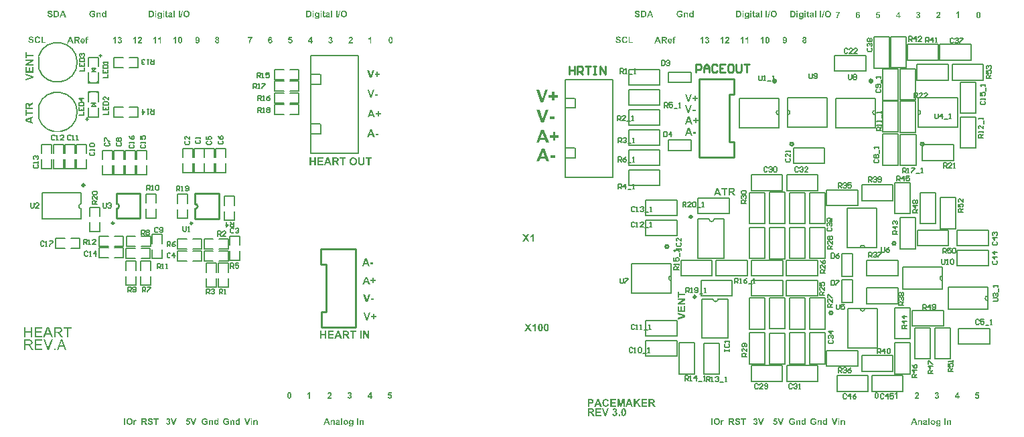
<source format=gto>
G04*
G04 #@! TF.GenerationSoftware,Altium Limited,Altium Designer,20.0.13 (296)*
G04*
G04 Layer_Color=65535*
%FSLAX24Y24*%
%MOIN*%
G70*
G01*
G75*
%ADD10C,0.0080*%
%ADD11C,0.0100*%
%ADD12C,0.0060*%
%ADD13C,0.0120*%
%ADD14C,0.0050*%
%ADD15C,0.0079*%
%ADD16C,0.0070*%
%ADD17C,0.0059*%
G36*
X17803Y8201D02*
X17661D01*
Y8274D01*
X17803D01*
Y8201D01*
D02*
G37*
G36*
X17629Y8100D02*
X17546D01*
X17514Y8186D01*
X17362D01*
X17331Y8100D01*
X17250D01*
X17396Y8478D01*
X17477D01*
X17629Y8100D01*
D02*
G37*
G36*
X33873Y14699D02*
X33731D01*
Y14772D01*
X33873D01*
Y14699D01*
D02*
G37*
G36*
X33699Y14598D02*
X33616D01*
X33584Y14684D01*
X33432D01*
X33401Y14598D01*
X33320D01*
X33466Y14976D01*
X33547D01*
X33699Y14598D01*
D02*
G37*
G36*
X860Y16170D02*
X778Y16116D01*
X778Y16115D01*
X776Y16115D01*
X774Y16113D01*
X771Y16111D01*
X768Y16109D01*
X763Y16106D01*
X755Y16100D01*
X745Y16093D01*
X736Y16086D01*
X728Y16080D01*
X725Y16078D01*
X722Y16075D01*
X722Y16075D01*
X721Y16074D01*
X719Y16072D01*
X716Y16069D01*
X714Y16065D01*
X711Y16061D01*
X709Y16057D01*
X707Y16053D01*
Y16052D01*
X706Y16050D01*
X705Y16048D01*
X704Y16043D01*
X703Y16038D01*
X703Y16031D01*
X702Y16024D01*
Y15999D01*
X860D01*
Y15923D01*
X482D01*
Y16093D01*
X483Y16098D01*
Y16104D01*
X483Y16110D01*
Y16117D01*
X485Y16131D01*
X487Y16146D01*
X489Y16160D01*
X491Y16166D01*
X493Y16171D01*
Y16172D01*
X493Y16172D01*
X495Y16175D01*
X497Y16180D01*
X501Y16187D01*
X506Y16194D01*
X512Y16201D01*
X520Y16208D01*
X529Y16215D01*
X530D01*
X530Y16215D01*
X532Y16216D01*
X533Y16217D01*
X539Y16220D01*
X546Y16223D01*
X555Y16226D01*
X565Y16229D01*
X576Y16231D01*
X588Y16232D01*
X589D01*
X590D01*
X592D01*
X595Y16231D01*
X599D01*
X603Y16230D01*
X613Y16228D01*
X624Y16226D01*
X636Y16221D01*
X648Y16215D01*
X653Y16211D01*
X659Y16206D01*
X659Y16206D01*
X660Y16205D01*
X661Y16204D01*
X663Y16202D01*
X665Y16199D01*
X668Y16196D01*
X671Y16192D01*
X673Y16188D01*
X677Y16183D01*
X679Y16177D01*
X682Y16171D01*
X685Y16164D01*
X687Y16157D01*
X690Y16149D01*
X692Y16141D01*
X693Y16132D01*
Y16132D01*
X694Y16133D01*
X696Y16136D01*
X699Y16140D01*
X703Y16146D01*
X708Y16152D01*
X713Y16159D01*
X719Y16166D01*
X725Y16172D01*
X726Y16173D01*
X728Y16175D01*
X733Y16179D01*
X739Y16184D01*
X748Y16190D01*
X753Y16193D01*
X758Y16197D01*
X764Y16202D01*
X771Y16206D01*
X779Y16211D01*
X786Y16216D01*
X860Y16262D01*
Y16170D01*
D02*
G37*
G36*
X546Y15761D02*
X860D01*
Y15685D01*
X546D01*
Y15573D01*
X482D01*
Y15873D01*
X546D01*
Y15761D01*
D02*
G37*
G36*
X860Y15476D02*
X774Y15444D01*
Y15292D01*
X860Y15261D01*
Y15180D01*
X482Y15326D01*
Y15407D01*
X860Y15559D01*
Y15476D01*
D02*
G37*
G36*
X26853Y13487D02*
X26615D01*
Y13608D01*
X26853D01*
Y13487D01*
D02*
G37*
G36*
X26562Y13318D02*
X26425D01*
X26370Y13461D01*
X26117D01*
X26065Y13318D01*
X25930D01*
X26174Y13948D01*
X26309D01*
X26562Y13318D01*
D02*
G37*
G36*
X17528Y5400D02*
X17445D01*
X17310Y5778D01*
X17392D01*
X17489Y5498D01*
X17581Y5778D01*
X17662D01*
X17528Y5400D01*
D02*
G37*
G36*
X17849Y5620D02*
X17948D01*
Y5552D01*
X17849D01*
Y5455D01*
X17783D01*
Y5552D01*
X17684D01*
Y5620D01*
X17783D01*
Y5718D01*
X17849D01*
Y5620D01*
D02*
G37*
G36*
X18053Y14630D02*
X17911D01*
Y14702D01*
X18053D01*
Y14630D01*
D02*
G37*
G36*
X17879Y14529D02*
X17796D01*
X17764Y14614D01*
X17612D01*
X17581Y14529D01*
X17500D01*
X17646Y14906D01*
X17727D01*
X17879Y14529D01*
D02*
G37*
G36*
X26273Y16248D02*
X26136D01*
X25910Y16878D01*
X26048D01*
X26208Y16412D01*
X26362Y16878D01*
X26498D01*
X26273Y16248D01*
D02*
G37*
G36*
X26809Y16615D02*
X26975D01*
Y16502D01*
X26809D01*
Y16339D01*
X26699D01*
Y16502D01*
X26534D01*
Y16615D01*
X26699D01*
Y16778D01*
X26809D01*
Y16615D01*
D02*
G37*
G36*
X17824Y6421D02*
X17682D01*
Y6494D01*
X17824D01*
Y6421D01*
D02*
G37*
G36*
X17518Y6320D02*
X17435D01*
X17300Y6698D01*
X17382D01*
X17479Y6418D01*
X17571Y6698D01*
X17652D01*
X17518Y6320D01*
D02*
G37*
G36*
X18078Y15729D02*
X18177D01*
Y15661D01*
X18078D01*
Y15563D01*
X18012D01*
Y15661D01*
X17913D01*
Y15729D01*
X18012D01*
Y15827D01*
X18078D01*
Y15729D01*
D02*
G37*
G36*
X17889Y15509D02*
X17806D01*
X17774Y15595D01*
X17622D01*
X17591Y15509D01*
X17510D01*
X17656Y15887D01*
X17737D01*
X17889Y15509D01*
D02*
G37*
G36*
X35660Y11989D02*
X35666D01*
X35672Y11989D01*
X35679D01*
X35694Y11987D01*
X35708Y11986D01*
X35722Y11983D01*
X35728Y11981D01*
X35734Y11980D01*
X35734D01*
X35735Y11979D01*
X35738Y11977D01*
X35743Y11975D01*
X35749Y11971D01*
X35756Y11966D01*
X35764Y11960D01*
X35771Y11952D01*
X35777Y11943D01*
Y11943D01*
X35778Y11942D01*
X35779Y11940D01*
X35780Y11939D01*
X35783Y11933D01*
X35786Y11926D01*
X35789Y11917D01*
X35791Y11908D01*
X35794Y11896D01*
X35794Y11884D01*
Y11884D01*
Y11882D01*
Y11880D01*
X35794Y11877D01*
Y11873D01*
X35793Y11869D01*
X35791Y11860D01*
X35788Y11848D01*
X35784Y11837D01*
X35777Y11825D01*
X35773Y11819D01*
X35769Y11814D01*
X35768Y11813D01*
X35768Y11813D01*
X35766Y11811D01*
X35764Y11809D01*
X35762Y11807D01*
X35759Y11804D01*
X35755Y11802D01*
X35750Y11799D01*
X35746Y11796D01*
X35740Y11793D01*
X35734Y11790D01*
X35727Y11787D01*
X35719Y11785D01*
X35712Y11783D01*
X35703Y11780D01*
X35694Y11779D01*
X35695D01*
X35695Y11778D01*
X35699Y11776D01*
X35703Y11773D01*
X35708Y11769D01*
X35715Y11765D01*
X35721Y11760D01*
X35729Y11754D01*
X35735Y11747D01*
X35735Y11747D01*
X35738Y11744D01*
X35741Y11739D01*
X35746Y11733D01*
X35753Y11725D01*
X35756Y11719D01*
X35760Y11714D01*
X35764Y11708D01*
X35768Y11701D01*
X35773Y11694D01*
X35778Y11686D01*
X35825Y11612D01*
X35733D01*
X35678Y11694D01*
X35678Y11695D01*
X35677Y11696D01*
X35676Y11698D01*
X35673Y11701D01*
X35671Y11704D01*
X35669Y11709D01*
X35663Y11718D01*
X35655Y11727D01*
X35649Y11736D01*
X35643Y11744D01*
X35640Y11747D01*
X35638Y11750D01*
X35637Y11750D01*
X35636Y11751D01*
X35634Y11754D01*
X35631Y11756D01*
X35628Y11759D01*
X35624Y11761D01*
X35619Y11763D01*
X35615Y11766D01*
X35614D01*
X35613Y11766D01*
X35610Y11767D01*
X35606Y11768D01*
X35600Y11769D01*
X35594Y11769D01*
X35586Y11770D01*
X35562D01*
Y11612D01*
X35485D01*
Y11990D01*
X35655D01*
X35660Y11989D01*
D02*
G37*
G36*
X35435Y11926D02*
X35324D01*
Y11612D01*
X35248D01*
Y11926D01*
X35136D01*
Y11990D01*
X35435D01*
Y11926D01*
D02*
G37*
G36*
X35121Y11612D02*
X35039D01*
X35006Y11698D01*
X34854D01*
X34823Y11612D01*
X34743D01*
X34889Y11990D01*
X34970D01*
X35121Y11612D01*
D02*
G37*
G36*
X17838Y7409D02*
X17937D01*
Y7341D01*
X17838D01*
Y7244D01*
X17772D01*
Y7341D01*
X17673D01*
Y7409D01*
X17772D01*
Y7507D01*
X17838D01*
Y7409D01*
D02*
G37*
G36*
X17649Y7189D02*
X17566D01*
X17534Y7275D01*
X17382D01*
X17351Y7189D01*
X17270D01*
X17416Y7567D01*
X17497D01*
X17649Y7189D01*
D02*
G37*
G36*
X33011Y6717D02*
X33325D01*
Y6640D01*
X33011D01*
Y6529D01*
X32947D01*
Y6828D01*
X33011D01*
Y6717D01*
D02*
G37*
G36*
X33325Y6398D02*
X33076Y6245D01*
X33325D01*
Y6174D01*
X32947D01*
Y6248D01*
X33202Y6404D01*
X32947D01*
Y6475D01*
X33325D01*
Y6398D01*
D02*
G37*
G36*
Y5822D02*
X32947D01*
Y6102D01*
X33011D01*
Y5898D01*
X33095D01*
Y6088D01*
X33159D01*
Y5898D01*
X33261D01*
Y6109D01*
X33325D01*
Y5822D01*
D02*
G37*
G36*
Y5649D02*
Y5567D01*
X32947Y5431D01*
Y5514D01*
X33227Y5610D01*
X32947Y5702D01*
Y5783D01*
X33325Y5649D01*
D02*
G37*
G36*
X25551Y5052D02*
X25681Y4855D01*
X25589D01*
X25506Y4983D01*
X25422Y4855D01*
X25330D01*
X25460Y5052D01*
X25342Y5233D01*
X25431D01*
X25506Y5120D01*
X25581Y5233D01*
X25670D01*
X25551Y5052D01*
D02*
G37*
G36*
X25890Y4855D02*
X25817D01*
Y5129D01*
X25816Y5128D01*
X25815Y5127D01*
X25813Y5125D01*
X25810Y5123D01*
X25806Y5119D01*
X25802Y5116D01*
X25796Y5112D01*
X25790Y5108D01*
X25784Y5104D01*
X25777Y5099D01*
X25769Y5094D01*
X25761Y5090D01*
X25743Y5082D01*
X25724Y5074D01*
Y5140D01*
X25724D01*
X25725Y5140D01*
X25726Y5141D01*
X25729Y5141D01*
X25734Y5144D01*
X25742Y5147D01*
X25751Y5152D01*
X25761Y5158D01*
X25773Y5165D01*
X25785Y5174D01*
X25785Y5175D01*
X25786Y5175D01*
X25788Y5177D01*
X25790Y5179D01*
X25796Y5184D01*
X25803Y5191D01*
X25810Y5200D01*
X25818Y5211D01*
X25825Y5223D01*
X25831Y5235D01*
X25890D01*
Y4855D01*
D02*
G37*
G36*
X26424Y5235D02*
X26428Y5234D01*
X26433Y5233D01*
X26439Y5232D01*
X26445Y5230D01*
X26453Y5228D01*
X26459Y5225D01*
X26466Y5223D01*
X26473Y5219D01*
X26480Y5214D01*
X26488Y5209D01*
X26494Y5203D01*
X26500Y5196D01*
X26501Y5195D01*
X26502Y5194D01*
X26503Y5191D01*
X26506Y5187D01*
X26509Y5182D01*
X26512Y5175D01*
X26515Y5168D01*
X26519Y5159D01*
X26522Y5149D01*
X26526Y5137D01*
X26528Y5125D01*
X26531Y5111D01*
X26534Y5095D01*
X26536Y5079D01*
X26537Y5061D01*
X26537Y5041D01*
Y5041D01*
Y5040D01*
Y5039D01*
Y5036D01*
Y5031D01*
X26537Y5024D01*
X26536Y5015D01*
X26535Y5005D01*
X26534Y4994D01*
X26533Y4982D01*
X26531Y4969D01*
X26528Y4956D01*
X26525Y4944D01*
X26521Y4931D01*
X26518Y4918D01*
X26512Y4907D01*
X26507Y4896D01*
X26500Y4887D01*
X26500Y4886D01*
X26498Y4885D01*
X26497Y4883D01*
X26495Y4881D01*
X26491Y4878D01*
X26488Y4875D01*
X26483Y4871D01*
X26478Y4868D01*
X26472Y4864D01*
X26466Y4860D01*
X26459Y4857D01*
X26451Y4854D01*
X26443Y4852D01*
X26433Y4850D01*
X26424Y4849D01*
X26414Y4848D01*
X26412D01*
X26409Y4849D01*
X26405D01*
X26401Y4849D01*
X26395Y4850D01*
X26389Y4851D01*
X26383Y4853D01*
X26376Y4856D01*
X26368Y4858D01*
X26361Y4862D01*
X26354Y4866D01*
X26346Y4870D01*
X26339Y4876D01*
X26332Y4882D01*
X26325Y4890D01*
X26325Y4891D01*
X26324Y4892D01*
X26322Y4895D01*
X26320Y4898D01*
X26318Y4903D01*
X26315Y4909D01*
X26312Y4917D01*
X26309Y4925D01*
X26306Y4935D01*
X26302Y4946D01*
X26300Y4958D01*
X26298Y4972D01*
X26295Y4987D01*
X26294Y5004D01*
X26293Y5022D01*
X26292Y5042D01*
Y5042D01*
Y5043D01*
Y5045D01*
Y5047D01*
Y5052D01*
X26293Y5059D01*
X26293Y5068D01*
X26294Y5078D01*
X26295Y5089D01*
X26296Y5101D01*
X26299Y5114D01*
X26301Y5126D01*
X26304Y5140D01*
X26307Y5152D01*
X26312Y5164D01*
X26317Y5176D01*
X26322Y5187D01*
X26329Y5196D01*
X26329Y5196D01*
X26330Y5197D01*
X26332Y5200D01*
X26335Y5202D01*
X26337Y5205D01*
X26341Y5208D01*
X26346Y5212D01*
X26351Y5215D01*
X26357Y5219D01*
X26363Y5223D01*
X26370Y5226D01*
X26378Y5229D01*
X26386Y5231D01*
X26395Y5234D01*
X26405Y5235D01*
X26414Y5235D01*
X26420D01*
X26424Y5235D01*
D02*
G37*
G36*
X26130D02*
X26134Y5234D01*
X26140Y5233D01*
X26145Y5232D01*
X26152Y5230D01*
X26159Y5228D01*
X26165Y5225D01*
X26172Y5223D01*
X26180Y5219D01*
X26187Y5214D01*
X26194Y5209D01*
X26200Y5203D01*
X26206Y5196D01*
X26207Y5195D01*
X26208Y5194D01*
X26210Y5191D01*
X26212Y5187D01*
X26215Y5182D01*
X26218Y5175D01*
X26222Y5168D01*
X26225Y5159D01*
X26228Y5149D01*
X26232Y5137D01*
X26235Y5125D01*
X26237Y5111D01*
X26240Y5095D01*
X26242Y5079D01*
X26243Y5061D01*
X26243Y5041D01*
Y5041D01*
Y5040D01*
Y5039D01*
Y5036D01*
Y5031D01*
X26243Y5024D01*
X26242Y5015D01*
X26241Y5005D01*
X26240Y4994D01*
X26239Y4982D01*
X26237Y4969D01*
X26234Y4956D01*
X26231Y4944D01*
X26228Y4931D01*
X26224Y4918D01*
X26218Y4907D01*
X26213Y4896D01*
X26206Y4887D01*
X26206Y4886D01*
X26205Y4885D01*
X26203Y4883D01*
X26201Y4881D01*
X26198Y4878D01*
X26194Y4875D01*
X26189Y4871D01*
X26184Y4868D01*
X26178Y4864D01*
X26172Y4860D01*
X26165Y4857D01*
X26157Y4854D01*
X26149Y4852D01*
X26140Y4850D01*
X26130Y4849D01*
X26121Y4848D01*
X26118D01*
X26115Y4849D01*
X26111D01*
X26107Y4849D01*
X26102Y4850D01*
X26095Y4851D01*
X26089Y4853D01*
X26082Y4856D01*
X26075Y4858D01*
X26067Y4862D01*
X26060Y4866D01*
X26052Y4870D01*
X26045Y4876D01*
X26038Y4882D01*
X26032Y4890D01*
X26031Y4891D01*
X26030Y4892D01*
X26028Y4895D01*
X26027Y4898D01*
X26024Y4903D01*
X26021Y4909D01*
X26018Y4917D01*
X26015Y4925D01*
X26012Y4935D01*
X26009Y4946D01*
X26006Y4958D01*
X26004Y4972D01*
X26002Y4987D01*
X26000Y5004D01*
X25999Y5022D01*
X25998Y5042D01*
Y5042D01*
Y5043D01*
Y5045D01*
Y5047D01*
Y5052D01*
X25999Y5059D01*
X25999Y5068D01*
X26000Y5078D01*
X26002Y5089D01*
X26003Y5101D01*
X26005Y5114D01*
X26007Y5126D01*
X26010Y5140D01*
X26014Y5152D01*
X26018Y5164D01*
X26023Y5176D01*
X26028Y5187D01*
X26035Y5196D01*
X26035Y5196D01*
X26037Y5197D01*
X26038Y5200D01*
X26041Y5202D01*
X26044Y5205D01*
X26047Y5208D01*
X26052Y5212D01*
X26057Y5215D01*
X26063Y5219D01*
X26069Y5223D01*
X26076Y5226D01*
X26084Y5229D01*
X26092Y5231D01*
X26102Y5234D01*
X26111Y5235D01*
X26121Y5235D01*
X26126D01*
X26130Y5235D01*
D02*
G37*
G36*
X29390Y1482D02*
X29396Y1481D01*
X29403Y1480D01*
X29410Y1479D01*
X29419Y1477D01*
X29427Y1475D01*
X29437Y1472D01*
X29446Y1469D01*
X29456Y1465D01*
X29465Y1460D01*
X29474Y1455D01*
X29483Y1448D01*
X29491Y1441D01*
X29492D01*
X29492Y1440D01*
X29494Y1438D01*
X29496Y1437D01*
X29498Y1434D01*
X29500Y1431D01*
X29506Y1423D01*
X29512Y1413D01*
X29518Y1401D01*
X29524Y1388D01*
X29530Y1372D01*
X29455Y1354D01*
Y1354D01*
X29454Y1355D01*
Y1357D01*
X29453Y1359D01*
X29451Y1364D01*
X29449Y1370D01*
X29445Y1378D01*
X29440Y1385D01*
X29433Y1393D01*
X29426Y1400D01*
X29425Y1400D01*
X29422Y1402D01*
X29418Y1405D01*
X29412Y1408D01*
X29404Y1412D01*
X29396Y1414D01*
X29386Y1417D01*
X29375Y1417D01*
X29371D01*
X29368Y1417D01*
X29364Y1416D01*
X29360Y1416D01*
X29351Y1413D01*
X29340Y1409D01*
X29328Y1404D01*
X29322Y1401D01*
X29317Y1397D01*
X29312Y1392D01*
X29307Y1387D01*
Y1386D01*
X29306Y1385D01*
X29304Y1383D01*
X29303Y1381D01*
X29301Y1377D01*
X29298Y1373D01*
X29296Y1369D01*
X29294Y1363D01*
X29291Y1357D01*
X29289Y1349D01*
X29287Y1341D01*
X29285Y1333D01*
X29283Y1323D01*
X29282Y1312D01*
X29281Y1301D01*
X29281Y1288D01*
Y1288D01*
Y1285D01*
Y1281D01*
X29281Y1277D01*
Y1271D01*
X29283Y1264D01*
X29283Y1257D01*
X29284Y1248D01*
X29287Y1231D01*
X29292Y1215D01*
X29295Y1206D01*
X29298Y1199D01*
X29302Y1192D01*
X29307Y1186D01*
X29307Y1185D01*
X29308Y1185D01*
X29309Y1183D01*
X29312Y1181D01*
X29317Y1176D01*
X29325Y1171D01*
X29334Y1165D01*
X29345Y1161D01*
X29358Y1157D01*
X29366Y1156D01*
X29373Y1156D01*
X29376D01*
X29378Y1156D01*
X29384Y1157D01*
X29391Y1158D01*
X29399Y1161D01*
X29408Y1164D01*
X29416Y1168D01*
X29425Y1175D01*
X29426Y1176D01*
X29429Y1179D01*
X29433Y1183D01*
X29437Y1189D01*
X29443Y1198D01*
X29447Y1209D01*
X29452Y1221D01*
X29457Y1236D01*
X29531Y1213D01*
Y1212D01*
X29530Y1210D01*
X29529Y1207D01*
X29528Y1203D01*
X29526Y1198D01*
X29523Y1192D01*
X29521Y1185D01*
X29517Y1178D01*
X29510Y1163D01*
X29500Y1148D01*
X29488Y1133D01*
X29481Y1127D01*
X29474Y1121D01*
X29474Y1120D01*
X29473Y1120D01*
X29470Y1118D01*
X29467Y1116D01*
X29463Y1114D01*
X29458Y1111D01*
X29453Y1109D01*
X29447Y1106D01*
X29440Y1103D01*
X29432Y1100D01*
X29424Y1098D01*
X29415Y1096D01*
X29406Y1093D01*
X29396Y1092D01*
X29385Y1091D01*
X29374Y1091D01*
X29370D01*
X29367Y1091D01*
X29361Y1092D01*
X29355Y1092D01*
X29348Y1093D01*
X29339Y1095D01*
X29330Y1097D01*
X29321Y1100D01*
X29311Y1103D01*
X29301Y1108D01*
X29290Y1112D01*
X29280Y1118D01*
X29269Y1125D01*
X29260Y1133D01*
X29250Y1142D01*
X29250Y1142D01*
X29248Y1144D01*
X29246Y1147D01*
X29243Y1151D01*
X29239Y1157D01*
X29235Y1163D01*
X29231Y1170D01*
X29226Y1179D01*
X29222Y1188D01*
X29218Y1199D01*
X29213Y1211D01*
X29210Y1223D01*
X29207Y1236D01*
X29204Y1251D01*
X29203Y1266D01*
X29202Y1283D01*
Y1283D01*
Y1284D01*
Y1287D01*
X29203Y1292D01*
Y1299D01*
X29204Y1306D01*
X29205Y1316D01*
X29206Y1325D01*
X29208Y1337D01*
X29211Y1348D01*
X29214Y1360D01*
X29218Y1372D01*
X29223Y1385D01*
X29229Y1397D01*
X29235Y1408D01*
X29242Y1419D01*
X29251Y1430D01*
X29251Y1430D01*
X29253Y1432D01*
X29256Y1435D01*
X29260Y1438D01*
X29265Y1442D01*
X29271Y1446D01*
X29277Y1451D01*
X29285Y1456D01*
X29294Y1461D01*
X29303Y1466D01*
X29314Y1470D01*
X29325Y1474D01*
X29338Y1477D01*
X29350Y1480D01*
X29364Y1482D01*
X29379Y1482D01*
X29385D01*
X29390Y1482D01*
D02*
G37*
G36*
X30962Y1328D02*
X31112Y1097D01*
X31013D01*
X30909Y1275D01*
X30847Y1211D01*
Y1097D01*
X30770D01*
Y1475D01*
X30847D01*
Y1307D01*
X31002Y1475D01*
X31105D01*
X30962Y1328D01*
D02*
G37*
G36*
X30312Y1097D02*
X30241D01*
X30241Y1394D01*
X30167Y1097D01*
X30093D01*
X30019Y1394D01*
Y1097D01*
X29948D01*
Y1475D01*
X30062D01*
X30130Y1217D01*
X30197Y1475D01*
X30312D01*
Y1097D01*
D02*
G37*
G36*
X31679Y1474D02*
X31685D01*
X31691Y1474D01*
X31698D01*
X31712Y1472D01*
X31727Y1471D01*
X31741Y1468D01*
X31747Y1466D01*
X31752Y1465D01*
X31753D01*
X31753Y1464D01*
X31756Y1462D01*
X31761Y1460D01*
X31768Y1456D01*
X31775Y1451D01*
X31782Y1445D01*
X31789Y1437D01*
X31796Y1428D01*
Y1428D01*
X31796Y1427D01*
X31797Y1425D01*
X31799Y1424D01*
X31801Y1418D01*
X31805Y1411D01*
X31807Y1402D01*
X31810Y1393D01*
X31812Y1381D01*
X31813Y1369D01*
Y1369D01*
Y1367D01*
Y1365D01*
X31812Y1362D01*
Y1358D01*
X31812Y1354D01*
X31809Y1345D01*
X31807Y1333D01*
X31802Y1322D01*
X31796Y1310D01*
X31792Y1304D01*
X31788Y1299D01*
X31787Y1298D01*
X31787Y1298D01*
X31785Y1296D01*
X31783Y1294D01*
X31781Y1292D01*
X31777Y1289D01*
X31773Y1287D01*
X31769Y1284D01*
X31764Y1281D01*
X31758Y1278D01*
X31752Y1275D01*
X31746Y1272D01*
X31738Y1270D01*
X31730Y1268D01*
X31722Y1265D01*
X31713Y1264D01*
X31713D01*
X31714Y1263D01*
X31717Y1261D01*
X31722Y1258D01*
X31727Y1254D01*
X31734Y1250D01*
X31740Y1245D01*
X31747Y1239D01*
X31753Y1232D01*
X31754Y1231D01*
X31756Y1229D01*
X31760Y1224D01*
X31765Y1218D01*
X31771Y1210D01*
X31775Y1204D01*
X31778Y1199D01*
X31783Y1193D01*
X31787Y1186D01*
X31792Y1179D01*
X31797Y1171D01*
X31843Y1097D01*
X31752D01*
X31697Y1179D01*
X31696Y1180D01*
X31696Y1181D01*
X31694Y1183D01*
X31692Y1186D01*
X31690Y1189D01*
X31687Y1194D01*
X31681Y1203D01*
X31674Y1212D01*
X31667Y1221D01*
X31661Y1229D01*
X31659Y1232D01*
X31657Y1235D01*
X31656Y1235D01*
X31655Y1236D01*
X31653Y1239D01*
X31650Y1241D01*
X31646Y1244D01*
X31642Y1246D01*
X31638Y1248D01*
X31634Y1251D01*
X31633D01*
X31631Y1251D01*
X31629Y1252D01*
X31624Y1253D01*
X31619Y1254D01*
X31612Y1254D01*
X31605Y1255D01*
X31580D01*
Y1097D01*
X31504D01*
Y1475D01*
X31674D01*
X31679Y1474D01*
D02*
G37*
G36*
X31432Y1411D02*
X31228Y1411D01*
Y1328D01*
X31417Y1328D01*
Y1264D01*
X31228Y1264D01*
Y1161D01*
X31439Y1161D01*
Y1097D01*
X31152Y1097D01*
Y1475D01*
X31432Y1475D01*
Y1411D01*
D02*
G37*
G36*
X30729Y1097D02*
X30647D01*
X30614Y1183D01*
X30462D01*
X30431Y1097D01*
X30351D01*
X30497Y1475D01*
X30578D01*
X30729Y1097D01*
D02*
G37*
G36*
X29877Y1411D02*
X29674D01*
Y1328D01*
X29863D01*
Y1264D01*
X29674D01*
Y1161D01*
X29884D01*
Y1097D01*
X29597D01*
Y1475D01*
X29877D01*
Y1411D01*
D02*
G37*
G36*
X29175Y1097D02*
X29093D01*
X29060Y1183D01*
X28908D01*
X28877Y1097D01*
X28796D01*
X28942Y1475D01*
X29023D01*
X29175Y1097D01*
D02*
G37*
G36*
X28628Y1474D02*
X28642D01*
X28657Y1473D01*
X28673Y1472D01*
X28679Y1472D01*
X28686Y1471D01*
X28691Y1470D01*
X28696Y1469D01*
X28696D01*
X28697Y1468D01*
X28699Y1468D01*
X28701Y1467D01*
X28707Y1465D01*
X28715Y1461D01*
X28723Y1456D01*
X28732Y1450D01*
X28741Y1442D01*
X28750Y1432D01*
Y1431D01*
X28751Y1431D01*
X28752Y1429D01*
X28753Y1427D01*
X28755Y1424D01*
X28757Y1420D01*
X28759Y1417D01*
X28761Y1412D01*
X28765Y1401D01*
X28769Y1389D01*
X28771Y1375D01*
X28772Y1359D01*
Y1358D01*
Y1357D01*
Y1355D01*
Y1353D01*
X28772Y1350D01*
Y1346D01*
X28770Y1339D01*
X28769Y1329D01*
X28767Y1319D01*
X28763Y1309D01*
X28759Y1300D01*
X28758Y1299D01*
X28757Y1296D01*
X28754Y1292D01*
X28750Y1286D01*
X28746Y1281D01*
X28740Y1274D01*
X28734Y1268D01*
X28727Y1263D01*
X28726Y1262D01*
X28723Y1260D01*
X28720Y1258D01*
X28715Y1256D01*
X28709Y1252D01*
X28702Y1250D01*
X28695Y1247D01*
X28687Y1245D01*
X28686D01*
X28685Y1244D01*
X28683D01*
X28680Y1244D01*
X28676Y1243D01*
X28672Y1242D01*
X28667D01*
X28662Y1242D01*
X28656Y1241D01*
X28650Y1241D01*
X28643Y1240D01*
X28635D01*
X28627Y1240D01*
X28559D01*
Y1097D01*
X28483D01*
Y1475D01*
X28622D01*
X28628Y1474D01*
D02*
G37*
G36*
X29395Y635D02*
X29313D01*
X29177Y1013D01*
X29260D01*
X29356Y733D01*
X29448Y1013D01*
X29529D01*
X29395Y635D01*
D02*
G37*
G36*
X29826Y1015D02*
X29831Y1014D01*
X29836Y1013D01*
X29842Y1012D01*
X29848Y1011D01*
X29862Y1007D01*
X29869Y1004D01*
X29877Y1000D01*
X29884Y997D01*
X29890Y992D01*
X29897Y987D01*
X29903Y981D01*
X29904Y980D01*
X29904Y980D01*
X29906Y978D01*
X29908Y976D01*
X29912Y970D01*
X29917Y963D01*
X29922Y953D01*
X29926Y942D01*
X29929Y930D01*
X29930Y924D01*
X29930Y918D01*
Y917D01*
Y916D01*
X29930Y913D01*
X29929Y910D01*
X29928Y905D01*
X29927Y900D01*
X29926Y895D01*
X29924Y889D01*
X29920Y883D01*
X29917Y876D01*
X29913Y870D01*
X29907Y863D01*
X29901Y857D01*
X29894Y850D01*
X29885Y844D01*
X29876Y838D01*
X29876D01*
X29877Y838D01*
X29879D01*
X29881Y837D01*
X29887Y835D01*
X29894Y832D01*
X29902Y827D01*
X29911Y822D01*
X29920Y815D01*
X29927Y807D01*
X29928Y805D01*
X29931Y802D01*
X29933Y797D01*
X29937Y790D01*
X29941Y782D01*
X29944Y772D01*
X29946Y761D01*
X29947Y748D01*
Y748D01*
Y746D01*
Y743D01*
X29946Y740D01*
X29946Y736D01*
X29945Y731D01*
X29944Y725D01*
X29943Y719D01*
X29938Y705D01*
X29935Y698D01*
X29932Y691D01*
X29927Y684D01*
X29922Y677D01*
X29917Y669D01*
X29910Y663D01*
X29910Y662D01*
X29909Y661D01*
X29907Y660D01*
X29904Y657D01*
X29900Y655D01*
X29896Y652D01*
X29891Y649D01*
X29885Y645D01*
X29879Y642D01*
X29872Y639D01*
X29865Y636D01*
X29857Y633D01*
X29848Y631D01*
X29839Y630D01*
X29830Y628D01*
X29820Y628D01*
X29815D01*
X29811Y628D01*
X29807Y629D01*
X29802Y630D01*
X29796Y631D01*
X29790Y632D01*
X29777Y635D01*
X29762Y641D01*
X29755Y644D01*
X29748Y648D01*
X29741Y653D01*
X29735Y657D01*
X29734Y658D01*
X29733Y659D01*
X29731Y661D01*
X29729Y663D01*
X29726Y666D01*
X29724Y669D01*
X29720Y673D01*
X29717Y678D01*
X29714Y684D01*
X29710Y689D01*
X29704Y702D01*
X29699Y718D01*
X29697Y726D01*
X29696Y734D01*
X29766Y743D01*
Y743D01*
Y742D01*
X29766Y739D01*
X29767Y734D01*
X29769Y728D01*
X29772Y721D01*
X29775Y714D01*
X29779Y708D01*
X29784Y702D01*
X29784Y701D01*
X29787Y699D01*
X29790Y697D01*
X29794Y695D01*
X29799Y692D01*
X29805Y690D01*
X29812Y689D01*
X29819Y688D01*
X29820D01*
X29823Y689D01*
X29827Y689D01*
X29832Y690D01*
X29838Y692D01*
X29844Y695D01*
X29851Y699D01*
X29857Y705D01*
X29858Y705D01*
X29860Y708D01*
X29862Y712D01*
X29865Y717D01*
X29868Y724D01*
X29871Y732D01*
X29872Y741D01*
X29873Y751D01*
Y752D01*
Y752D01*
Y756D01*
X29872Y761D01*
X29871Y767D01*
X29869Y774D01*
X29866Y781D01*
X29862Y788D01*
X29858Y795D01*
X29857Y796D01*
X29855Y798D01*
X29852Y800D01*
X29848Y803D01*
X29842Y807D01*
X29836Y809D01*
X29830Y811D01*
X29822Y811D01*
X29817D01*
X29813Y811D01*
X29808Y810D01*
X29802Y809D01*
X29796Y808D01*
X29789Y806D01*
X29796Y864D01*
X29801D01*
X29807Y865D01*
X29813Y865D01*
X29820Y867D01*
X29828Y869D01*
X29835Y873D01*
X29842Y877D01*
X29842Y877D01*
X29844Y880D01*
X29847Y882D01*
X29850Y887D01*
X29853Y892D01*
X29855Y898D01*
X29857Y905D01*
X29858Y913D01*
Y914D01*
Y916D01*
X29857Y920D01*
X29856Y924D01*
X29855Y929D01*
X29853Y934D01*
X29850Y939D01*
X29846Y944D01*
X29845Y944D01*
X29844Y945D01*
X29842Y947D01*
X29838Y950D01*
X29833Y951D01*
X29829Y953D01*
X29822Y954D01*
X29815Y955D01*
X29812D01*
X29809Y954D01*
X29805Y953D01*
X29800Y952D01*
X29794Y950D01*
X29789Y946D01*
X29784Y942D01*
X29783Y941D01*
X29782Y940D01*
X29779Y936D01*
X29777Y932D01*
X29774Y927D01*
X29772Y921D01*
X29770Y913D01*
X29768Y904D01*
X29701Y915D01*
Y916D01*
X29702Y917D01*
Y918D01*
X29702Y921D01*
X29704Y927D01*
X29706Y935D01*
X29710Y944D01*
X29713Y953D01*
X29717Y962D01*
X29722Y970D01*
X29723Y971D01*
X29725Y974D01*
X29728Y977D01*
X29732Y982D01*
X29738Y987D01*
X29744Y993D01*
X29753Y998D01*
X29761Y1003D01*
X29762D01*
X29762Y1004D01*
X29766Y1005D01*
X29771Y1007D01*
X29778Y1009D01*
X29786Y1011D01*
X29796Y1013D01*
X29806Y1015D01*
X29818Y1015D01*
X29823D01*
X29826Y1015D01*
D02*
G37*
G36*
X30080Y635D02*
X30008D01*
Y708D01*
X30080D01*
Y635D01*
D02*
G37*
G36*
X29144Y949D02*
X28940D01*
Y865D01*
X29130D01*
Y802D01*
X28940D01*
Y699D01*
X29151D01*
Y635D01*
X28864D01*
Y1013D01*
X29144D01*
Y949D01*
D02*
G37*
G36*
X28658Y1012D02*
X28664D01*
X28670Y1012D01*
X28677D01*
X28691Y1010D01*
X28706Y1009D01*
X28720Y1006D01*
X28726Y1004D01*
X28731Y1003D01*
X28732D01*
X28732Y1002D01*
X28735Y1000D01*
X28740Y998D01*
X28747Y994D01*
X28754Y989D01*
X28761Y983D01*
X28768Y975D01*
X28775Y966D01*
Y965D01*
X28775Y965D01*
X28776Y963D01*
X28778Y962D01*
X28780Y956D01*
X28784Y949D01*
X28786Y940D01*
X28789Y930D01*
X28791Y919D01*
X28792Y907D01*
Y906D01*
Y905D01*
Y903D01*
X28791Y900D01*
Y896D01*
X28791Y892D01*
X28788Y882D01*
X28786Y871D01*
X28781Y859D01*
X28775Y847D01*
X28771Y842D01*
X28767Y837D01*
X28766Y836D01*
X28765Y835D01*
X28764Y834D01*
X28762Y832D01*
X28760Y830D01*
X28756Y827D01*
X28752Y825D01*
X28748Y822D01*
X28743Y819D01*
X28737Y816D01*
X28731Y813D01*
X28725Y810D01*
X28717Y808D01*
X28709Y805D01*
X28701Y803D01*
X28692Y802D01*
X28692D01*
X28693Y801D01*
X28696Y799D01*
X28701Y796D01*
X28706Y792D01*
X28713Y787D01*
X28719Y782D01*
X28726Y776D01*
X28732Y770D01*
X28733Y769D01*
X28735Y767D01*
X28739Y762D01*
X28744Y756D01*
X28750Y748D01*
X28753Y742D01*
X28757Y737D01*
X28762Y731D01*
X28766Y724D01*
X28771Y716D01*
X28776Y709D01*
X28822Y635D01*
X28731D01*
X28676Y717D01*
X28675Y718D01*
X28675Y719D01*
X28673Y721D01*
X28671Y724D01*
X28669Y727D01*
X28666Y732D01*
X28660Y740D01*
X28653Y750D01*
X28646Y759D01*
X28640Y767D01*
X28638Y770D01*
X28636Y773D01*
X28635Y773D01*
X28634Y774D01*
X28632Y776D01*
X28629Y779D01*
X28625Y781D01*
X28621Y784D01*
X28617Y786D01*
X28613Y788D01*
X28612D01*
X28610Y789D01*
X28608Y790D01*
X28603Y791D01*
X28598Y792D01*
X28591Y792D01*
X28584Y793D01*
X28559D01*
Y635D01*
X28483D01*
Y1013D01*
X28653D01*
X28658Y1012D01*
D02*
G37*
G36*
X30271Y1015D02*
X30275Y1014D01*
X30281Y1013D01*
X30286Y1012D01*
X30293Y1010D01*
X30300Y1008D01*
X30306Y1005D01*
X30313Y1003D01*
X30321Y999D01*
X30328Y994D01*
X30335Y989D01*
X30341Y983D01*
X30347Y976D01*
X30348Y975D01*
X30349Y974D01*
X30351Y971D01*
X30353Y967D01*
X30356Y962D01*
X30359Y955D01*
X30363Y948D01*
X30366Y939D01*
X30369Y929D01*
X30373Y917D01*
X30376Y905D01*
X30378Y891D01*
X30381Y875D01*
X30383Y859D01*
X30384Y841D01*
X30384Y821D01*
Y821D01*
Y820D01*
Y819D01*
Y816D01*
Y811D01*
X30384Y804D01*
X30383Y795D01*
X30382Y785D01*
X30381Y774D01*
X30380Y762D01*
X30378Y749D01*
X30375Y736D01*
X30372Y724D01*
X30369Y711D01*
X30365Y698D01*
X30359Y687D01*
X30354Y676D01*
X30347Y667D01*
X30347Y666D01*
X30346Y665D01*
X30344Y663D01*
X30342Y661D01*
X30339Y658D01*
X30335Y655D01*
X30330Y651D01*
X30325Y648D01*
X30319Y644D01*
X30313Y640D01*
X30306Y637D01*
X30298Y634D01*
X30290Y632D01*
X30281Y630D01*
X30271Y628D01*
X30262Y628D01*
X30259D01*
X30256Y628D01*
X30252D01*
X30248Y629D01*
X30242Y630D01*
X30236Y631D01*
X30230Y633D01*
X30223Y636D01*
X30216Y638D01*
X30208Y642D01*
X30201Y646D01*
X30193Y650D01*
X30186Y656D01*
X30179Y662D01*
X30173Y670D01*
X30172Y671D01*
X30171Y672D01*
X30169Y675D01*
X30168Y678D01*
X30165Y683D01*
X30162Y689D01*
X30159Y697D01*
X30156Y705D01*
X30153Y715D01*
X30150Y726D01*
X30147Y738D01*
X30145Y752D01*
X30143Y767D01*
X30141Y784D01*
X30140Y802D01*
X30139Y822D01*
Y822D01*
Y823D01*
Y825D01*
Y827D01*
Y832D01*
X30140Y839D01*
X30140Y848D01*
X30141Y858D01*
X30143Y869D01*
X30144Y881D01*
X30146Y894D01*
X30148Y906D01*
X30151Y920D01*
X30155Y932D01*
X30159Y944D01*
X30164Y956D01*
X30169Y966D01*
X30176Y976D01*
X30176Y976D01*
X30177Y977D01*
X30179Y980D01*
X30182Y982D01*
X30185Y985D01*
X30188Y988D01*
X30193Y992D01*
X30198Y995D01*
X30204Y999D01*
X30210Y1003D01*
X30217Y1006D01*
X30225Y1009D01*
X30233Y1011D01*
X30242Y1013D01*
X30252Y1015D01*
X30262Y1015D01*
X30267D01*
X30271Y1015D01*
D02*
G37*
G36*
X565Y18626D02*
X879D01*
Y18549D01*
X565D01*
Y18437D01*
X501D01*
Y18737D01*
X565D01*
Y18626D01*
D02*
G37*
G36*
X879Y18307D02*
X630Y18154D01*
X879D01*
Y18083D01*
X501D01*
Y18157D01*
X756Y18313D01*
X501D01*
Y18383D01*
X879D01*
Y18307D01*
D02*
G37*
G36*
Y17731D02*
X501D01*
Y18011D01*
X565D01*
Y17807D01*
X649D01*
Y17997D01*
X712D01*
Y17807D01*
X815D01*
Y18018D01*
X879D01*
Y17731D01*
D02*
G37*
G36*
Y17558D02*
Y17475D01*
X501Y17340D01*
Y17422D01*
X781Y17519D01*
X501Y17611D01*
Y17692D01*
X879Y17558D01*
D02*
G37*
G36*
X18034Y16594D02*
X17892D01*
Y16667D01*
X18034D01*
Y16594D01*
D02*
G37*
G36*
X17728Y16493D02*
X17645D01*
X17510Y16871D01*
X17592D01*
X17689Y16591D01*
X17781Y16871D01*
X17862D01*
X17728Y16493D01*
D02*
G37*
G36*
X26815Y15417D02*
X26577D01*
Y15538D01*
X26815D01*
Y15417D01*
D02*
G37*
G36*
X26303Y15248D02*
X26166D01*
X25940Y15878D01*
X26078D01*
X26238Y15412D01*
X26392Y15878D01*
X26528D01*
X26303Y15248D01*
D02*
G37*
G36*
X33538Y16278D02*
X33455D01*
X33320Y16656D01*
X33402D01*
X33499Y16376D01*
X33591Y16656D01*
X33672D01*
X33538Y16278D01*
D02*
G37*
G36*
X33859Y16498D02*
X33958D01*
Y16430D01*
X33859D01*
Y16333D01*
X33793D01*
Y16430D01*
X33694D01*
Y16498D01*
X33793D01*
Y16596D01*
X33859D01*
Y16498D01*
D02*
G37*
G36*
X26857Y14615D02*
X27023D01*
Y14502D01*
X26857D01*
Y14339D01*
X26747D01*
Y14502D01*
X26582D01*
Y14615D01*
X26747D01*
Y14778D01*
X26857D01*
Y14615D01*
D02*
G37*
G36*
X26542Y14248D02*
X26405D01*
X26350Y14391D01*
X26097D01*
X26045Y14248D01*
X25910D01*
X26154Y14878D01*
X26289D01*
X26542Y14248D01*
D02*
G37*
G36*
X33844Y15829D02*
X33702D01*
Y15902D01*
X33844D01*
Y15829D01*
D02*
G37*
G36*
X33538Y15728D02*
X33455D01*
X33320Y16106D01*
X33402D01*
X33499Y15826D01*
X33591Y16106D01*
X33672D01*
X33538Y15728D01*
D02*
G37*
G36*
X17718Y17477D02*
X17635D01*
X17500Y17855D01*
X17582D01*
X17679Y17576D01*
X17771Y17855D01*
X17852D01*
X17718Y17477D01*
D02*
G37*
G36*
X18039Y17697D02*
X18138D01*
Y17630D01*
X18039D01*
Y17532D01*
X17973D01*
Y17630D01*
X17874D01*
Y17697D01*
X17973D01*
Y17795D01*
X18039D01*
Y17697D01*
D02*
G37*
G36*
X25441Y9505D02*
X25571Y9308D01*
X25479D01*
X25396Y9436D01*
X25312Y9308D01*
X25220D01*
X25350Y9505D01*
X25232Y9686D01*
X25321D01*
X25396Y9573D01*
X25471Y9686D01*
X25560D01*
X25441Y9505D01*
D02*
G37*
G36*
X25780Y9308D02*
X25707D01*
Y9582D01*
X25706Y9581D01*
X25705Y9580D01*
X25703Y9578D01*
X25700Y9576D01*
X25696Y9572D01*
X25692Y9569D01*
X25686Y9565D01*
X25680Y9561D01*
X25674Y9556D01*
X25667Y9552D01*
X25659Y9547D01*
X25651Y9543D01*
X25633Y9535D01*
X25614Y9527D01*
Y9592D01*
X25614D01*
X25615Y9593D01*
X25616Y9594D01*
X25619Y9594D01*
X25624Y9597D01*
X25632Y9600D01*
X25641Y9605D01*
X25651Y9611D01*
X25663Y9618D01*
X25675Y9627D01*
X25675Y9627D01*
X25676Y9628D01*
X25678Y9630D01*
X25680Y9632D01*
X25686Y9637D01*
X25693Y9644D01*
X25700Y9653D01*
X25708Y9664D01*
X25715Y9675D01*
X25721Y9688D01*
X25780D01*
Y9308D01*
D02*
G37*
G36*
X33888Y15378D02*
X33987D01*
Y15310D01*
X33888D01*
Y15213D01*
X33822D01*
Y15310D01*
X33723D01*
Y15378D01*
X33822D01*
Y15476D01*
X33888D01*
Y15378D01*
D02*
G37*
G36*
X33699Y15158D02*
X33616D01*
X33584Y15244D01*
X33432D01*
X33401Y15158D01*
X33320D01*
X33466Y15536D01*
X33547D01*
X33699Y15158D01*
D02*
G37*
G36*
X839Y4545D02*
X770D01*
Y4786D01*
X506D01*
Y4545D01*
X437D01*
Y5057D01*
X506D01*
Y4846D01*
X770D01*
Y5057D01*
X839D01*
Y4545D01*
D02*
G37*
G36*
X2790Y4996D02*
X2621D01*
Y4545D01*
X2553D01*
Y4996D01*
X2384D01*
Y5057D01*
X2790D01*
Y4996D01*
D02*
G37*
G36*
X2151Y5056D02*
X2157D01*
X2173Y5055D01*
X2189Y5053D01*
X2207Y5051D01*
X2223Y5047D01*
X2231Y5045D01*
X2238Y5043D01*
X2239D01*
X2239Y5042D01*
X2244Y5040D01*
X2250Y5037D01*
X2259Y5031D01*
X2267Y5025D01*
X2277Y5016D01*
X2286Y5006D01*
X2295Y4994D01*
Y4993D01*
X2296Y4992D01*
X2299Y4988D01*
X2301Y4980D01*
X2306Y4971D01*
X2310Y4960D01*
X2313Y4946D01*
X2316Y4932D01*
X2316Y4917D01*
Y4916D01*
Y4915D01*
Y4912D01*
X2316Y4908D01*
Y4903D01*
X2315Y4897D01*
X2312Y4885D01*
X2307Y4870D01*
X2301Y4855D01*
X2293Y4839D01*
X2287Y4832D01*
X2281Y4824D01*
X2280Y4823D01*
X2279Y4823D01*
X2277Y4821D01*
X2274Y4818D01*
X2270Y4815D01*
X2266Y4812D01*
X2260Y4809D01*
X2254Y4804D01*
X2247Y4801D01*
X2239Y4797D01*
X2230Y4792D01*
X2220Y4789D01*
X2209Y4786D01*
X2198Y4782D01*
X2185Y4780D01*
X2172Y4778D01*
X2173Y4777D01*
X2176Y4775D01*
X2181Y4772D01*
X2187Y4769D01*
X2200Y4761D01*
X2207Y4756D01*
X2213Y4752D01*
X2214Y4750D01*
X2218Y4747D01*
X2224Y4741D01*
X2231Y4733D01*
X2239Y4723D01*
X2249Y4712D01*
X2259Y4698D01*
X2269Y4684D01*
X2357Y4545D01*
X2273D01*
X2205Y4651D01*
Y4652D01*
X2204Y4653D01*
X2202Y4656D01*
X2200Y4658D01*
X2195Y4667D01*
X2188Y4677D01*
X2180Y4688D01*
X2172Y4700D01*
X2164Y4711D01*
X2156Y4721D01*
X2156Y4722D01*
X2154Y4725D01*
X2150Y4730D01*
X2145Y4735D01*
X2134Y4746D01*
X2128Y4751D01*
X2122Y4755D01*
X2121Y4756D01*
X2119Y4757D01*
X2116Y4758D01*
X2112Y4761D01*
X2108Y4763D01*
X2102Y4765D01*
X2091Y4769D01*
X2090D01*
X2088Y4769D01*
X2085D01*
X2082Y4770D01*
X2077Y4771D01*
X2071D01*
X2062Y4772D01*
X1975D01*
Y4545D01*
X1907D01*
Y5057D01*
X2145D01*
X2151Y5056D01*
D02*
G37*
G36*
X1852Y4545D02*
X1775D01*
X1715Y4700D01*
X1500D01*
X1445Y4545D01*
X1373D01*
X1568Y5057D01*
X1642D01*
X1852Y4545D01*
D02*
G37*
G36*
X1323Y4996D02*
X1021D01*
Y4840D01*
X1304D01*
Y4779D01*
X1021D01*
Y4605D01*
X1335D01*
Y4545D01*
X952D01*
Y5057D01*
X1323D01*
Y4996D01*
D02*
G37*
G36*
X1647Y3930D02*
X1576D01*
X1377Y4442D01*
X1451D01*
X1584Y4070D01*
Y4069D01*
X1585Y4068D01*
X1586Y4065D01*
X1587Y4062D01*
X1588Y4058D01*
X1590Y4054D01*
X1593Y4042D01*
X1598Y4030D01*
X1602Y4016D01*
X1611Y3986D01*
Y3987D01*
X1612Y3988D01*
X1613Y3991D01*
X1613Y3994D01*
X1616Y4002D01*
X1619Y4013D01*
X1623Y4025D01*
X1627Y4040D01*
X1633Y4054D01*
X1638Y4070D01*
X1778Y4442D01*
X1846D01*
X1647Y3930D01*
D02*
G37*
G36*
X2529D02*
X2452D01*
X2393Y4085D01*
X2178D01*
X2122Y3930D01*
X2051D01*
X2246Y4442D01*
X2320D01*
X2529Y3930D01*
D02*
G37*
G36*
X1989D02*
X1917D01*
Y4002D01*
X1989D01*
Y3930D01*
D02*
G37*
G36*
X1325Y4381D02*
X1022D01*
Y4225D01*
X1305D01*
Y4165D01*
X1022D01*
Y3991D01*
X1337D01*
Y3930D01*
X954D01*
Y4442D01*
X1325D01*
Y4381D01*
D02*
G37*
G36*
X681Y4441D02*
X688D01*
X703Y4441D01*
X719Y4438D01*
X737Y4436D01*
X753Y4432D01*
X762Y4430D01*
X768Y4428D01*
X769D01*
X770Y4427D01*
X774Y4425D01*
X781Y4422D01*
X789Y4417D01*
X798Y4410D01*
X807Y4401D01*
X816Y4391D01*
X825Y4379D01*
Y4378D01*
X826Y4378D01*
X829Y4373D01*
X832Y4366D01*
X836Y4356D01*
X840Y4345D01*
X844Y4332D01*
X846Y4318D01*
X847Y4302D01*
Y4301D01*
Y4300D01*
Y4297D01*
X846Y4293D01*
Y4288D01*
X845Y4283D01*
X842Y4270D01*
X838Y4256D01*
X832Y4240D01*
X823Y4225D01*
X817Y4217D01*
X811Y4210D01*
X810Y4209D01*
X810Y4208D01*
X807Y4206D01*
X804Y4204D01*
X801Y4201D01*
X796Y4198D01*
X790Y4194D01*
X785Y4190D01*
X777Y4186D01*
X769Y4182D01*
X760Y4178D01*
X750Y4174D01*
X739Y4171D01*
X728Y4168D01*
X716Y4165D01*
X702Y4163D01*
X704Y4162D01*
X707Y4161D01*
X711Y4158D01*
X717Y4155D01*
X730Y4147D01*
X737Y4142D01*
X743Y4137D01*
X745Y4136D01*
X748Y4132D01*
X754Y4126D01*
X762Y4119D01*
X770Y4108D01*
X779Y4097D01*
X789Y4084D01*
X799Y4069D01*
X887Y3930D01*
X803D01*
X736Y4037D01*
Y4037D01*
X734Y4039D01*
X733Y4041D01*
X730Y4044D01*
X725Y4052D01*
X719Y4062D01*
X711Y4074D01*
X702Y4085D01*
X694Y4096D01*
X687Y4107D01*
X686Y4108D01*
X684Y4111D01*
X680Y4115D01*
X675Y4120D01*
X664Y4131D01*
X658Y4136D01*
X652Y4141D01*
X651Y4142D01*
X650Y4142D01*
X647Y4144D01*
X642Y4146D01*
X638Y4148D01*
X633Y4151D01*
X621Y4154D01*
X620D01*
X619Y4155D01*
X616D01*
X612Y4156D01*
X607Y4156D01*
X601D01*
X593Y4157D01*
X506D01*
Y3930D01*
X437D01*
Y4442D01*
X675D01*
X681Y4441D01*
D02*
G37*
G36*
X39722Y523D02*
X39727Y523D01*
X39733Y522D01*
X39739Y522D01*
X39746Y521D01*
X39761Y518D01*
X39776Y513D01*
X39784Y510D01*
X39791Y507D01*
X39798Y503D01*
X39805Y499D01*
X39805Y498D01*
X39806Y498D01*
X39808Y496D01*
X39810Y494D01*
X39813Y492D01*
X39816Y489D01*
X39819Y485D01*
X39823Y481D01*
X39827Y476D01*
X39830Y471D01*
X39834Y466D01*
X39837Y459D01*
X39841Y453D01*
X39844Y446D01*
X39846Y438D01*
X39848Y430D01*
X39784Y418D01*
Y418D01*
X39784Y419D01*
X39783Y422D01*
X39781Y426D01*
X39778Y431D01*
X39775Y437D01*
X39770Y443D01*
X39765Y449D01*
X39758Y455D01*
X39757Y455D01*
X39755Y457D01*
X39751Y460D01*
X39746Y462D01*
X39739Y465D01*
X39731Y466D01*
X39722Y468D01*
X39712Y469D01*
X39708D01*
X39705Y468D01*
X39701Y468D01*
X39697Y467D01*
X39693Y466D01*
X39688Y466D01*
X39677Y462D01*
X39671Y460D01*
X39666Y457D01*
X39660Y454D01*
X39655Y451D01*
X39650Y446D01*
X39645Y442D01*
X39644Y441D01*
X39644Y440D01*
X39642Y439D01*
X39641Y436D01*
X39639Y434D01*
X39637Y430D01*
X39634Y426D01*
X39633Y422D01*
X39630Y416D01*
X39628Y410D01*
X39626Y404D01*
X39624Y397D01*
X39622Y389D01*
X39621Y380D01*
X39621Y371D01*
X39620Y362D01*
Y361D01*
Y359D01*
Y356D01*
X39621Y352D01*
X39621Y347D01*
X39621Y342D01*
X39622Y336D01*
X39623Y329D01*
X39626Y315D01*
X39631Y301D01*
X39633Y294D01*
X39637Y288D01*
X39641Y281D01*
X39645Y276D01*
X39645Y275D01*
X39646Y274D01*
X39648Y273D01*
X39650Y271D01*
X39652Y269D01*
X39655Y266D01*
X39659Y264D01*
X39663Y261D01*
X39668Y259D01*
X39672Y256D01*
X39684Y252D01*
X39690Y250D01*
X39697Y248D01*
X39704Y247D01*
X39712Y247D01*
X39715D01*
X39719Y247D01*
X39724Y248D01*
X39730Y249D01*
X39737Y250D01*
X39745Y252D01*
X39752Y255D01*
X39753D01*
X39753Y255D01*
X39755Y256D01*
X39760Y258D01*
X39764Y260D01*
X39770Y263D01*
X39776Y266D01*
X39782Y270D01*
X39787Y274D01*
Y315D01*
X39713D01*
Y369D01*
X39852D01*
Y241D01*
X39852Y240D01*
X39850Y239D01*
X39849Y238D01*
X39846Y236D01*
X39844Y234D01*
X39838Y229D01*
X39829Y224D01*
X39819Y218D01*
X39807Y212D01*
X39793Y207D01*
X39793D01*
X39791Y206D01*
X39790Y205D01*
X39787Y204D01*
X39783Y204D01*
X39779Y202D01*
X39774Y201D01*
X39769Y199D01*
X39758Y197D01*
X39744Y194D01*
X39730Y192D01*
X39716Y192D01*
X39711D01*
X39707Y192D01*
X39703D01*
X39698Y193D01*
X39692Y194D01*
X39686Y195D01*
X39672Y197D01*
X39657Y201D01*
X39642Y206D01*
X39635Y209D01*
X39628Y213D01*
X39627Y213D01*
X39627Y214D01*
X39624Y215D01*
X39622Y217D01*
X39619Y219D01*
X39615Y222D01*
X39611Y225D01*
X39607Y229D01*
X39598Y237D01*
X39589Y247D01*
X39580Y259D01*
X39572Y273D01*
Y274D01*
X39571Y275D01*
X39570Y278D01*
X39569Y280D01*
X39568Y284D01*
X39566Y288D01*
X39565Y293D01*
X39563Y299D01*
X39561Y305D01*
X39560Y312D01*
X39556Y326D01*
X39554Y342D01*
X39554Y359D01*
Y359D01*
Y361D01*
Y364D01*
X39554Y367D01*
Y372D01*
X39554Y377D01*
X39555Y382D01*
X39556Y389D01*
X39559Y402D01*
X39562Y417D01*
X39567Y433D01*
X39571Y440D01*
X39574Y448D01*
X39575Y448D01*
X39575Y449D01*
X39577Y451D01*
X39578Y454D01*
X39580Y457D01*
X39583Y461D01*
X39586Y465D01*
X39590Y470D01*
X39594Y474D01*
X39598Y479D01*
X39603Y484D01*
X39609Y490D01*
X39615Y494D01*
X39621Y499D01*
X39635Y508D01*
X39636D01*
X39637Y509D01*
X39639Y509D01*
X39641Y510D01*
X39644Y511D01*
X39647Y513D01*
X39652Y514D01*
X39657Y516D01*
X39662Y517D01*
X39668Y519D01*
X39674Y520D01*
X39681Y521D01*
X39695Y523D01*
X39712Y524D01*
X39718D01*
X39722Y523D01*
D02*
G37*
G36*
X40398Y198D02*
X40341D01*
Y232D01*
X40340Y231D01*
X40338Y229D01*
X40335Y225D01*
X40331Y221D01*
X40326Y216D01*
X40320Y211D01*
X40314Y206D01*
X40307Y202D01*
X40306Y202D01*
X40304Y201D01*
X40300Y199D01*
X40295Y198D01*
X40289Y196D01*
X40282Y194D01*
X40275Y193D01*
X40268Y193D01*
X40264D01*
X40261Y193D01*
X40258Y194D01*
X40254Y195D01*
X40249Y196D01*
X40244Y197D01*
X40239Y198D01*
X40234Y201D01*
X40228Y203D01*
X40222Y206D01*
X40217Y210D01*
X40211Y214D01*
X40205Y219D01*
X40199Y225D01*
X40199Y225D01*
X40198Y226D01*
X40197Y228D01*
X40195Y231D01*
X40193Y234D01*
X40191Y238D01*
X40188Y243D01*
X40186Y248D01*
X40183Y254D01*
X40180Y261D01*
X40178Y268D01*
X40176Y276D01*
X40174Y285D01*
X40173Y294D01*
X40172Y304D01*
X40171Y314D01*
Y315D01*
Y317D01*
Y320D01*
X40172Y324D01*
X40172Y329D01*
X40173Y335D01*
X40174Y341D01*
X40174Y348D01*
X40178Y362D01*
X40180Y370D01*
X40183Y377D01*
X40186Y385D01*
X40190Y392D01*
X40194Y398D01*
X40198Y404D01*
X40199Y405D01*
X40200Y405D01*
X40201Y407D01*
X40204Y409D01*
X40206Y411D01*
X40210Y414D01*
X40213Y417D01*
X40218Y420D01*
X40223Y423D01*
X40228Y425D01*
X40240Y430D01*
X40247Y432D01*
X40253Y434D01*
X40261Y435D01*
X40269Y435D01*
X40272D01*
X40275Y435D01*
X40278Y434D01*
X40283Y433D01*
X40287Y432D01*
X40292Y431D01*
X40297Y429D01*
X40302Y427D01*
X40308Y424D01*
X40314Y422D01*
X40320Y417D01*
X40325Y413D01*
X40331Y408D01*
X40336Y403D01*
Y518D01*
X40398D01*
Y198D01*
D02*
G37*
G36*
X40052Y435D02*
X40057Y434D01*
X40062Y433D01*
X40068Y432D01*
X40075Y430D01*
X40081Y428D01*
X40082Y427D01*
X40084Y426D01*
X40087Y425D01*
X40091Y423D01*
X40095Y420D01*
X40099Y417D01*
X40103Y413D01*
X40107Y409D01*
X40107Y408D01*
X40108Y407D01*
X40110Y405D01*
X40112Y401D01*
X40114Y398D01*
X40116Y393D01*
X40118Y388D01*
X40119Y383D01*
Y382D01*
X40119Y380D01*
X40120Y377D01*
X40121Y372D01*
X40122Y367D01*
X40122Y359D01*
X40123Y351D01*
Y342D01*
Y198D01*
X40061D01*
Y316D01*
Y316D01*
Y318D01*
Y320D01*
Y322D01*
Y325D01*
Y328D01*
X40061Y336D01*
X40060Y344D01*
X40059Y352D01*
X40059Y359D01*
X40058Y362D01*
X40057Y364D01*
Y365D01*
X40056Y366D01*
X40055Y368D01*
X40054Y371D01*
X40050Y376D01*
X40047Y379D01*
X40044Y381D01*
X40044Y382D01*
X40043Y382D01*
X40041Y383D01*
X40038Y385D01*
X40035Y386D01*
X40032Y387D01*
X40028Y387D01*
X40023Y388D01*
X40020D01*
X40017Y387D01*
X40014Y387D01*
X40009Y386D01*
X40004Y384D01*
X39999Y382D01*
X39994Y379D01*
X39994Y379D01*
X39992Y378D01*
X39990Y375D01*
X39987Y373D01*
X39985Y369D01*
X39982Y366D01*
X39979Y361D01*
X39977Y356D01*
Y355D01*
X39976Y353D01*
X39976Y349D01*
X39975Y344D01*
X39974Y340D01*
X39974Y336D01*
X39973Y332D01*
Y327D01*
X39973Y322D01*
X39973Y316D01*
Y309D01*
Y302D01*
Y198D01*
X39911D01*
Y430D01*
X39968D01*
Y396D01*
X39968Y396D01*
X39969Y398D01*
X39971Y399D01*
X39973Y402D01*
X39976Y405D01*
X39980Y408D01*
X39984Y412D01*
X39989Y416D01*
X39994Y419D01*
X40000Y423D01*
X40006Y426D01*
X40013Y429D01*
X40020Y431D01*
X40028Y433D01*
X40036Y435D01*
X40044Y435D01*
X40047D01*
X40052Y435D01*
D02*
G37*
G36*
X35220D02*
X35225Y434D01*
X35231Y432D01*
X35238Y430D01*
X35245Y427D01*
X35253Y423D01*
X35233Y370D01*
X35233Y370D01*
X35231Y371D01*
X35228Y373D01*
X35224Y375D01*
X35219Y377D01*
X35215Y379D01*
X35210Y380D01*
X35205Y380D01*
X35203D01*
X35200Y380D01*
X35197Y379D01*
X35194Y378D01*
X35190Y377D01*
X35187Y375D01*
X35183Y373D01*
X35183Y372D01*
X35182Y371D01*
X35180Y369D01*
X35178Y367D01*
X35176Y363D01*
X35173Y359D01*
X35171Y353D01*
X35169Y347D01*
Y346D01*
X35169Y344D01*
X35168Y343D01*
Y341D01*
X35168Y338D01*
X35167Y334D01*
X35167Y330D01*
X35166Y326D01*
X35166Y320D01*
X35165Y314D01*
Y306D01*
X35165Y298D01*
X35165Y290D01*
Y280D01*
Y269D01*
Y198D01*
X35103D01*
Y430D01*
X35160D01*
Y397D01*
X35160Y398D01*
X35162Y400D01*
X35165Y405D01*
X35169Y410D01*
X35172Y415D01*
X35177Y420D01*
X35181Y424D01*
X35186Y428D01*
X35186Y428D01*
X35188Y429D01*
X35190Y430D01*
X35194Y431D01*
X35197Y433D01*
X35202Y434D01*
X35207Y435D01*
X35212Y435D01*
X35216D01*
X35220Y435D01*
D02*
G37*
G36*
X34697Y198D02*
X34632D01*
Y518D01*
X34697D01*
Y198D01*
D02*
G37*
G36*
X34907Y523D02*
X34911D01*
X34917Y522D01*
X34924Y521D01*
X34932Y520D01*
X34940Y518D01*
X34949Y516D01*
X34958Y513D01*
X34968Y509D01*
X34977Y505D01*
X34987Y500D01*
X34996Y494D01*
X35005Y487D01*
X35013Y479D01*
X35013Y479D01*
X35015Y478D01*
X35017Y475D01*
X35019Y472D01*
X35023Y467D01*
X35026Y461D01*
X35030Y455D01*
X35034Y448D01*
X35038Y440D01*
X35042Y430D01*
X35046Y420D01*
X35049Y410D01*
X35052Y398D01*
X35054Y385D01*
X35055Y372D01*
X35055Y357D01*
Y356D01*
Y354D01*
X35055Y350D01*
Y344D01*
X35054Y338D01*
X35053Y331D01*
X35052Y322D01*
X35050Y313D01*
X35048Y303D01*
X35045Y293D01*
X35042Y283D01*
X35037Y273D01*
X35033Y263D01*
X35027Y253D01*
X35020Y244D01*
X35013Y235D01*
X35013Y235D01*
X35011Y234D01*
X35009Y231D01*
X35005Y229D01*
X35001Y225D01*
X34996Y222D01*
X34990Y218D01*
X34983Y214D01*
X34976Y210D01*
X34967Y206D01*
X34958Y202D01*
X34948Y199D01*
X34937Y196D01*
X34926Y194D01*
X34914Y192D01*
X34901Y192D01*
X34897D01*
X34894Y192D01*
X34889Y193D01*
X34883Y193D01*
X34876Y194D01*
X34868Y196D01*
X34860Y198D01*
X34851Y200D01*
X34842Y203D01*
X34832Y206D01*
X34823Y211D01*
X34813Y215D01*
X34805Y221D01*
X34796Y228D01*
X34788Y235D01*
X34787Y236D01*
X34786Y237D01*
X34784Y240D01*
X34781Y243D01*
X34778Y248D01*
X34774Y253D01*
X34770Y259D01*
X34767Y267D01*
X34763Y275D01*
X34759Y284D01*
X34755Y294D01*
X34752Y304D01*
X34749Y316D01*
X34747Y328D01*
X34746Y342D01*
X34745Y356D01*
Y356D01*
Y358D01*
Y360D01*
X34746Y364D01*
Y368D01*
X34746Y373D01*
X34747Y378D01*
X34747Y384D01*
X34749Y397D01*
X34751Y411D01*
X34755Y425D01*
X34760Y438D01*
Y438D01*
X34760Y439D01*
X34761Y440D01*
X34762Y442D01*
X34764Y447D01*
X34768Y453D01*
X34772Y460D01*
X34777Y466D01*
X34783Y474D01*
X34789Y482D01*
X34790Y482D01*
X34790Y483D01*
X34793Y485D01*
X34797Y489D01*
X34802Y493D01*
X34808Y497D01*
X34815Y502D01*
X34823Y507D01*
X34831Y511D01*
X34831D01*
X34832Y511D01*
X34834Y512D01*
X34836Y513D01*
X34839Y514D01*
X34842Y515D01*
X34847Y516D01*
X34851Y517D01*
X34861Y520D01*
X34873Y522D01*
X34886Y523D01*
X34900Y524D01*
X34903D01*
X34907Y523D01*
D02*
G37*
G36*
X30952Y20823D02*
X30957Y20823D01*
X30963Y20822D01*
X30969Y20821D01*
X30976Y20821D01*
X30990Y20817D01*
X30998Y20815D01*
X31005Y20813D01*
X31013Y20809D01*
X31019Y20806D01*
X31026Y20802D01*
X31032Y20797D01*
X31032Y20796D01*
X31033Y20796D01*
X31035Y20794D01*
X31037Y20792D01*
X31039Y20790D01*
X31042Y20786D01*
X31044Y20783D01*
X31048Y20778D01*
X31050Y20773D01*
X31053Y20768D01*
X31056Y20762D01*
X31058Y20756D01*
X31061Y20749D01*
X31062Y20742D01*
X31064Y20735D01*
X31064Y20726D01*
X31000Y20724D01*
Y20724D01*
Y20725D01*
X30999Y20728D01*
X30998Y20732D01*
X30996Y20737D01*
X30994Y20743D01*
X30990Y20749D01*
X30986Y20754D01*
X30982Y20759D01*
X30981Y20760D01*
X30979Y20761D01*
X30976Y20763D01*
X30971Y20765D01*
X30966Y20766D01*
X30959Y20768D01*
X30951Y20770D01*
X30941Y20770D01*
X30936D01*
X30931Y20770D01*
X30925Y20769D01*
X30918Y20767D01*
X30911Y20765D01*
X30904Y20762D01*
X30897Y20758D01*
X30897Y20758D01*
X30896Y20757D01*
X30894Y20755D01*
X30892Y20753D01*
X30891Y20750D01*
X30889Y20747D01*
X30888Y20743D01*
X30887Y20738D01*
Y20738D01*
Y20736D01*
X30888Y20734D01*
X30889Y20732D01*
X30890Y20729D01*
X30891Y20725D01*
X30893Y20722D01*
X30897Y20719D01*
X30897Y20718D01*
X30899Y20717D01*
X30901Y20716D01*
X30903Y20715D01*
X30905Y20714D01*
X30909Y20712D01*
X30912Y20711D01*
X30916Y20709D01*
X30921Y20707D01*
X30927Y20705D01*
X30933Y20704D01*
X30940Y20702D01*
X30947Y20700D01*
X30956Y20698D01*
X30956D01*
X30958Y20697D01*
X30960Y20697D01*
X30964Y20696D01*
X30967Y20695D01*
X30972Y20693D01*
X30977Y20692D01*
X30982Y20691D01*
X30993Y20687D01*
X31005Y20683D01*
X31016Y20679D01*
X31020Y20677D01*
X31025Y20675D01*
X31025D01*
X31026Y20674D01*
X31029Y20672D01*
X31033Y20669D01*
X31038Y20666D01*
X31043Y20661D01*
X31049Y20656D01*
X31055Y20649D01*
X31061Y20642D01*
X31061Y20641D01*
X31062Y20638D01*
X31065Y20634D01*
X31067Y20628D01*
X31069Y20620D01*
X31072Y20612D01*
X31073Y20602D01*
X31073Y20591D01*
Y20590D01*
Y20590D01*
Y20588D01*
Y20586D01*
X31073Y20584D01*
X31073Y20581D01*
X31072Y20574D01*
X31070Y20566D01*
X31067Y20557D01*
X31063Y20548D01*
X31058Y20539D01*
Y20539D01*
X31057Y20538D01*
X31055Y20535D01*
X31051Y20531D01*
X31047Y20526D01*
X31041Y20520D01*
X31033Y20514D01*
X31025Y20509D01*
X31014Y20504D01*
X31014D01*
X31013Y20503D01*
X31012Y20503D01*
X31009Y20502D01*
X31007Y20501D01*
X31003Y20500D01*
X31000Y20499D01*
X30995Y20498D01*
X30990Y20497D01*
X30985Y20496D01*
X30973Y20494D01*
X30960Y20492D01*
X30945Y20492D01*
X30939D01*
X30935Y20492D01*
X30930Y20493D01*
X30924Y20493D01*
X30918Y20494D01*
X30911Y20496D01*
X30896Y20499D01*
X30888Y20501D01*
X30880Y20504D01*
X30873Y20507D01*
X30865Y20511D01*
X30858Y20515D01*
X30852Y20520D01*
X30851Y20520D01*
X30850Y20521D01*
X30849Y20523D01*
X30847Y20525D01*
X30844Y20528D01*
X30841Y20532D01*
X30838Y20536D01*
X30835Y20541D01*
X30831Y20546D01*
X30828Y20552D01*
X30825Y20559D01*
X30822Y20566D01*
X30819Y20574D01*
X30817Y20583D01*
X30815Y20592D01*
X30813Y20602D01*
X30876Y20608D01*
Y20608D01*
X30877Y20607D01*
Y20605D01*
X30877Y20603D01*
X30879Y20597D01*
X30881Y20590D01*
X30884Y20583D01*
X30888Y20575D01*
X30893Y20568D01*
X30899Y20561D01*
X30900Y20561D01*
X30902Y20559D01*
X30906Y20557D01*
X30911Y20554D01*
X30918Y20551D01*
X30926Y20549D01*
X30935Y20547D01*
X30946Y20547D01*
X30951D01*
X30957Y20547D01*
X30964Y20548D01*
X30971Y20550D01*
X30979Y20552D01*
X30986Y20555D01*
X30993Y20559D01*
X30994Y20560D01*
X30995Y20562D01*
X30998Y20565D01*
X31001Y20568D01*
X31004Y20573D01*
X31007Y20578D01*
X31008Y20584D01*
X31009Y20590D01*
Y20591D01*
Y20592D01*
X31008Y20595D01*
X31008Y20597D01*
X31007Y20600D01*
X31006Y20603D01*
X31004Y20607D01*
X31002Y20610D01*
X31001Y20610D01*
X31000Y20611D01*
X30999Y20613D01*
X30997Y20614D01*
X30994Y20617D01*
X30989Y20619D01*
X30985Y20621D01*
X30979Y20624D01*
X30978D01*
X30976Y20625D01*
X30973Y20626D01*
X30971Y20626D01*
X30968Y20627D01*
X30965Y20628D01*
X30961Y20629D01*
X30957Y20630D01*
X30952Y20632D01*
X30947Y20633D01*
X30941Y20634D01*
X30934Y20636D01*
X30927Y20638D01*
X30927D01*
X30925Y20638D01*
X30922Y20639D01*
X30919Y20640D01*
X30915Y20642D01*
X30909Y20643D01*
X30904Y20645D01*
X30898Y20647D01*
X30886Y20651D01*
X30875Y20657D01*
X30869Y20660D01*
X30864Y20663D01*
X30859Y20666D01*
X30854Y20669D01*
X30854Y20670D01*
X30853Y20671D01*
X30852Y20672D01*
X30850Y20674D01*
X30848Y20677D01*
X30845Y20680D01*
X30842Y20683D01*
X30840Y20687D01*
X30835Y20697D01*
X30830Y20708D01*
X30828Y20714D01*
X30827Y20720D01*
X30826Y20727D01*
X30825Y20734D01*
Y20735D01*
Y20735D01*
Y20736D01*
Y20738D01*
X30826Y20743D01*
X30827Y20749D01*
X30829Y20756D01*
X30831Y20764D01*
X30834Y20772D01*
X30839Y20780D01*
Y20780D01*
X30839Y20781D01*
X30842Y20784D01*
X30844Y20787D01*
X30849Y20792D01*
X30854Y20797D01*
X30861Y20802D01*
X30869Y20808D01*
X30879Y20812D01*
X30879D01*
X30880Y20813D01*
X30881Y20813D01*
X30883Y20814D01*
X30886Y20815D01*
X30889Y20816D01*
X30892Y20817D01*
X30897Y20818D01*
X30906Y20820D01*
X30916Y20822D01*
X30928Y20823D01*
X30942Y20824D01*
X30947D01*
X30952Y20823D01*
D02*
G37*
G36*
X31739Y20498D02*
X31669D01*
X31641Y20571D01*
X31513D01*
X31487Y20498D01*
X31418D01*
X31542Y20818D01*
X31610D01*
X31739Y20498D01*
D02*
G37*
G36*
X31260Y20817D02*
X31268Y20817D01*
X31278Y20816D01*
X31288Y20815D01*
X31298Y20814D01*
X31307Y20811D01*
X31307D01*
X31308Y20811D01*
X31310Y20810D01*
X31311Y20810D01*
X31317Y20808D01*
X31323Y20804D01*
X31331Y20800D01*
X31339Y20795D01*
X31347Y20789D01*
X31355Y20782D01*
X31355D01*
X31356Y20781D01*
X31358Y20778D01*
X31362Y20773D01*
X31366Y20767D01*
X31371Y20760D01*
X31376Y20751D01*
X31381Y20741D01*
X31385Y20730D01*
Y20729D01*
X31386Y20729D01*
X31386Y20727D01*
X31387Y20724D01*
X31388Y20722D01*
X31389Y20718D01*
X31390Y20714D01*
X31391Y20709D01*
X31392Y20704D01*
X31393Y20698D01*
X31394Y20692D01*
X31394Y20685D01*
X31396Y20671D01*
X31396Y20655D01*
Y20654D01*
Y20653D01*
Y20651D01*
Y20648D01*
X31396Y20644D01*
Y20641D01*
X31395Y20636D01*
X31395Y20631D01*
X31394Y20620D01*
X31392Y20609D01*
X31389Y20598D01*
X31386Y20587D01*
Y20586D01*
X31385Y20585D01*
X31384Y20584D01*
X31383Y20581D01*
X31383Y20578D01*
X31381Y20575D01*
X31377Y20566D01*
X31372Y20558D01*
X31366Y20548D01*
X31359Y20539D01*
X31352Y20530D01*
X31351Y20529D01*
X31348Y20527D01*
X31345Y20524D01*
X31340Y20521D01*
X31333Y20517D01*
X31326Y20512D01*
X31316Y20508D01*
X31306Y20505D01*
X31306D01*
X31305Y20504D01*
X31304D01*
X31303Y20504D01*
X31298Y20503D01*
X31291Y20501D01*
X31283Y20500D01*
X31274Y20499D01*
X31262Y20498D01*
X31250Y20498D01*
X31128D01*
Y20818D01*
X31256D01*
X31260Y20817D01*
D02*
G37*
G36*
X30007Y19536D02*
X30012Y19535D01*
X30018Y19535D01*
X30024Y19534D01*
X30031Y19533D01*
X30045Y19530D01*
X30053Y19528D01*
X30060Y19525D01*
X30068Y19522D01*
X30075Y19518D01*
X30081Y19514D01*
X30087Y19510D01*
X30087Y19509D01*
X30088Y19508D01*
X30090Y19507D01*
X30092Y19505D01*
X30094Y19502D01*
X30097Y19499D01*
X30099Y19495D01*
X30103Y19491D01*
X30106Y19486D01*
X30108Y19481D01*
X30111Y19475D01*
X30113Y19468D01*
X30116Y19462D01*
X30118Y19455D01*
X30119Y19447D01*
X30119Y19439D01*
X30055Y19437D01*
Y19437D01*
Y19437D01*
X30054Y19441D01*
X30053Y19445D01*
X30051Y19450D01*
X30049Y19456D01*
X30045Y19461D01*
X30041Y19467D01*
X30037Y19472D01*
X30036Y19472D01*
X30034Y19474D01*
X30031Y19475D01*
X30027Y19477D01*
X30021Y19479D01*
X30014Y19481D01*
X30006Y19482D01*
X29996Y19483D01*
X29991D01*
X29986Y19482D01*
X29980Y19481D01*
X29973Y19480D01*
X29966Y19478D01*
X29959Y19475D01*
X29953Y19471D01*
X29952Y19470D01*
X29951Y19469D01*
X29949Y19468D01*
X29948Y19466D01*
X29946Y19463D01*
X29944Y19459D01*
X29943Y19455D01*
X29942Y19451D01*
Y19450D01*
Y19449D01*
X29943Y19447D01*
X29944Y19444D01*
X29945Y19441D01*
X29946Y19438D01*
X29948Y19435D01*
X29952Y19431D01*
X29952Y19431D01*
X29954Y19430D01*
X29956Y19429D01*
X29958Y19428D01*
X29960Y19426D01*
X29964Y19425D01*
X29967Y19424D01*
X29972Y19422D01*
X29977Y19420D01*
X29982Y19418D01*
X29988Y19416D01*
X29995Y19414D01*
X30002Y19413D01*
X30011Y19410D01*
X30011D01*
X30013Y19410D01*
X30015Y19409D01*
X30019Y19408D01*
X30022Y19407D01*
X30027Y19406D01*
X30032Y19405D01*
X30037Y19403D01*
X30048Y19400D01*
X30060Y19396D01*
X30071Y19392D01*
X30075Y19389D01*
X30080Y19387D01*
X30081D01*
X30081Y19387D01*
X30084Y19385D01*
X30088Y19382D01*
X30093Y19378D01*
X30099Y19374D01*
X30105Y19368D01*
X30111Y19362D01*
X30116Y19354D01*
X30116Y19353D01*
X30118Y19351D01*
X30120Y19346D01*
X30122Y19340D01*
X30124Y19333D01*
X30127Y19324D01*
X30128Y19315D01*
X30129Y19303D01*
Y19303D01*
Y19302D01*
Y19301D01*
Y19299D01*
X30128Y19297D01*
X30128Y19293D01*
X30127Y19287D01*
X30125Y19279D01*
X30122Y19270D01*
X30118Y19261D01*
X30113Y19252D01*
Y19251D01*
X30112Y19251D01*
X30110Y19248D01*
X30106Y19243D01*
X30102Y19238D01*
X30096Y19232D01*
X30088Y19227D01*
X30080Y19221D01*
X30069Y19216D01*
X30069D01*
X30068Y19216D01*
X30067Y19215D01*
X30064Y19214D01*
X30062Y19213D01*
X30058Y19212D01*
X30055Y19212D01*
X30051Y19211D01*
X30045Y19209D01*
X30040Y19208D01*
X30028Y19206D01*
X30015Y19205D01*
X30000Y19205D01*
X29994D01*
X29990Y19205D01*
X29985Y19206D01*
X29979Y19206D01*
X29973Y19207D01*
X29966Y19208D01*
X29951Y19212D01*
X29943Y19214D01*
X29935Y19216D01*
X29928Y19219D01*
X29920Y19223D01*
X29913Y19227D01*
X29907Y19232D01*
X29906Y19233D01*
X29905Y19234D01*
X29904Y19235D01*
X29902Y19237D01*
X29899Y19241D01*
X29896Y19244D01*
X29893Y19249D01*
X29890Y19253D01*
X29887Y19259D01*
X29883Y19265D01*
X29880Y19272D01*
X29877Y19279D01*
X29875Y19287D01*
X29872Y19296D01*
X29870Y19305D01*
X29869Y19315D01*
X29931Y19321D01*
Y19320D01*
X29932Y19319D01*
Y19317D01*
X29932Y19316D01*
X29934Y19310D01*
X29936Y19303D01*
X29939Y19295D01*
X29943Y19287D01*
X29948Y19280D01*
X29954Y19274D01*
X29955Y19273D01*
X29957Y19272D01*
X29961Y19269D01*
X29966Y19267D01*
X29973Y19264D01*
X29981Y19261D01*
X29990Y19260D01*
X30001Y19259D01*
X30006D01*
X30012Y19260D01*
X30019Y19261D01*
X30026Y19262D01*
X30034Y19265D01*
X30041Y19268D01*
X30048Y19272D01*
X30049Y19273D01*
X30051Y19274D01*
X30053Y19277D01*
X30056Y19281D01*
X30059Y19285D01*
X30062Y19291D01*
X30063Y19297D01*
X30064Y19303D01*
Y19303D01*
Y19305D01*
X30063Y19307D01*
X30063Y19310D01*
X30062Y19313D01*
X30061Y19316D01*
X30059Y19319D01*
X30057Y19322D01*
X30057Y19323D01*
X30056Y19324D01*
X30054Y19325D01*
X30052Y19327D01*
X30049Y19329D01*
X30045Y19332D01*
X30040Y19334D01*
X30034Y19336D01*
X30033D01*
X30032Y19337D01*
X30028Y19338D01*
X30026Y19339D01*
X30023Y19340D01*
X30020Y19340D01*
X30016Y19342D01*
X30012Y19343D01*
X30008Y19344D01*
X30002Y19346D01*
X29996Y19347D01*
X29990Y19349D01*
X29982Y19351D01*
X29982D01*
X29980Y19351D01*
X29977Y19352D01*
X29974Y19353D01*
X29970Y19354D01*
X29965Y19356D01*
X29960Y19358D01*
X29954Y19359D01*
X29941Y19364D01*
X29930Y19370D01*
X29924Y19372D01*
X29919Y19376D01*
X29914Y19379D01*
X29910Y19382D01*
X29909Y19382D01*
X29908Y19383D01*
X29907Y19385D01*
X29905Y19387D01*
X29903Y19389D01*
X29900Y19393D01*
X29898Y19396D01*
X29895Y19400D01*
X29890Y19410D01*
X29885Y19421D01*
X29883Y19427D01*
X29882Y19433D01*
X29881Y19440D01*
X29881Y19447D01*
Y19447D01*
Y19448D01*
Y19449D01*
Y19451D01*
X29881Y19455D01*
X29882Y19461D01*
X29884Y19468D01*
X29886Y19476D01*
X29889Y19485D01*
X29894Y19492D01*
Y19493D01*
X29894Y19493D01*
X29897Y19496D01*
X29899Y19500D01*
X29904Y19504D01*
X29910Y19510D01*
X29917Y19515D01*
X29924Y19520D01*
X29934Y19525D01*
X29934D01*
X29935Y19525D01*
X29936Y19526D01*
X29938Y19527D01*
X29941Y19528D01*
X29944Y19528D01*
X29948Y19529D01*
X29952Y19531D01*
X29961Y19533D01*
X29972Y19534D01*
X29984Y19536D01*
X29997Y19536D01*
X30002D01*
X30007Y19536D01*
D02*
G37*
G36*
X30331D02*
X30336Y19535D01*
X30342Y19534D01*
X30348Y19534D01*
X30355Y19532D01*
X30362Y19530D01*
X30370Y19528D01*
X30378Y19525D01*
X30386Y19522D01*
X30394Y19518D01*
X30402Y19513D01*
X30410Y19508D01*
X30416Y19502D01*
X30417D01*
X30417Y19501D01*
X30419Y19499D01*
X30420Y19498D01*
X30422Y19496D01*
X30424Y19493D01*
X30429Y19486D01*
X30434Y19478D01*
X30440Y19468D01*
X30445Y19456D01*
X30449Y19443D01*
X30385Y19428D01*
Y19428D01*
X30385Y19429D01*
Y19430D01*
X30384Y19432D01*
X30383Y19436D01*
X30380Y19442D01*
X30377Y19448D01*
X30373Y19455D01*
X30367Y19461D01*
X30361Y19467D01*
X30361Y19467D01*
X30358Y19469D01*
X30355Y19471D01*
X30349Y19474D01*
X30343Y19477D01*
X30336Y19479D01*
X30327Y19481D01*
X30318Y19481D01*
X30315D01*
X30312Y19481D01*
X30309Y19480D01*
X30306Y19480D01*
X30298Y19478D01*
X30288Y19475D01*
X30279Y19470D01*
X30274Y19468D01*
X30269Y19464D01*
X30264Y19460D01*
X30260Y19455D01*
Y19455D01*
X30259Y19454D01*
X30258Y19453D01*
X30257Y19450D01*
X30255Y19448D01*
X30253Y19444D01*
X30252Y19440D01*
X30250Y19436D01*
X30247Y19430D01*
X30245Y19424D01*
X30244Y19417D01*
X30242Y19410D01*
X30240Y19401D01*
X30239Y19393D01*
X30239Y19383D01*
X30239Y19372D01*
Y19372D01*
Y19370D01*
Y19366D01*
X30239Y19363D01*
Y19358D01*
X30240Y19352D01*
X30240Y19346D01*
X30241Y19339D01*
X30244Y19324D01*
X30248Y19310D01*
X30250Y19303D01*
X30253Y19297D01*
X30257Y19291D01*
X30260Y19285D01*
X30261Y19285D01*
X30261Y19285D01*
X30263Y19283D01*
X30264Y19281D01*
X30269Y19278D01*
X30276Y19273D01*
X30283Y19268D01*
X30293Y19264D01*
X30304Y19261D01*
X30310Y19261D01*
X30317Y19260D01*
X30319D01*
X30321Y19261D01*
X30326Y19261D01*
X30332Y19262D01*
X30338Y19264D01*
X30346Y19267D01*
X30353Y19271D01*
X30361Y19276D01*
X30361Y19277D01*
X30364Y19279D01*
X30367Y19283D01*
X30371Y19289D01*
X30375Y19296D01*
X30379Y19305D01*
X30384Y19316D01*
X30387Y19328D01*
X30450Y19309D01*
Y19308D01*
X30450Y19306D01*
X30449Y19303D01*
X30447Y19300D01*
X30446Y19296D01*
X30444Y19291D01*
X30441Y19285D01*
X30439Y19279D01*
X30432Y19267D01*
X30424Y19254D01*
X30414Y19241D01*
X30408Y19236D01*
X30402Y19231D01*
X30402Y19230D01*
X30401Y19230D01*
X30399Y19228D01*
X30396Y19226D01*
X30393Y19224D01*
X30389Y19223D01*
X30384Y19220D01*
X30379Y19218D01*
X30373Y19215D01*
X30367Y19213D01*
X30360Y19211D01*
X30352Y19209D01*
X30344Y19207D01*
X30336Y19206D01*
X30327Y19206D01*
X30317Y19205D01*
X30314D01*
X30311Y19206D01*
X30306Y19206D01*
X30301Y19206D01*
X30295Y19207D01*
X30288Y19209D01*
X30280Y19211D01*
X30272Y19213D01*
X30264Y19216D01*
X30255Y19219D01*
X30246Y19224D01*
X30238Y19228D01*
X30229Y19234D01*
X30221Y19241D01*
X30213Y19249D01*
X30212Y19249D01*
X30211Y19250D01*
X30209Y19253D01*
X30206Y19256D01*
X30203Y19261D01*
X30200Y19266D01*
X30196Y19273D01*
X30192Y19280D01*
X30189Y19288D01*
X30185Y19297D01*
X30181Y19307D01*
X30179Y19317D01*
X30176Y19328D01*
X30174Y19341D01*
X30173Y19354D01*
X30172Y19368D01*
Y19368D01*
Y19369D01*
Y19371D01*
X30173Y19376D01*
Y19381D01*
X30173Y19388D01*
X30174Y19395D01*
X30175Y19404D01*
X30177Y19413D01*
X30179Y19423D01*
X30182Y19433D01*
X30185Y19443D01*
X30190Y19454D01*
X30194Y19464D01*
X30200Y19474D01*
X30206Y19483D01*
X30213Y19492D01*
X30214Y19492D01*
X30215Y19494D01*
X30217Y19496D01*
X30221Y19499D01*
X30225Y19502D01*
X30230Y19506D01*
X30235Y19510D01*
X30242Y19514D01*
X30250Y19518D01*
X30258Y19522D01*
X30267Y19526D01*
X30276Y19529D01*
X30287Y19532D01*
X30297Y19534D01*
X30309Y19536D01*
X30321Y19536D01*
X30327D01*
X30331Y19536D01*
D02*
G37*
G36*
X30572Y19265D02*
X30733D01*
Y19211D01*
X30507D01*
Y19528D01*
X30572D01*
Y19265D01*
D02*
G37*
G36*
X39330Y20751D02*
X39269D01*
Y20808D01*
X39330D01*
Y20751D01*
D02*
G37*
G36*
X38933D02*
X38872D01*
Y20808D01*
X38933D01*
Y20751D01*
D02*
G37*
G36*
X40102Y20488D02*
X40038D01*
Y20808D01*
X40102D01*
Y20488D01*
D02*
G37*
G36*
X39852D02*
X39790D01*
Y20808D01*
X39852D01*
Y20488D01*
D02*
G37*
G36*
X39643Y20725D02*
X39646D01*
X39656Y20724D01*
X39665Y20723D01*
X39675Y20721D01*
X39685Y20718D01*
X39689Y20717D01*
X39693Y20715D01*
X39694D01*
X39694Y20714D01*
X39697Y20713D01*
X39700Y20711D01*
X39705Y20708D01*
X39710Y20705D01*
X39714Y20701D01*
X39718Y20695D01*
X39722Y20690D01*
X39723Y20689D01*
X39723Y20688D01*
X39725Y20683D01*
X39725Y20681D01*
X39726Y20678D01*
X39727Y20675D01*
X39728Y20671D01*
X39729Y20666D01*
X39729Y20661D01*
X39729Y20655D01*
X39730Y20649D01*
X39730Y20643D01*
Y20635D01*
X39729Y20564D01*
Y20563D01*
Y20562D01*
Y20561D01*
Y20559D01*
Y20553D01*
X39730Y20547D01*
Y20539D01*
X39731Y20532D01*
X39731Y20525D01*
X39732Y20519D01*
Y20518D01*
X39733Y20516D01*
X39734Y20513D01*
X39735Y20509D01*
X39736Y20505D01*
X39738Y20500D01*
X39741Y20494D01*
X39743Y20488D01*
X39683D01*
Y20488D01*
X39682Y20489D01*
X39682Y20491D01*
X39681Y20493D01*
X39680Y20495D01*
X39679Y20498D01*
X39678Y20502D01*
X39677Y20506D01*
Y20507D01*
X39676Y20507D01*
X39676Y20509D01*
X39675Y20511D01*
X39675Y20513D01*
X39674Y20513D01*
X39672Y20511D01*
X39669Y20508D01*
X39664Y20505D01*
X39659Y20501D01*
X39654Y20497D01*
X39647Y20494D01*
X39641Y20490D01*
X39640Y20490D01*
X39638Y20489D01*
X39634Y20488D01*
X39629Y20487D01*
X39624Y20485D01*
X39617Y20484D01*
X39610Y20483D01*
X39602Y20483D01*
X39599D01*
X39596Y20483D01*
X39594D01*
X39590Y20484D01*
X39582Y20485D01*
X39573Y20488D01*
X39564Y20491D01*
X39554Y20495D01*
X39546Y20502D01*
Y20502D01*
X39545Y20503D01*
X39543Y20506D01*
X39540Y20510D01*
X39536Y20515D01*
X39532Y20522D01*
X39529Y20531D01*
X39527Y20540D01*
X39526Y20545D01*
X39526Y20551D01*
Y20552D01*
Y20554D01*
X39526Y20558D01*
X39527Y20562D01*
X39528Y20568D01*
X39529Y20573D01*
X39532Y20580D01*
X39535Y20586D01*
X39535Y20586D01*
X39537Y20588D01*
X39539Y20591D01*
X39542Y20594D01*
X39545Y20598D01*
X39550Y20602D01*
X39555Y20606D01*
X39561Y20609D01*
X39562Y20610D01*
X39564Y20610D01*
X39568Y20612D01*
X39573Y20614D01*
X39580Y20616D01*
X39589Y20619D01*
X39599Y20621D01*
X39610Y20623D01*
X39610D01*
X39612Y20624D01*
X39614Y20624D01*
X39617Y20625D01*
X39620Y20625D01*
X39625Y20626D01*
X39634Y20628D01*
X39644Y20631D01*
X39654Y20633D01*
X39662Y20636D01*
X39667Y20637D01*
X39670Y20639D01*
Y20645D01*
Y20646D01*
Y20647D01*
X39669Y20651D01*
X39669Y20655D01*
X39668Y20659D01*
X39666Y20663D01*
X39664Y20667D01*
X39661Y20670D01*
X39660Y20671D01*
X39659Y20671D01*
X39656Y20672D01*
X39653Y20674D01*
X39649Y20676D01*
X39643Y20677D01*
X39636Y20677D01*
X39628Y20678D01*
X39625D01*
X39622Y20677D01*
X39619Y20677D01*
X39614Y20676D01*
X39610Y20675D01*
X39606Y20673D01*
X39602Y20671D01*
X39602Y20671D01*
X39601Y20670D01*
X39599Y20668D01*
X39597Y20666D01*
X39594Y20663D01*
X39592Y20659D01*
X39590Y20654D01*
X39587Y20648D01*
X39532Y20659D01*
Y20659D01*
X39533Y20660D01*
X39533Y20662D01*
X39534Y20664D01*
X39535Y20667D01*
X39536Y20670D01*
X39540Y20677D01*
X39544Y20685D01*
X39550Y20694D01*
X39556Y20701D01*
X39564Y20708D01*
X39565D01*
X39565Y20709D01*
X39566Y20710D01*
X39568Y20711D01*
X39571Y20712D01*
X39574Y20713D01*
X39577Y20715D01*
X39581Y20717D01*
X39586Y20718D01*
X39591Y20720D01*
X39596Y20721D01*
X39603Y20722D01*
X39609Y20724D01*
X39617Y20724D01*
X39624Y20725D01*
X39639D01*
X39643Y20725D01*
D02*
G37*
G36*
X39330Y20488D02*
X39269D01*
Y20720D01*
X39330D01*
Y20488D01*
D02*
G37*
G36*
X38933D02*
X38872D01*
Y20720D01*
X38933D01*
Y20488D01*
D02*
G37*
G36*
X38681Y20807D02*
X38690Y20807D01*
X38700Y20806D01*
X38710Y20805D01*
X38720Y20804D01*
X38728Y20801D01*
X38729D01*
X38730Y20801D01*
X38731Y20800D01*
X38733Y20800D01*
X38739Y20798D01*
X38745Y20794D01*
X38752Y20790D01*
X38761Y20785D01*
X38769Y20779D01*
X38776Y20772D01*
X38777D01*
X38777Y20771D01*
X38780Y20768D01*
X38783Y20763D01*
X38787Y20757D01*
X38793Y20750D01*
X38798Y20741D01*
X38803Y20731D01*
X38807Y20720D01*
Y20719D01*
X38807Y20719D01*
X38808Y20717D01*
X38809Y20714D01*
X38809Y20712D01*
X38810Y20708D01*
X38811Y20704D01*
X38812Y20699D01*
X38813Y20694D01*
X38814Y20688D01*
X38815Y20682D01*
X38816Y20675D01*
X38817Y20661D01*
X38818Y20645D01*
Y20644D01*
Y20643D01*
Y20641D01*
Y20638D01*
X38817Y20634D01*
Y20631D01*
X38817Y20626D01*
X38816Y20621D01*
X38815Y20610D01*
X38813Y20599D01*
X38811Y20588D01*
X38807Y20577D01*
Y20576D01*
X38807Y20575D01*
X38806Y20573D01*
X38805Y20571D01*
X38804Y20568D01*
X38802Y20565D01*
X38799Y20556D01*
X38794Y20548D01*
X38788Y20538D01*
X38781Y20529D01*
X38773Y20520D01*
X38772Y20519D01*
X38770Y20517D01*
X38766Y20514D01*
X38761Y20511D01*
X38755Y20507D01*
X38747Y20502D01*
X38738Y20498D01*
X38728Y20494D01*
X38727D01*
X38727Y20494D01*
X38726D01*
X38724Y20494D01*
X38719Y20493D01*
X38713Y20491D01*
X38705Y20490D01*
X38695Y20489D01*
X38684Y20488D01*
X38671Y20488D01*
X38550D01*
Y20808D01*
X38678D01*
X38681Y20807D01*
D02*
G37*
G36*
X39458Y20720D02*
X39500D01*
Y20671D01*
X39458D01*
Y20577D01*
Y20577D01*
Y20576D01*
Y20574D01*
Y20573D01*
Y20568D01*
Y20562D01*
X39458Y20557D01*
Y20551D01*
Y20547D01*
X39459Y20545D01*
Y20544D01*
X39459Y20543D01*
X39460Y20542D01*
X39462Y20539D01*
X39464Y20537D01*
X39465Y20536D01*
X39467Y20535D01*
X39470Y20534D01*
X39474Y20534D01*
X39476D01*
X39478Y20534D01*
X39481Y20535D01*
X39485Y20535D01*
X39489Y20536D01*
X39494Y20537D01*
X39499Y20539D01*
X39505Y20492D01*
X39504D01*
X39504Y20491D01*
X39501Y20490D01*
X39497Y20489D01*
X39491Y20488D01*
X39484Y20486D01*
X39475Y20484D01*
X39466Y20483D01*
X39456Y20483D01*
X39454D01*
X39450Y20483D01*
X39446Y20484D01*
X39442Y20484D01*
X39437Y20485D01*
X39432Y20487D01*
X39426Y20488D01*
X39426Y20489D01*
X39424Y20489D01*
X39422Y20491D01*
X39419Y20492D01*
X39413Y20497D01*
X39409Y20500D01*
X39407Y20503D01*
X39406Y20503D01*
X39406Y20505D01*
X39405Y20507D01*
X39403Y20509D01*
X39402Y20513D01*
X39401Y20517D01*
X39399Y20521D01*
X39398Y20526D01*
Y20527D01*
X39398Y20529D01*
Y20531D01*
X39397Y20536D01*
X39397Y20542D01*
Y20549D01*
X39396Y20554D01*
Y20559D01*
Y20564D01*
Y20570D01*
Y20671D01*
X39368D01*
Y20720D01*
X39396D01*
Y20766D01*
X39458Y20802D01*
Y20720D01*
D02*
G37*
G36*
X40176Y20482D02*
X40131D01*
X40210Y20813D01*
X40256D01*
X40176Y20482D01*
D02*
G37*
G36*
X40436Y20813D02*
X40441D01*
X40447Y20812D01*
X40454Y20811D01*
X40462Y20810D01*
X40470Y20808D01*
X40479Y20806D01*
X40488Y20803D01*
X40497Y20799D01*
X40507Y20795D01*
X40516Y20790D01*
X40526Y20784D01*
X40534Y20777D01*
X40543Y20769D01*
X40543Y20769D01*
X40544Y20768D01*
X40547Y20765D01*
X40549Y20762D01*
X40552Y20757D01*
X40556Y20751D01*
X40560Y20745D01*
X40564Y20738D01*
X40568Y20730D01*
X40572Y20720D01*
X40575Y20710D01*
X40579Y20700D01*
X40581Y20688D01*
X40583Y20675D01*
X40585Y20662D01*
X40585Y20647D01*
Y20647D01*
Y20644D01*
X40585Y20640D01*
Y20634D01*
X40584Y20628D01*
X40583Y20621D01*
X40581Y20612D01*
X40580Y20603D01*
X40578Y20593D01*
X40575Y20583D01*
X40571Y20573D01*
X40567Y20563D01*
X40562Y20553D01*
X40556Y20543D01*
X40550Y20534D01*
X40543Y20525D01*
X40542Y20525D01*
X40541Y20524D01*
X40538Y20521D01*
X40535Y20519D01*
X40531Y20515D01*
X40526Y20512D01*
X40520Y20508D01*
X40513Y20504D01*
X40505Y20500D01*
X40497Y20496D01*
X40488Y20492D01*
X40477Y20489D01*
X40467Y20486D01*
X40455Y20484D01*
X40443Y20482D01*
X40430Y20482D01*
X40427D01*
X40423Y20482D01*
X40419Y20483D01*
X40413Y20483D01*
X40406Y20484D01*
X40398Y20486D01*
X40390Y20488D01*
X40380Y20490D01*
X40372Y20493D01*
X40362Y20496D01*
X40353Y20501D01*
X40343Y20505D01*
X40334Y20511D01*
X40325Y20518D01*
X40317Y20525D01*
X40317Y20526D01*
X40315Y20527D01*
X40313Y20530D01*
X40311Y20533D01*
X40307Y20538D01*
X40304Y20543D01*
X40300Y20549D01*
X40296Y20557D01*
X40292Y20565D01*
X40289Y20574D01*
X40285Y20584D01*
X40282Y20594D01*
X40279Y20606D01*
X40277Y20618D01*
X40276Y20632D01*
X40275Y20646D01*
Y20646D01*
Y20648D01*
Y20650D01*
X40276Y20654D01*
Y20658D01*
X40276Y20663D01*
X40276Y20668D01*
X40277Y20674D01*
X40279Y20687D01*
X40281Y20701D01*
X40285Y20715D01*
X40289Y20728D01*
Y20728D01*
X40290Y20729D01*
X40291Y20730D01*
X40291Y20732D01*
X40294Y20737D01*
X40297Y20743D01*
X40301Y20750D01*
X40307Y20756D01*
X40313Y20764D01*
X40319Y20772D01*
X40319Y20772D01*
X40320Y20773D01*
X40322Y20775D01*
X40326Y20779D01*
X40331Y20783D01*
X40337Y20787D01*
X40344Y20792D01*
X40352Y20797D01*
X40361Y20801D01*
X40361D01*
X40362Y20801D01*
X40364Y20802D01*
X40366Y20803D01*
X40369Y20804D01*
X40372Y20805D01*
X40376Y20806D01*
X40380Y20807D01*
X40391Y20810D01*
X40402Y20812D01*
X40416Y20813D01*
X40429Y20814D01*
X40433D01*
X40436Y20813D01*
D02*
G37*
G36*
X39084Y20725D02*
X39087D01*
X39091Y20724D01*
X39095Y20723D01*
X39100Y20722D01*
X39105Y20720D01*
X39110Y20718D01*
X39116Y20716D01*
X39122Y20713D01*
X39128Y20709D01*
X39134Y20705D01*
X39140Y20699D01*
X39146Y20694D01*
X39151Y20687D01*
Y20720D01*
X39208D01*
Y20512D01*
Y20511D01*
Y20510D01*
Y20508D01*
Y20505D01*
Y20501D01*
X39208Y20498D01*
X39207Y20489D01*
X39207Y20479D01*
X39206Y20469D01*
X39204Y20459D01*
X39203Y20455D01*
X39201Y20451D01*
X39201Y20450D01*
X39200Y20447D01*
X39199Y20444D01*
X39196Y20439D01*
X39194Y20434D01*
X39190Y20428D01*
X39187Y20423D01*
X39182Y20419D01*
X39182Y20418D01*
X39180Y20417D01*
X39177Y20415D01*
X39174Y20412D01*
X39169Y20409D01*
X39164Y20406D01*
X39157Y20403D01*
X39150Y20401D01*
X39149Y20400D01*
X39146Y20400D01*
X39142Y20398D01*
X39136Y20397D01*
X39128Y20396D01*
X39119Y20395D01*
X39109Y20394D01*
X39098Y20394D01*
X39092D01*
X39088Y20394D01*
X39084D01*
X39078Y20395D01*
X39072Y20396D01*
X39066Y20397D01*
X39052Y20399D01*
X39038Y20403D01*
X39031Y20405D01*
X39025Y20408D01*
X39019Y20410D01*
X39014Y20414D01*
X39014Y20415D01*
X39013Y20415D01*
X39011Y20418D01*
X39006Y20422D01*
X39002Y20428D01*
X38998Y20435D01*
X38994Y20444D01*
X38991Y20454D01*
X38990Y20460D01*
X38990Y20465D01*
Y20466D01*
Y20468D01*
Y20470D01*
X38990Y20473D01*
X39061Y20464D01*
Y20464D01*
X39061Y20463D01*
X39061Y20460D01*
X39062Y20458D01*
X39064Y20452D01*
X39066Y20450D01*
X39068Y20448D01*
X39069Y20447D01*
X39070Y20447D01*
X39072Y20446D01*
X39075Y20445D01*
X39079Y20443D01*
X39084Y20442D01*
X39089Y20441D01*
X39096Y20441D01*
X39100D01*
X39104Y20441D01*
X39109Y20442D01*
X39115Y20443D01*
X39121Y20444D01*
X39127Y20446D01*
X39132Y20448D01*
X39132Y20449D01*
X39133Y20449D01*
X39134Y20450D01*
X39136Y20452D01*
X39138Y20454D01*
X39140Y20457D01*
X39142Y20460D01*
X39144Y20464D01*
Y20464D01*
X39144Y20465D01*
X39145Y20467D01*
X39146Y20470D01*
X39146Y20474D01*
X39146Y20479D01*
X39147Y20485D01*
Y20492D01*
Y20525D01*
X39146Y20525D01*
X39146Y20524D01*
X39144Y20522D01*
X39142Y20519D01*
X39140Y20517D01*
X39136Y20513D01*
X39132Y20510D01*
X39128Y20507D01*
X39123Y20503D01*
X39118Y20500D01*
X39106Y20494D01*
X39100Y20492D01*
X39093Y20490D01*
X39085Y20488D01*
X39078Y20488D01*
X39076D01*
X39073Y20488D01*
X39070D01*
X39066Y20489D01*
X39061Y20490D01*
X39056Y20491D01*
X39051Y20493D01*
X39045Y20495D01*
X39039Y20498D01*
X39033Y20501D01*
X39027Y20505D01*
X39021Y20509D01*
X39015Y20514D01*
X39009Y20520D01*
X39004Y20527D01*
Y20528D01*
X39003Y20529D01*
X39002Y20531D01*
X39000Y20533D01*
X38999Y20536D01*
X38997Y20540D01*
X38995Y20544D01*
X38993Y20549D01*
X38991Y20554D01*
X38989Y20560D01*
X38988Y20567D01*
X38986Y20573D01*
X38983Y20588D01*
X38983Y20597D01*
X38982Y20605D01*
Y20605D01*
Y20608D01*
Y20610D01*
X38983Y20615D01*
X38983Y20619D01*
X38984Y20625D01*
X38985Y20631D01*
X38986Y20638D01*
X38989Y20652D01*
X38992Y20660D01*
X38994Y20667D01*
X38997Y20674D01*
X39001Y20682D01*
X39005Y20688D01*
X39010Y20694D01*
X39011Y20695D01*
X39012Y20695D01*
X39013Y20697D01*
X39015Y20699D01*
X39018Y20701D01*
X39021Y20704D01*
X39025Y20707D01*
X39030Y20710D01*
X39034Y20713D01*
X39040Y20715D01*
X39051Y20720D01*
X39058Y20722D01*
X39065Y20724D01*
X39073Y20725D01*
X39080Y20725D01*
X39082D01*
X39084Y20725D01*
D02*
G37*
G36*
X36633Y20761D02*
X36572D01*
Y20818D01*
X36633D01*
Y20761D01*
D02*
G37*
G36*
X36236D02*
X36174D01*
Y20818D01*
X36236D01*
Y20761D01*
D02*
G37*
G36*
X37405Y20498D02*
X37340D01*
Y20818D01*
X37405D01*
Y20498D01*
D02*
G37*
G36*
X37155D02*
X37093D01*
Y20818D01*
X37155D01*
Y20498D01*
D02*
G37*
G36*
X36945Y20735D02*
X36949D01*
X36958Y20734D01*
X36968Y20733D01*
X36978Y20731D01*
X36988Y20728D01*
X36992Y20727D01*
X36996Y20725D01*
X36997D01*
X36997Y20724D01*
X36999Y20723D01*
X37003Y20721D01*
X37007Y20718D01*
X37012Y20715D01*
X37017Y20711D01*
X37021Y20705D01*
X37025Y20700D01*
X37025Y20699D01*
X37026Y20698D01*
X37028Y20693D01*
X37028Y20691D01*
X37029Y20688D01*
X37030Y20685D01*
X37030Y20681D01*
X37031Y20676D01*
X37032Y20671D01*
X37032Y20665D01*
X37033Y20659D01*
X37033Y20653D01*
Y20645D01*
X37032Y20574D01*
Y20573D01*
Y20572D01*
Y20571D01*
Y20569D01*
Y20563D01*
X37033Y20557D01*
Y20549D01*
X37034Y20542D01*
X37034Y20535D01*
X37035Y20529D01*
Y20528D01*
X37035Y20526D01*
X37036Y20523D01*
X37037Y20519D01*
X37039Y20515D01*
X37041Y20510D01*
X37043Y20504D01*
X37046Y20498D01*
X36986D01*
Y20498D01*
X36985Y20499D01*
X36985Y20501D01*
X36984Y20503D01*
X36983Y20505D01*
X36982Y20508D01*
X36981Y20512D01*
X36980Y20516D01*
Y20517D01*
X36979Y20517D01*
X36979Y20519D01*
X36978Y20521D01*
X36977Y20523D01*
X36976Y20523D01*
X36974Y20521D01*
X36971Y20518D01*
X36967Y20515D01*
X36962Y20511D01*
X36956Y20507D01*
X36950Y20504D01*
X36944Y20500D01*
X36943Y20500D01*
X36940Y20499D01*
X36937Y20498D01*
X36932Y20497D01*
X36926Y20495D01*
X36920Y20494D01*
X36913Y20493D01*
X36905Y20493D01*
X36902D01*
X36899Y20493D01*
X36896D01*
X36893Y20494D01*
X36885Y20495D01*
X36876Y20498D01*
X36866Y20501D01*
X36857Y20505D01*
X36849Y20512D01*
Y20512D01*
X36848Y20513D01*
X36846Y20516D01*
X36842Y20520D01*
X36839Y20525D01*
X36835Y20532D01*
X36832Y20541D01*
X36829Y20550D01*
X36829Y20555D01*
X36828Y20561D01*
Y20562D01*
Y20564D01*
X36829Y20568D01*
X36830Y20572D01*
X36831Y20578D01*
X36832Y20584D01*
X36835Y20590D01*
X36838Y20596D01*
X36838Y20596D01*
X36840Y20598D01*
X36841Y20601D01*
X36845Y20604D01*
X36848Y20608D01*
X36853Y20612D01*
X36858Y20616D01*
X36864Y20619D01*
X36865Y20620D01*
X36867Y20620D01*
X36871Y20622D01*
X36876Y20624D01*
X36883Y20626D01*
X36891Y20629D01*
X36902Y20631D01*
X36913Y20633D01*
X36913D01*
X36914Y20634D01*
X36917Y20634D01*
X36920Y20635D01*
X36923Y20635D01*
X36927Y20636D01*
X36937Y20638D01*
X36946Y20641D01*
X36956Y20643D01*
X36965Y20646D01*
X36969Y20647D01*
X36973Y20649D01*
Y20655D01*
Y20656D01*
Y20657D01*
X36972Y20661D01*
X36972Y20665D01*
X36970Y20669D01*
X36969Y20673D01*
X36967Y20677D01*
X36963Y20680D01*
X36963Y20681D01*
X36962Y20681D01*
X36959Y20682D01*
X36956Y20684D01*
X36951Y20686D01*
X36946Y20687D01*
X36939Y20687D01*
X36931Y20688D01*
X36928D01*
X36925Y20687D01*
X36921Y20687D01*
X36917Y20686D01*
X36913Y20685D01*
X36908Y20683D01*
X36905Y20681D01*
X36904Y20681D01*
X36903Y20680D01*
X36902Y20678D01*
X36900Y20676D01*
X36897Y20673D01*
X36895Y20669D01*
X36892Y20664D01*
X36890Y20658D01*
X36835Y20669D01*
Y20669D01*
X36835Y20670D01*
X36836Y20672D01*
X36837Y20674D01*
X36838Y20677D01*
X36839Y20680D01*
X36842Y20687D01*
X36847Y20695D01*
X36853Y20704D01*
X36859Y20711D01*
X36867Y20718D01*
X36867D01*
X36868Y20719D01*
X36869Y20720D01*
X36871Y20721D01*
X36874Y20722D01*
X36877Y20723D01*
X36880Y20725D01*
X36884Y20727D01*
X36889Y20728D01*
X36894Y20730D01*
X36899Y20731D01*
X36906Y20732D01*
X36912Y20734D01*
X36920Y20734D01*
X36927Y20735D01*
X36942D01*
X36945Y20735D01*
D02*
G37*
G36*
X36633Y20498D02*
X36572D01*
Y20730D01*
X36633D01*
Y20498D01*
D02*
G37*
G36*
X36236D02*
X36174D01*
Y20730D01*
X36236D01*
Y20498D01*
D02*
G37*
G36*
X35984Y20817D02*
X35993Y20817D01*
X36002Y20816D01*
X36013Y20815D01*
X36022Y20814D01*
X36031Y20811D01*
X36032D01*
X36032Y20811D01*
X36034Y20810D01*
X36036Y20810D01*
X36041Y20808D01*
X36048Y20804D01*
X36055Y20800D01*
X36063Y20795D01*
X36071Y20789D01*
X36079Y20782D01*
X36080D01*
X36080Y20781D01*
X36082Y20778D01*
X36086Y20773D01*
X36090Y20767D01*
X36095Y20760D01*
X36100Y20751D01*
X36105Y20741D01*
X36110Y20730D01*
Y20729D01*
X36110Y20729D01*
X36111Y20727D01*
X36111Y20724D01*
X36112Y20722D01*
X36113Y20718D01*
X36114Y20714D01*
X36115Y20709D01*
X36116Y20704D01*
X36117Y20698D01*
X36118Y20692D01*
X36118Y20685D01*
X36120Y20671D01*
X36120Y20655D01*
Y20654D01*
Y20653D01*
Y20651D01*
Y20648D01*
X36120Y20644D01*
Y20641D01*
X36119Y20636D01*
X36119Y20631D01*
X36118Y20620D01*
X36116Y20609D01*
X36113Y20598D01*
X36110Y20587D01*
Y20586D01*
X36110Y20585D01*
X36109Y20584D01*
X36108Y20581D01*
X36107Y20578D01*
X36105Y20575D01*
X36101Y20566D01*
X36097Y20558D01*
X36091Y20548D01*
X36084Y20539D01*
X36076Y20530D01*
X36075Y20529D01*
X36073Y20527D01*
X36069Y20524D01*
X36064Y20521D01*
X36057Y20517D01*
X36050Y20512D01*
X36041Y20508D01*
X36031Y20505D01*
X36030D01*
X36030Y20504D01*
X36028D01*
X36027Y20504D01*
X36022Y20503D01*
X36015Y20501D01*
X36008Y20500D01*
X35998Y20499D01*
X35986Y20498D01*
X35974Y20498D01*
X35853D01*
Y20818D01*
X35980D01*
X35984Y20817D01*
D02*
G37*
G36*
X36761Y20730D02*
X36803D01*
Y20681D01*
X36761D01*
Y20587D01*
Y20587D01*
Y20586D01*
Y20584D01*
Y20583D01*
Y20578D01*
Y20572D01*
X36761Y20567D01*
Y20561D01*
Y20557D01*
X36762Y20555D01*
Y20554D01*
X36762Y20553D01*
X36763Y20552D01*
X36764Y20549D01*
X36767Y20547D01*
X36768Y20546D01*
X36770Y20545D01*
X36773Y20544D01*
X36777Y20544D01*
X36779D01*
X36781Y20544D01*
X36784Y20545D01*
X36787Y20545D01*
X36792Y20546D01*
X36797Y20547D01*
X36802Y20549D01*
X36808Y20502D01*
X36807D01*
X36807Y20501D01*
X36804Y20500D01*
X36799Y20499D01*
X36793Y20498D01*
X36786Y20496D01*
X36778Y20494D01*
X36769Y20493D01*
X36759Y20493D01*
X36756D01*
X36753Y20493D01*
X36749Y20494D01*
X36744Y20494D01*
X36739Y20495D01*
X36734Y20497D01*
X36729Y20498D01*
X36729Y20499D01*
X36727Y20499D01*
X36725Y20501D01*
X36722Y20502D01*
X36715Y20507D01*
X36712Y20510D01*
X36709Y20513D01*
X36709Y20513D01*
X36708Y20515D01*
X36707Y20517D01*
X36706Y20519D01*
X36705Y20523D01*
X36703Y20527D01*
X36702Y20531D01*
X36701Y20536D01*
Y20537D01*
X36701Y20539D01*
Y20541D01*
X36700Y20546D01*
X36700Y20552D01*
Y20559D01*
X36699Y20564D01*
Y20569D01*
Y20574D01*
Y20580D01*
Y20681D01*
X36671D01*
Y20730D01*
X36699D01*
Y20776D01*
X36761Y20812D01*
Y20730D01*
D02*
G37*
G36*
X37479Y20492D02*
X37434D01*
X37513Y20823D01*
X37559D01*
X37479Y20492D01*
D02*
G37*
G36*
X37739Y20823D02*
X37744D01*
X37750Y20822D01*
X37757Y20821D01*
X37765Y20820D01*
X37773Y20818D01*
X37782Y20816D01*
X37791Y20813D01*
X37800Y20809D01*
X37810Y20805D01*
X37819Y20800D01*
X37828Y20794D01*
X37837Y20787D01*
X37845Y20779D01*
X37846Y20779D01*
X37847Y20778D01*
X37850Y20775D01*
X37852Y20772D01*
X37855Y20767D01*
X37859Y20761D01*
X37862Y20755D01*
X37867Y20748D01*
X37871Y20740D01*
X37874Y20730D01*
X37878Y20720D01*
X37881Y20710D01*
X37884Y20698D01*
X37886Y20685D01*
X37887Y20672D01*
X37888Y20657D01*
Y20656D01*
Y20654D01*
X37887Y20650D01*
Y20644D01*
X37886Y20638D01*
X37886Y20631D01*
X37884Y20622D01*
X37883Y20613D01*
X37880Y20603D01*
X37878Y20593D01*
X37874Y20583D01*
X37870Y20573D01*
X37865Y20563D01*
X37859Y20553D01*
X37853Y20544D01*
X37845Y20535D01*
X37845Y20535D01*
X37844Y20534D01*
X37841Y20531D01*
X37838Y20529D01*
X37833Y20525D01*
X37828Y20522D01*
X37822Y20518D01*
X37816Y20514D01*
X37808Y20510D01*
X37800Y20506D01*
X37790Y20502D01*
X37780Y20499D01*
X37770Y20496D01*
X37758Y20494D01*
X37746Y20492D01*
X37733Y20492D01*
X37730D01*
X37726Y20492D01*
X37722Y20493D01*
X37716Y20493D01*
X37709Y20494D01*
X37701Y20496D01*
X37692Y20498D01*
X37683Y20500D01*
X37674Y20503D01*
X37665Y20506D01*
X37655Y20511D01*
X37646Y20515D01*
X37637Y20521D01*
X37628Y20528D01*
X37620Y20535D01*
X37619Y20536D01*
X37618Y20537D01*
X37616Y20540D01*
X37613Y20543D01*
X37610Y20548D01*
X37607Y20553D01*
X37603Y20559D01*
X37599Y20567D01*
X37595Y20575D01*
X37591Y20584D01*
X37588Y20594D01*
X37584Y20604D01*
X37582Y20616D01*
X37580Y20628D01*
X37578Y20642D01*
X37578Y20656D01*
Y20656D01*
Y20658D01*
Y20660D01*
X37578Y20664D01*
Y20668D01*
X37579Y20673D01*
X37579Y20678D01*
X37580Y20684D01*
X37582Y20697D01*
X37584Y20711D01*
X37588Y20725D01*
X37592Y20738D01*
Y20738D01*
X37593Y20739D01*
X37594Y20740D01*
X37594Y20742D01*
X37597Y20747D01*
X37600Y20753D01*
X37604Y20760D01*
X37609Y20766D01*
X37615Y20774D01*
X37622Y20782D01*
X37622Y20782D01*
X37623Y20783D01*
X37625Y20785D01*
X37629Y20789D01*
X37634Y20793D01*
X37640Y20797D01*
X37647Y20802D01*
X37655Y20807D01*
X37663Y20811D01*
X37664D01*
X37665Y20811D01*
X37667Y20812D01*
X37669Y20813D01*
X37672Y20814D01*
X37675Y20815D01*
X37679Y20816D01*
X37683Y20817D01*
X37693Y20820D01*
X37705Y20822D01*
X37718Y20823D01*
X37732Y20824D01*
X37735D01*
X37739Y20823D01*
D02*
G37*
G36*
X36387Y20735D02*
X36390D01*
X36393Y20734D01*
X36398Y20733D01*
X36403Y20732D01*
X36408Y20730D01*
X36413Y20728D01*
X36419Y20726D01*
X36425Y20723D01*
X36431Y20719D01*
X36437Y20715D01*
X36443Y20709D01*
X36448Y20704D01*
X36454Y20697D01*
Y20730D01*
X36511D01*
Y20522D01*
Y20521D01*
Y20520D01*
Y20518D01*
Y20515D01*
Y20511D01*
X36511Y20508D01*
X36510Y20499D01*
X36509Y20489D01*
X36508Y20479D01*
X36506Y20469D01*
X36506Y20465D01*
X36504Y20461D01*
X36504Y20460D01*
X36503Y20457D01*
X36501Y20454D01*
X36499Y20449D01*
X36496Y20444D01*
X36493Y20438D01*
X36489Y20433D01*
X36485Y20429D01*
X36484Y20428D01*
X36482Y20427D01*
X36480Y20425D01*
X36476Y20422D01*
X36472Y20419D01*
X36466Y20416D01*
X36460Y20413D01*
X36452Y20411D01*
X36452Y20410D01*
X36449Y20410D01*
X36445Y20408D01*
X36439Y20407D01*
X36431Y20406D01*
X36422Y20405D01*
X36412Y20404D01*
X36401Y20404D01*
X36395D01*
X36391Y20404D01*
X36386D01*
X36381Y20405D01*
X36375Y20406D01*
X36368Y20407D01*
X36354Y20409D01*
X36341Y20413D01*
X36334Y20415D01*
X36328Y20418D01*
X36322Y20420D01*
X36317Y20424D01*
X36317Y20425D01*
X36316Y20425D01*
X36313Y20428D01*
X36309Y20432D01*
X36305Y20438D01*
X36300Y20445D01*
X36296Y20454D01*
X36293Y20464D01*
X36293Y20470D01*
X36293Y20475D01*
Y20476D01*
Y20478D01*
Y20480D01*
X36293Y20483D01*
X36363Y20474D01*
Y20474D01*
X36364Y20473D01*
X36364Y20470D01*
X36365Y20468D01*
X36367Y20462D01*
X36369Y20460D01*
X36371Y20458D01*
X36372Y20457D01*
X36373Y20457D01*
X36375Y20456D01*
X36378Y20455D01*
X36382Y20453D01*
X36386Y20452D01*
X36392Y20451D01*
X36398Y20451D01*
X36403D01*
X36407Y20451D01*
X36412Y20452D01*
X36418Y20453D01*
X36424Y20454D01*
X36429Y20456D01*
X36434Y20458D01*
X36435Y20459D01*
X36436Y20459D01*
X36437Y20460D01*
X36439Y20462D01*
X36441Y20464D01*
X36443Y20467D01*
X36445Y20470D01*
X36446Y20474D01*
Y20474D01*
X36447Y20475D01*
X36447Y20477D01*
X36448Y20480D01*
X36449Y20484D01*
X36449Y20489D01*
X36450Y20495D01*
Y20502D01*
Y20535D01*
X36449Y20535D01*
X36448Y20534D01*
X36447Y20532D01*
X36445Y20529D01*
X36442Y20527D01*
X36439Y20523D01*
X36435Y20520D01*
X36431Y20517D01*
X36426Y20513D01*
X36421Y20510D01*
X36409Y20504D01*
X36403Y20502D01*
X36396Y20500D01*
X36388Y20498D01*
X36380Y20498D01*
X36379D01*
X36376Y20498D01*
X36373D01*
X36369Y20499D01*
X36364Y20500D01*
X36359Y20501D01*
X36354Y20503D01*
X36348Y20505D01*
X36342Y20508D01*
X36336Y20511D01*
X36330Y20515D01*
X36324Y20519D01*
X36318Y20524D01*
X36312Y20530D01*
X36306Y20537D01*
Y20538D01*
X36306Y20539D01*
X36305Y20541D01*
X36303Y20543D01*
X36301Y20546D01*
X36300Y20550D01*
X36298Y20554D01*
X36296Y20559D01*
X36294Y20564D01*
X36292Y20570D01*
X36290Y20577D01*
X36288Y20584D01*
X36286Y20598D01*
X36286Y20607D01*
X36285Y20615D01*
Y20615D01*
Y20618D01*
Y20620D01*
X36286Y20625D01*
X36286Y20629D01*
X36287Y20635D01*
X36288Y20641D01*
X36289Y20648D01*
X36292Y20663D01*
X36294Y20670D01*
X36297Y20677D01*
X36300Y20684D01*
X36304Y20692D01*
X36308Y20698D01*
X36313Y20704D01*
X36313Y20705D01*
X36314Y20705D01*
X36316Y20707D01*
X36318Y20709D01*
X36321Y20711D01*
X36324Y20714D01*
X36328Y20717D01*
X36332Y20720D01*
X36337Y20723D01*
X36342Y20725D01*
X36354Y20730D01*
X36361Y20732D01*
X36368Y20734D01*
X36375Y20735D01*
X36383Y20735D01*
X36385D01*
X36387Y20735D01*
D02*
G37*
G36*
X47927Y20769D02*
X47931Y20769D01*
X47935Y20768D01*
X47940Y20767D01*
X47945Y20765D01*
X47951Y20764D01*
X47957Y20761D01*
X47963Y20759D01*
X47969Y20756D01*
X47975Y20752D01*
X47981Y20747D01*
X47987Y20742D01*
X47992Y20736D01*
X47992Y20736D01*
X47993Y20734D01*
X47994Y20732D01*
X47997Y20729D01*
X47999Y20724D01*
X48002Y20719D01*
X48005Y20713D01*
X48007Y20705D01*
X48010Y20697D01*
X48013Y20687D01*
X48016Y20676D01*
X48018Y20664D01*
X48020Y20651D01*
X48022Y20637D01*
X48023Y20622D01*
X48023Y20606D01*
Y20605D01*
Y20605D01*
Y20603D01*
Y20601D01*
Y20597D01*
X48023Y20591D01*
X48022Y20583D01*
X48021Y20575D01*
X48020Y20565D01*
X48019Y20555D01*
X48018Y20545D01*
X48015Y20533D01*
X48013Y20523D01*
X48010Y20512D01*
X48006Y20502D01*
X48002Y20492D01*
X47997Y20483D01*
X47992Y20475D01*
X47991Y20474D01*
X47990Y20473D01*
X47989Y20472D01*
X47987Y20470D01*
X47984Y20467D01*
X47981Y20465D01*
X47977Y20461D01*
X47973Y20459D01*
X47968Y20455D01*
X47963Y20452D01*
X47957Y20449D01*
X47950Y20447D01*
X47943Y20445D01*
X47935Y20443D01*
X47927Y20442D01*
X47919Y20442D01*
X47917D01*
X47915Y20442D01*
X47911D01*
X47908Y20443D01*
X47903Y20444D01*
X47898Y20445D01*
X47892Y20447D01*
X47886Y20448D01*
X47880Y20451D01*
X47874Y20454D01*
X47868Y20457D01*
X47861Y20461D01*
X47855Y20466D01*
X47849Y20471D01*
X47844Y20478D01*
X47843Y20478D01*
X47842Y20479D01*
X47841Y20482D01*
X47840Y20485D01*
X47837Y20489D01*
X47835Y20494D01*
X47832Y20500D01*
X47830Y20507D01*
X47827Y20515D01*
X47824Y20525D01*
X47822Y20535D01*
X47820Y20547D01*
X47818Y20560D01*
X47817Y20574D01*
X47816Y20589D01*
X47816Y20606D01*
Y20607D01*
Y20607D01*
Y20608D01*
Y20610D01*
Y20615D01*
X47816Y20621D01*
X47817Y20628D01*
X47818Y20637D01*
X47818Y20646D01*
X47819Y20656D01*
X47821Y20667D01*
X47823Y20678D01*
X47826Y20689D01*
X47829Y20699D01*
X47832Y20710D01*
X47836Y20719D01*
X47841Y20728D01*
X47847Y20736D01*
X47847Y20737D01*
X47848Y20738D01*
X47849Y20740D01*
X47852Y20741D01*
X47854Y20744D01*
X47857Y20747D01*
X47861Y20750D01*
X47866Y20753D01*
X47871Y20756D01*
X47876Y20759D01*
X47882Y20762D01*
X47888Y20765D01*
X47895Y20766D01*
X47903Y20768D01*
X47911Y20769D01*
X47919Y20770D01*
X47924D01*
X47927Y20769D01*
D02*
G37*
G36*
X46950Y20468D02*
X46889D01*
Y20699D01*
X46889Y20699D01*
X46888Y20698D01*
X46886Y20697D01*
X46883Y20694D01*
X46880Y20692D01*
X46876Y20689D01*
X46871Y20686D01*
X46866Y20682D01*
X46861Y20678D01*
X46855Y20675D01*
X46848Y20670D01*
X46841Y20667D01*
X46827Y20660D01*
X46810Y20653D01*
Y20709D01*
X46810D01*
X46811Y20709D01*
X46812Y20710D01*
X46814Y20710D01*
X46819Y20712D01*
X46825Y20715D01*
X46833Y20719D01*
X46842Y20724D01*
X46852Y20730D01*
X46862Y20738D01*
X46862Y20738D01*
X46863Y20739D01*
X46865Y20740D01*
X46866Y20742D01*
X46871Y20747D01*
X46877Y20753D01*
X46883Y20760D01*
X46890Y20769D01*
X46896Y20779D01*
X46901Y20790D01*
X46950D01*
Y20468D01*
D02*
G37*
G36*
X45937Y20769D02*
X45941Y20769D01*
X45945Y20768D01*
X45951Y20767D01*
X45956Y20766D01*
X45968Y20763D01*
X45980Y20759D01*
X45987Y20756D01*
X45992Y20752D01*
X45998Y20748D01*
X46003Y20744D01*
X46004Y20743D01*
X46005Y20743D01*
X46006Y20741D01*
X46007Y20739D01*
X46010Y20737D01*
X46012Y20734D01*
X46014Y20730D01*
X46017Y20726D01*
X46022Y20717D01*
X46026Y20706D01*
X46028Y20700D01*
X46029Y20694D01*
X46030Y20687D01*
X46031Y20680D01*
Y20679D01*
Y20676D01*
X46030Y20672D01*
X46030Y20667D01*
X46029Y20661D01*
X46027Y20654D01*
X46025Y20646D01*
X46023Y20639D01*
X46022Y20638D01*
X46021Y20636D01*
X46019Y20631D01*
X46017Y20626D01*
X46013Y20620D01*
X46009Y20613D01*
X46004Y20606D01*
X45998Y20598D01*
X45998Y20598D01*
X45996Y20595D01*
X45993Y20592D01*
X45989Y20588D01*
X45983Y20582D01*
X45976Y20575D01*
X45968Y20567D01*
X45958Y20557D01*
X45957Y20557D01*
X45957Y20556D01*
X45955Y20555D01*
X45953Y20553D01*
X45948Y20548D01*
X45942Y20543D01*
X45936Y20537D01*
X45930Y20531D01*
X45925Y20526D01*
X45923Y20523D01*
X45921Y20521D01*
X45921Y20521D01*
X45920Y20520D01*
X45918Y20518D01*
X45916Y20516D01*
X45912Y20511D01*
X45909Y20505D01*
X46031D01*
Y20448D01*
X45816D01*
Y20448D01*
Y20449D01*
X45816Y20451D01*
X45817Y20454D01*
X45817Y20456D01*
X45818Y20460D01*
X45819Y20468D01*
X45822Y20477D01*
X45826Y20487D01*
X45830Y20498D01*
X45836Y20509D01*
Y20509D01*
X45837Y20510D01*
X45838Y20512D01*
X45840Y20514D01*
X45842Y20517D01*
X45845Y20521D01*
X45848Y20525D01*
X45852Y20529D01*
X45856Y20535D01*
X45861Y20540D01*
X45866Y20547D01*
X45873Y20554D01*
X45880Y20561D01*
X45888Y20569D01*
X45896Y20577D01*
X45905Y20586D01*
X45906Y20586D01*
X45907Y20588D01*
X45909Y20589D01*
X45912Y20592D01*
X45915Y20595D01*
X45919Y20599D01*
X45927Y20607D01*
X45936Y20616D01*
X45944Y20625D01*
X45948Y20628D01*
X45951Y20632D01*
X45954Y20636D01*
X45956Y20638D01*
X45957Y20639D01*
X45958Y20642D01*
X45960Y20645D01*
X45963Y20650D01*
X45965Y20656D01*
X45967Y20662D01*
X45969Y20669D01*
X45969Y20676D01*
Y20676D01*
Y20677D01*
Y20679D01*
X45969Y20683D01*
X45968Y20688D01*
X45966Y20693D01*
X45964Y20698D01*
X45962Y20703D01*
X45958Y20708D01*
X45957Y20708D01*
X45956Y20710D01*
X45953Y20711D01*
X45950Y20713D01*
X45945Y20715D01*
X45940Y20717D01*
X45934Y20718D01*
X45927Y20719D01*
X45924D01*
X45921Y20718D01*
X45916Y20717D01*
X45911Y20716D01*
X45906Y20714D01*
X45901Y20711D01*
X45897Y20707D01*
X45896Y20707D01*
X45895Y20705D01*
X45893Y20702D01*
X45891Y20698D01*
X45889Y20693D01*
X45887Y20686D01*
X45885Y20678D01*
X45884Y20669D01*
X45823Y20675D01*
Y20675D01*
X45824Y20677D01*
Y20679D01*
X45824Y20683D01*
X45825Y20687D01*
X45826Y20692D01*
X45828Y20697D01*
X45829Y20703D01*
X45834Y20715D01*
X45839Y20727D01*
X45843Y20733D01*
X45847Y20738D01*
X45852Y20743D01*
X45857Y20747D01*
X45857Y20748D01*
X45858Y20748D01*
X45860Y20749D01*
X45862Y20751D01*
X45865Y20752D01*
X45868Y20754D01*
X45872Y20757D01*
X45877Y20759D01*
X45882Y20761D01*
X45887Y20763D01*
X45899Y20766D01*
X45914Y20769D01*
X45921Y20769D01*
X45929Y20770D01*
X45933D01*
X45937Y20769D01*
D02*
G37*
G36*
X44926D02*
X44930Y20769D01*
X44934Y20768D01*
X44939Y20767D01*
X44945Y20766D01*
X44956Y20763D01*
X44962Y20760D01*
X44969Y20757D01*
X44975Y20754D01*
X44980Y20750D01*
X44986Y20746D01*
X44991Y20740D01*
X44992Y20740D01*
X44992Y20740D01*
X44994Y20738D01*
X44995Y20736D01*
X44999Y20732D01*
X45003Y20725D01*
X45007Y20717D01*
X45010Y20708D01*
X45013Y20698D01*
X45013Y20693D01*
X45014Y20687D01*
Y20687D01*
Y20686D01*
X45013Y20683D01*
X45013Y20680D01*
X45012Y20677D01*
X45012Y20673D01*
X45010Y20668D01*
X45008Y20663D01*
X45006Y20658D01*
X45003Y20652D01*
X44999Y20647D01*
X44994Y20641D01*
X44989Y20636D01*
X44983Y20630D01*
X44976Y20625D01*
X44968Y20620D01*
X44968D01*
X44969Y20619D01*
X44970D01*
X44972Y20619D01*
X44977Y20617D01*
X44983Y20614D01*
X44990Y20611D01*
X44998Y20606D01*
X45005Y20600D01*
X45012Y20593D01*
X45012Y20592D01*
X45014Y20589D01*
X45017Y20585D01*
X45020Y20579D01*
X45023Y20572D01*
X45025Y20564D01*
X45027Y20554D01*
X45028Y20544D01*
Y20543D01*
Y20542D01*
Y20540D01*
X45028Y20537D01*
X45027Y20533D01*
X45026Y20529D01*
X45025Y20524D01*
X45024Y20519D01*
X45021Y20508D01*
X45018Y20502D01*
X45015Y20495D01*
X45012Y20489D01*
X45007Y20483D01*
X45003Y20477D01*
X44997Y20472D01*
X44997Y20471D01*
X44996Y20470D01*
X44994Y20469D01*
X44992Y20467D01*
X44988Y20465D01*
X44985Y20462D01*
X44981Y20460D01*
X44976Y20457D01*
X44971Y20454D01*
X44965Y20451D01*
X44958Y20449D01*
X44952Y20447D01*
X44945Y20445D01*
X44937Y20443D01*
X44929Y20442D01*
X44921Y20442D01*
X44916D01*
X44913Y20442D01*
X44909Y20443D01*
X44905Y20443D01*
X44901Y20444D01*
X44895Y20445D01*
X44884Y20448D01*
X44872Y20453D01*
X44866Y20455D01*
X44860Y20459D01*
X44854Y20463D01*
X44848Y20467D01*
X44848Y20467D01*
X44847Y20468D01*
X44846Y20470D01*
X44844Y20472D01*
X44842Y20474D01*
X44839Y20477D01*
X44836Y20480D01*
X44834Y20485D01*
X44831Y20489D01*
X44828Y20494D01*
X44823Y20505D01*
X44818Y20518D01*
X44817Y20525D01*
X44816Y20532D01*
X44875Y20540D01*
Y20539D01*
Y20539D01*
X44875Y20536D01*
X44876Y20532D01*
X44878Y20527D01*
X44880Y20521D01*
X44882Y20515D01*
X44886Y20509D01*
X44890Y20504D01*
X44891Y20504D01*
X44892Y20503D01*
X44895Y20501D01*
X44898Y20499D01*
X44903Y20497D01*
X44908Y20495D01*
X44914Y20493D01*
X44920Y20493D01*
X44921D01*
X44923Y20493D01*
X44927Y20494D01*
X44931Y20495D01*
X44936Y20497D01*
X44941Y20499D01*
X44947Y20503D01*
X44952Y20507D01*
X44952Y20508D01*
X44954Y20510D01*
X44956Y20513D01*
X44959Y20517D01*
X44961Y20523D01*
X44964Y20530D01*
X44965Y20538D01*
X44965Y20546D01*
Y20547D01*
Y20547D01*
Y20550D01*
X44965Y20554D01*
X44964Y20560D01*
X44962Y20566D01*
X44960Y20572D01*
X44957Y20578D01*
X44952Y20583D01*
X44952Y20584D01*
X44950Y20586D01*
X44947Y20588D01*
X44944Y20590D01*
X44939Y20593D01*
X44934Y20595D01*
X44929Y20597D01*
X44922Y20597D01*
X44918D01*
X44915Y20597D01*
X44910Y20596D01*
X44905Y20595D01*
X44900Y20594D01*
X44894Y20593D01*
X44901Y20642D01*
X44905D01*
X44909Y20643D01*
X44915Y20643D01*
X44921Y20644D01*
X44927Y20646D01*
X44933Y20649D01*
X44939Y20653D01*
X44939Y20653D01*
X44941Y20655D01*
X44943Y20657D01*
X44946Y20661D01*
X44948Y20665D01*
X44951Y20670D01*
X44952Y20676D01*
X44952Y20683D01*
Y20684D01*
Y20686D01*
X44952Y20689D01*
X44951Y20692D01*
X44950Y20697D01*
X44948Y20701D01*
X44946Y20705D01*
X44943Y20709D01*
X44942Y20710D01*
X44941Y20710D01*
X44939Y20712D01*
X44936Y20714D01*
X44932Y20716D01*
X44928Y20717D01*
X44922Y20718D01*
X44917Y20719D01*
X44914D01*
X44911Y20718D01*
X44908Y20717D01*
X44903Y20716D01*
X44899Y20714D01*
X44894Y20711D01*
X44890Y20708D01*
X44890Y20707D01*
X44888Y20706D01*
X44886Y20703D01*
X44884Y20699D01*
X44882Y20695D01*
X44880Y20690D01*
X44878Y20683D01*
X44877Y20676D01*
X44820Y20685D01*
Y20686D01*
X44821Y20686D01*
Y20688D01*
X44821Y20690D01*
X44823Y20695D01*
X44824Y20702D01*
X44827Y20710D01*
X44830Y20717D01*
X44834Y20725D01*
X44838Y20732D01*
X44838Y20733D01*
X44840Y20734D01*
X44843Y20738D01*
X44847Y20742D01*
X44851Y20746D01*
X44857Y20751D01*
X44864Y20755D01*
X44871Y20759D01*
X44872D01*
X44872Y20760D01*
X44875Y20761D01*
X44879Y20763D01*
X44885Y20765D01*
X44892Y20766D01*
X44900Y20768D01*
X44909Y20769D01*
X44919Y20770D01*
X44923D01*
X44926Y20769D01*
D02*
G37*
G36*
X44006Y20566D02*
X44046D01*
Y20512D01*
X44006D01*
Y20448D01*
X43947D01*
Y20512D01*
X43816D01*
Y20565D01*
X43954Y20769D01*
X44006D01*
Y20566D01*
D02*
G37*
G36*
X43017Y20706D02*
X42901D01*
X42891Y20652D01*
X42891D01*
X42892Y20652D01*
X42895Y20654D01*
X42899Y20655D01*
X42904Y20657D01*
X42910Y20659D01*
X42917Y20661D01*
X42925Y20662D01*
X42933Y20662D01*
X42937D01*
X42940Y20662D01*
X42943Y20661D01*
X42947Y20661D01*
X42952Y20660D01*
X42957Y20659D01*
X42968Y20655D01*
X42974Y20653D01*
X42979Y20650D01*
X42985Y20646D01*
X42991Y20642D01*
X42997Y20637D01*
X43002Y20632D01*
X43003Y20632D01*
X43004Y20631D01*
X43005Y20629D01*
X43007Y20627D01*
X43009Y20624D01*
X43012Y20620D01*
X43014Y20616D01*
X43017Y20612D01*
X43019Y20607D01*
X43022Y20600D01*
X43024Y20594D01*
X43026Y20588D01*
X43028Y20580D01*
X43030Y20572D01*
X43031Y20564D01*
X43031Y20555D01*
Y20555D01*
Y20553D01*
Y20552D01*
X43031Y20549D01*
Y20545D01*
X43030Y20541D01*
X43029Y20536D01*
X43028Y20532D01*
X43025Y20521D01*
X43021Y20509D01*
X43018Y20502D01*
X43016Y20496D01*
X43012Y20490D01*
X43008Y20484D01*
X43007Y20484D01*
X43006Y20482D01*
X43005Y20480D01*
X43002Y20478D01*
X42999Y20474D01*
X42995Y20471D01*
X42990Y20467D01*
X42985Y20463D01*
X42979Y20459D01*
X42973Y20455D01*
X42966Y20452D01*
X42958Y20448D01*
X42950Y20446D01*
X42941Y20444D01*
X42931Y20442D01*
X42921Y20442D01*
X42917D01*
X42914Y20442D01*
X42910Y20443D01*
X42905Y20443D01*
X42901Y20444D01*
X42895Y20445D01*
X42884Y20448D01*
X42872Y20452D01*
X42866Y20454D01*
X42860Y20458D01*
X42854Y20461D01*
X42848Y20466D01*
X42848Y20466D01*
X42847Y20467D01*
X42846Y20468D01*
X42844Y20470D01*
X42842Y20473D01*
X42839Y20475D01*
X42837Y20479D01*
X42834Y20482D01*
X42831Y20487D01*
X42828Y20491D01*
X42823Y20503D01*
X42818Y20515D01*
X42817Y20522D01*
X42816Y20529D01*
X42877Y20536D01*
Y20535D01*
X42877Y20533D01*
X42878Y20528D01*
X42879Y20524D01*
X42881Y20519D01*
X42884Y20513D01*
X42888Y20508D01*
X42892Y20503D01*
X42892Y20503D01*
X42894Y20501D01*
X42897Y20499D01*
X42901Y20497D01*
X42905Y20495D01*
X42910Y20493D01*
X42916Y20491D01*
X42922Y20491D01*
X42923D01*
X42925Y20491D01*
X42929Y20492D01*
X42933Y20493D01*
X42939Y20495D01*
X42944Y20497D01*
X42950Y20502D01*
X42955Y20507D01*
X42955Y20508D01*
X42957Y20509D01*
X42959Y20513D01*
X42962Y20519D01*
X42964Y20525D01*
X42966Y20533D01*
X42968Y20543D01*
X42968Y20554D01*
Y20554D01*
Y20555D01*
Y20557D01*
Y20559D01*
X42968Y20564D01*
X42966Y20570D01*
X42965Y20578D01*
X42963Y20585D01*
X42959Y20592D01*
X42955Y20598D01*
X42954Y20599D01*
X42952Y20600D01*
X42949Y20603D01*
X42945Y20606D01*
X42940Y20609D01*
X42934Y20611D01*
X42927Y20613D01*
X42920Y20613D01*
X42917D01*
X42915Y20613D01*
X42911Y20612D01*
X42904Y20611D01*
X42897Y20608D01*
X42889Y20604D01*
X42885Y20601D01*
X42881Y20598D01*
X42877Y20594D01*
X42872Y20590D01*
X42823Y20597D01*
X42854Y20764D01*
X43017D01*
Y20706D01*
D02*
G37*
G36*
X41939Y20769D02*
X41942D01*
X41945Y20769D01*
X41954Y20767D01*
X41963Y20765D01*
X41973Y20761D01*
X41983Y20756D01*
X41988Y20752D01*
X41993Y20749D01*
X41993D01*
X41994Y20748D01*
X41995Y20746D01*
X41996Y20745D01*
X41999Y20743D01*
X42000Y20740D01*
X42006Y20734D01*
X42011Y20725D01*
X42016Y20715D01*
X42020Y20704D01*
X42024Y20690D01*
X41964Y20683D01*
Y20684D01*
X41964Y20686D01*
X41963Y20689D01*
X41962Y20693D01*
X41961Y20698D01*
X41958Y20702D01*
X41956Y20706D01*
X41953Y20710D01*
X41952Y20710D01*
X41951Y20711D01*
X41949Y20713D01*
X41946Y20715D01*
X41943Y20716D01*
X41939Y20717D01*
X41934Y20718D01*
X41929Y20719D01*
X41928D01*
X41926Y20718D01*
X41922Y20718D01*
X41917Y20716D01*
X41912Y20715D01*
X41907Y20711D01*
X41901Y20707D01*
X41896Y20701D01*
X41896Y20700D01*
X41895Y20699D01*
X41894Y20698D01*
X41893Y20696D01*
X41891Y20693D01*
X41891Y20690D01*
X41889Y20686D01*
X41887Y20681D01*
X41886Y20676D01*
X41885Y20670D01*
X41883Y20663D01*
X41882Y20656D01*
X41881Y20648D01*
X41880Y20638D01*
X41879Y20629D01*
X41879Y20629D01*
X41880Y20630D01*
X41881Y20631D01*
X41883Y20633D01*
X41885Y20635D01*
X41888Y20637D01*
X41895Y20643D01*
X41903Y20647D01*
X41913Y20652D01*
X41918Y20654D01*
X41924Y20655D01*
X41930Y20655D01*
X41936Y20656D01*
X41940D01*
X41943Y20655D01*
X41946Y20655D01*
X41950Y20655D01*
X41954Y20654D01*
X41959Y20652D01*
X41969Y20649D01*
X41975Y20646D01*
X41980Y20643D01*
X41986Y20640D01*
X41991Y20636D01*
X41997Y20631D01*
X42002Y20626D01*
X42002Y20626D01*
X42003Y20625D01*
X42005Y20624D01*
X42006Y20621D01*
X42008Y20618D01*
X42011Y20615D01*
X42013Y20611D01*
X42016Y20606D01*
X42018Y20601D01*
X42021Y20595D01*
X42023Y20589D01*
X42025Y20582D01*
X42027Y20575D01*
X42028Y20567D01*
X42029Y20559D01*
X42030Y20551D01*
Y20550D01*
Y20548D01*
Y20546D01*
X42029Y20542D01*
X42029Y20538D01*
X42028Y20533D01*
X42027Y20528D01*
X42026Y20522D01*
X42023Y20509D01*
X42020Y20503D01*
X42017Y20497D01*
X42014Y20490D01*
X42010Y20484D01*
X42006Y20477D01*
X42000Y20472D01*
X42000Y20471D01*
X41999Y20470D01*
X41998Y20469D01*
X41995Y20467D01*
X41993Y20465D01*
X41989Y20462D01*
X41985Y20460D01*
X41981Y20457D01*
X41976Y20454D01*
X41970Y20451D01*
X41964Y20449D01*
X41957Y20447D01*
X41950Y20445D01*
X41943Y20443D01*
X41935Y20442D01*
X41927Y20442D01*
X41924D01*
X41922Y20442D01*
X41919D01*
X41915Y20443D01*
X41909Y20444D01*
X41904Y20445D01*
X41898Y20447D01*
X41892Y20448D01*
X41886Y20451D01*
X41879Y20454D01*
X41872Y20458D01*
X41866Y20462D01*
X41859Y20467D01*
X41853Y20473D01*
X41847Y20479D01*
X41846Y20480D01*
X41845Y20481D01*
X41844Y20484D01*
X41842Y20487D01*
X41839Y20491D01*
X41837Y20496D01*
X41834Y20502D01*
X41831Y20509D01*
X41828Y20517D01*
X41825Y20526D01*
X41823Y20536D01*
X41821Y20548D01*
X41818Y20560D01*
X41817Y20573D01*
X41816Y20588D01*
X41816Y20603D01*
Y20604D01*
Y20604D01*
Y20606D01*
Y20607D01*
Y20612D01*
X41816Y20618D01*
X41817Y20625D01*
X41818Y20633D01*
X41818Y20643D01*
X41820Y20652D01*
X41821Y20662D01*
X41824Y20673D01*
X41826Y20684D01*
X41830Y20694D01*
X41833Y20704D01*
X41837Y20714D01*
X41842Y20722D01*
X41848Y20730D01*
X41848Y20731D01*
X41849Y20732D01*
X41851Y20734D01*
X41854Y20736D01*
X41857Y20740D01*
X41861Y20743D01*
X41866Y20746D01*
X41871Y20750D01*
X41877Y20753D01*
X41883Y20757D01*
X41890Y20760D01*
X41897Y20764D01*
X41905Y20766D01*
X41914Y20768D01*
X41923Y20769D01*
X41933Y20770D01*
X41936D01*
X41939Y20769D01*
D02*
G37*
G36*
X41025Y20719D02*
X41025Y20719D01*
X41024Y20718D01*
X41023Y20716D01*
X41021Y20715D01*
X41018Y20712D01*
X41016Y20709D01*
X41012Y20705D01*
X41009Y20700D01*
X41005Y20695D01*
X41001Y20690D01*
X40996Y20684D01*
X40992Y20677D01*
X40987Y20670D01*
X40982Y20662D01*
X40977Y20654D01*
X40972Y20645D01*
X40972Y20645D01*
X40971Y20643D01*
X40970Y20641D01*
X40968Y20637D01*
X40966Y20633D01*
X40963Y20627D01*
X40960Y20621D01*
X40957Y20615D01*
X40954Y20607D01*
X40951Y20600D01*
X40947Y20591D01*
X40944Y20582D01*
X40937Y20564D01*
X40931Y20544D01*
Y20543D01*
X40931Y20541D01*
X40930Y20539D01*
X40929Y20534D01*
X40928Y20530D01*
X40927Y20525D01*
X40926Y20518D01*
X40924Y20512D01*
X40923Y20504D01*
X40922Y20497D01*
X40920Y20481D01*
X40918Y20464D01*
X40918Y20448D01*
X40859D01*
Y20449D01*
Y20451D01*
X40859Y20454D01*
Y20460D01*
X40860Y20466D01*
X40860Y20473D01*
X40861Y20481D01*
X40863Y20490D01*
X40864Y20499D01*
X40866Y20510D01*
X40868Y20521D01*
X40871Y20533D01*
X40874Y20545D01*
X40877Y20558D01*
X40881Y20570D01*
X40886Y20583D01*
X40886Y20584D01*
X40887Y20586D01*
X40889Y20590D01*
X40891Y20594D01*
X40893Y20600D01*
X40897Y20608D01*
X40900Y20616D01*
X40904Y20625D01*
X40909Y20634D01*
X40914Y20643D01*
X40920Y20654D01*
X40926Y20664D01*
X40939Y20686D01*
X40955Y20707D01*
X40816D01*
Y20764D01*
X41025D01*
Y20719D01*
D02*
G37*
G36*
X39271Y19519D02*
X39275Y19519D01*
X39279Y19518D01*
X39285Y19518D01*
X39290Y19517D01*
X39301Y19514D01*
X39313Y19510D01*
X39319Y19507D01*
X39325Y19504D01*
X39330Y19500D01*
X39335Y19496D01*
X39335Y19496D01*
X39336Y19495D01*
X39337Y19494D01*
X39339Y19492D01*
X39341Y19490D01*
X39343Y19487D01*
X39348Y19480D01*
X39353Y19471D01*
X39356Y19461D01*
X39359Y19450D01*
X39360Y19443D01*
X39360Y19437D01*
Y19436D01*
Y19436D01*
Y19433D01*
X39360Y19429D01*
X39359Y19423D01*
X39358Y19417D01*
X39355Y19411D01*
X39353Y19404D01*
X39348Y19397D01*
X39348Y19396D01*
X39346Y19394D01*
X39344Y19391D01*
X39340Y19387D01*
X39335Y19383D01*
X39330Y19379D01*
X39323Y19375D01*
X39316Y19371D01*
X39316D01*
X39317Y19370D01*
X39319Y19370D01*
X39321Y19369D01*
X39325Y19366D01*
X39331Y19362D01*
X39338Y19358D01*
X39345Y19353D01*
X39351Y19346D01*
X39357Y19339D01*
X39357Y19338D01*
X39359Y19335D01*
X39361Y19331D01*
X39364Y19326D01*
X39366Y19319D01*
X39368Y19310D01*
X39370Y19302D01*
X39371Y19292D01*
Y19291D01*
Y19290D01*
Y19288D01*
X39370Y19284D01*
X39370Y19281D01*
X39369Y19276D01*
X39368Y19271D01*
X39367Y19266D01*
X39364Y19255D01*
X39361Y19249D01*
X39358Y19243D01*
X39355Y19237D01*
X39351Y19231D01*
X39347Y19225D01*
X39342Y19220D01*
X39341Y19219D01*
X39340Y19218D01*
X39339Y19217D01*
X39337Y19216D01*
X39334Y19213D01*
X39330Y19211D01*
X39327Y19209D01*
X39322Y19206D01*
X39317Y19203D01*
X39311Y19201D01*
X39305Y19198D01*
X39298Y19196D01*
X39291Y19195D01*
X39283Y19193D01*
X39275Y19192D01*
X39267Y19192D01*
X39262D01*
X39259Y19192D01*
X39255Y19193D01*
X39251Y19193D01*
X39247Y19194D01*
X39241Y19195D01*
X39230Y19198D01*
X39218Y19202D01*
X39212Y19204D01*
X39206Y19207D01*
X39200Y19211D01*
X39194Y19215D01*
X39194Y19215D01*
X39193Y19216D01*
X39191Y19217D01*
X39188Y19220D01*
X39186Y19223D01*
X39183Y19226D01*
X39180Y19230D01*
X39177Y19234D01*
X39174Y19239D01*
X39170Y19245D01*
X39168Y19251D01*
X39165Y19258D01*
X39163Y19265D01*
X39161Y19272D01*
X39160Y19280D01*
X39160Y19289D01*
Y19290D01*
Y19290D01*
Y19292D01*
Y19294D01*
X39160Y19299D01*
X39161Y19305D01*
X39163Y19312D01*
X39165Y19320D01*
X39168Y19329D01*
X39172Y19337D01*
Y19338D01*
X39173Y19338D01*
X39175Y19341D01*
X39178Y19344D01*
X39182Y19350D01*
X39188Y19355D01*
X39195Y19361D01*
X39203Y19366D01*
X39213Y19371D01*
X39213D01*
X39212Y19371D01*
X39209Y19373D01*
X39205Y19375D01*
X39200Y19378D01*
X39194Y19382D01*
X39188Y19387D01*
X39183Y19392D01*
X39178Y19398D01*
X39178Y19399D01*
X39176Y19401D01*
X39175Y19405D01*
X39173Y19410D01*
X39171Y19415D01*
X39170Y19422D01*
X39168Y19429D01*
X39168Y19437D01*
Y19437D01*
Y19438D01*
Y19440D01*
X39168Y19443D01*
X39169Y19446D01*
X39169Y19449D01*
X39171Y19458D01*
X39174Y19467D01*
X39178Y19477D01*
X39181Y19482D01*
X39184Y19487D01*
X39188Y19491D01*
X39193Y19496D01*
X39193Y19496D01*
X39194Y19497D01*
X39195Y19498D01*
X39197Y19500D01*
X39200Y19502D01*
X39203Y19503D01*
X39207Y19506D01*
X39211Y19508D01*
X39216Y19510D01*
X39221Y19512D01*
X39227Y19514D01*
X39233Y19516D01*
X39240Y19517D01*
X39248Y19519D01*
X39255Y19519D01*
X39264Y19520D01*
X39268D01*
X39271Y19519D01*
D02*
G37*
G36*
X38282D02*
X38286D01*
X38290Y19519D01*
X38295Y19518D01*
X38300Y19516D01*
X38306Y19515D01*
X38312Y19513D01*
X38319Y19510D01*
X38325Y19507D01*
X38332Y19503D01*
X38339Y19499D01*
X38345Y19494D01*
X38352Y19488D01*
X38358Y19482D01*
X38358Y19481D01*
X38359Y19480D01*
X38360Y19478D01*
X38363Y19474D01*
X38365Y19470D01*
X38368Y19465D01*
X38371Y19459D01*
X38373Y19452D01*
X38376Y19444D01*
X38379Y19435D01*
X38382Y19424D01*
X38384Y19413D01*
X38386Y19401D01*
X38388Y19387D01*
X38389Y19373D01*
X38389Y19357D01*
Y19357D01*
Y19356D01*
Y19355D01*
Y19354D01*
Y19349D01*
X38389Y19343D01*
X38388Y19336D01*
X38387Y19327D01*
X38386Y19319D01*
X38385Y19309D01*
X38383Y19298D01*
X38381Y19288D01*
X38378Y19277D01*
X38375Y19267D01*
X38371Y19257D01*
X38367Y19247D01*
X38362Y19239D01*
X38356Y19231D01*
X38356Y19230D01*
X38355Y19229D01*
X38353Y19227D01*
X38350Y19225D01*
X38347Y19222D01*
X38343Y19218D01*
X38339Y19215D01*
X38334Y19211D01*
X38328Y19208D01*
X38322Y19204D01*
X38315Y19201D01*
X38307Y19198D01*
X38299Y19196D01*
X38291Y19194D01*
X38282Y19192D01*
X38272Y19192D01*
X38268D01*
X38266Y19192D01*
X38263D01*
X38259Y19193D01*
X38250Y19194D01*
X38241Y19197D01*
X38231Y19200D01*
X38221Y19205D01*
X38216Y19208D01*
X38212Y19212D01*
X38211Y19212D01*
X38211Y19213D01*
X38209Y19214D01*
X38208Y19216D01*
X38206Y19218D01*
X38204Y19220D01*
X38202Y19223D01*
X38199Y19227D01*
X38197Y19231D01*
X38194Y19235D01*
X38192Y19240D01*
X38189Y19246D01*
X38187Y19251D01*
X38185Y19258D01*
X38183Y19264D01*
X38182Y19271D01*
X38241Y19278D01*
Y19277D01*
X38242Y19275D01*
X38242Y19272D01*
X38244Y19268D01*
X38245Y19264D01*
X38247Y19259D01*
X38249Y19255D01*
X38252Y19251D01*
X38253Y19251D01*
X38254Y19250D01*
X38256Y19248D01*
X38259Y19247D01*
X38262Y19246D01*
X38266Y19244D01*
X38271Y19243D01*
X38276Y19243D01*
X38277D01*
X38280Y19243D01*
X38283Y19244D01*
X38287Y19245D01*
X38292Y19247D01*
X38298Y19250D01*
X38303Y19254D01*
X38308Y19260D01*
X38309Y19261D01*
X38310Y19262D01*
X38310Y19264D01*
X38311Y19265D01*
X38313Y19268D01*
X38314Y19271D01*
X38316Y19276D01*
X38317Y19280D01*
X38318Y19285D01*
X38320Y19291D01*
X38321Y19298D01*
X38323Y19305D01*
X38323Y19314D01*
X38324Y19323D01*
X38325Y19332D01*
X38325Y19332D01*
X38324Y19332D01*
X38323Y19330D01*
X38321Y19328D01*
X38319Y19326D01*
X38316Y19324D01*
X38310Y19319D01*
X38301Y19314D01*
X38291Y19310D01*
X38286Y19308D01*
X38280Y19307D01*
X38274Y19306D01*
X38268Y19306D01*
X38264D01*
X38261Y19306D01*
X38258Y19307D01*
X38254Y19307D01*
X38245Y19309D01*
X38235Y19313D01*
X38230Y19315D01*
X38225Y19318D01*
X38219Y19321D01*
X38213Y19325D01*
X38208Y19330D01*
X38203Y19335D01*
X38202Y19335D01*
X38201Y19336D01*
X38201Y19338D01*
X38199Y19340D01*
X38196Y19343D01*
X38194Y19346D01*
X38192Y19350D01*
X38189Y19355D01*
X38187Y19360D01*
X38184Y19366D01*
X38182Y19372D01*
X38180Y19379D01*
X38178Y19386D01*
X38177Y19394D01*
X38176Y19402D01*
X38176Y19411D01*
Y19411D01*
Y19413D01*
Y19415D01*
X38176Y19419D01*
X38177Y19423D01*
X38177Y19428D01*
X38178Y19433D01*
X38179Y19439D01*
X38183Y19451D01*
X38185Y19458D01*
X38188Y19465D01*
X38191Y19471D01*
X38195Y19478D01*
X38199Y19484D01*
X38204Y19490D01*
X38205Y19490D01*
X38206Y19491D01*
X38207Y19492D01*
X38209Y19494D01*
X38213Y19496D01*
X38216Y19499D01*
X38220Y19502D01*
X38225Y19505D01*
X38229Y19508D01*
X38235Y19510D01*
X38241Y19513D01*
X38248Y19515D01*
X38255Y19517D01*
X38262Y19518D01*
X38269Y19519D01*
X38278Y19520D01*
X38280D01*
X38282Y19519D01*
D02*
G37*
G36*
X37221Y19198D02*
X37160D01*
Y19429D01*
X37159Y19429D01*
X37158Y19428D01*
X37156Y19427D01*
X37154Y19424D01*
X37150Y19422D01*
X37147Y19419D01*
X37142Y19416D01*
X37137Y19412D01*
X37132Y19408D01*
X37126Y19405D01*
X37119Y19400D01*
X37112Y19397D01*
X37097Y19390D01*
X37081Y19383D01*
Y19439D01*
X37081D01*
X37082Y19439D01*
X37083Y19440D01*
X37085Y19440D01*
X37089Y19442D01*
X37096Y19445D01*
X37104Y19449D01*
X37113Y19454D01*
X37122Y19460D01*
X37132Y19468D01*
X37133Y19468D01*
X37134Y19469D01*
X37135Y19470D01*
X37137Y19472D01*
X37142Y19477D01*
X37148Y19483D01*
X37154Y19490D01*
X37161Y19499D01*
X37167Y19509D01*
X37171Y19520D01*
X37221D01*
Y19198D01*
D02*
G37*
G36*
X37424Y19519D02*
X37428Y19519D01*
X37433Y19518D01*
X37437Y19517D01*
X37443Y19515D01*
X37449Y19514D01*
X37454Y19511D01*
X37460Y19509D01*
X37466Y19506D01*
X37472Y19502D01*
X37478Y19497D01*
X37484Y19492D01*
X37489Y19486D01*
X37490Y19486D01*
X37490Y19484D01*
X37492Y19482D01*
X37494Y19479D01*
X37497Y19474D01*
X37499Y19469D01*
X37502Y19463D01*
X37505Y19455D01*
X37508Y19447D01*
X37511Y19437D01*
X37513Y19426D01*
X37515Y19414D01*
X37518Y19401D01*
X37519Y19387D01*
X37520Y19372D01*
X37521Y19356D01*
Y19355D01*
Y19355D01*
Y19353D01*
Y19351D01*
Y19347D01*
X37520Y19341D01*
X37520Y19333D01*
X37519Y19325D01*
X37518Y19315D01*
X37517Y19305D01*
X37515Y19295D01*
X37513Y19283D01*
X37510Y19273D01*
X37507Y19262D01*
X37504Y19252D01*
X37499Y19242D01*
X37495Y19233D01*
X37489Y19225D01*
X37489Y19224D01*
X37488Y19223D01*
X37486Y19222D01*
X37485Y19220D01*
X37482Y19217D01*
X37478Y19215D01*
X37474Y19211D01*
X37470Y19209D01*
X37465Y19205D01*
X37460Y19202D01*
X37454Y19199D01*
X37448Y19197D01*
X37441Y19195D01*
X37433Y19193D01*
X37425Y19192D01*
X37417Y19192D01*
X37415D01*
X37412Y19192D01*
X37409D01*
X37405Y19193D01*
X37400Y19194D01*
X37395Y19195D01*
X37390Y19197D01*
X37384Y19198D01*
X37378Y19201D01*
X37371Y19204D01*
X37365Y19207D01*
X37359Y19211D01*
X37353Y19216D01*
X37347Y19221D01*
X37341Y19228D01*
X37341Y19228D01*
X37340Y19229D01*
X37339Y19232D01*
X37337Y19235D01*
X37335Y19239D01*
X37332Y19244D01*
X37330Y19250D01*
X37327Y19257D01*
X37325Y19265D01*
X37322Y19275D01*
X37320Y19285D01*
X37318Y19297D01*
X37316Y19310D01*
X37314Y19324D01*
X37314Y19339D01*
X37313Y19356D01*
Y19356D01*
Y19357D01*
Y19358D01*
Y19360D01*
Y19365D01*
X37314Y19371D01*
X37314Y19378D01*
X37315Y19387D01*
X37316Y19396D01*
X37317Y19406D01*
X37319Y19417D01*
X37320Y19428D01*
X37323Y19439D01*
X37326Y19449D01*
X37330Y19460D01*
X37334Y19469D01*
X37339Y19478D01*
X37344Y19486D01*
X37345Y19487D01*
X37345Y19488D01*
X37347Y19490D01*
X37349Y19491D01*
X37351Y19494D01*
X37355Y19497D01*
X37359Y19500D01*
X37363Y19503D01*
X37368Y19506D01*
X37373Y19509D01*
X37379Y19512D01*
X37386Y19514D01*
X37393Y19516D01*
X37400Y19518D01*
X37408Y19519D01*
X37417Y19520D01*
X37421D01*
X37424Y19519D01*
D02*
G37*
G36*
X36470Y19198D02*
X36408D01*
Y19429D01*
X36408Y19429D01*
X36407Y19428D01*
X36405Y19427D01*
X36402Y19424D01*
X36399Y19422D01*
X36395Y19419D01*
X36391Y19416D01*
X36386Y19412D01*
X36380Y19408D01*
X36374Y19405D01*
X36368Y19400D01*
X36361Y19397D01*
X36346Y19390D01*
X36329Y19383D01*
Y19439D01*
X36330D01*
X36330Y19439D01*
X36332Y19440D01*
X36333Y19440D01*
X36338Y19442D01*
X36345Y19445D01*
X36352Y19449D01*
X36361Y19454D01*
X36371Y19460D01*
X36381Y19468D01*
X36381Y19468D01*
X36382Y19469D01*
X36384Y19470D01*
X36386Y19472D01*
X36391Y19477D01*
X36396Y19483D01*
X36403Y19490D01*
X36409Y19499D01*
X36415Y19509D01*
X36420Y19520D01*
X36470D01*
Y19198D01*
D02*
G37*
G36*
X36221D02*
X36160D01*
Y19429D01*
X36159Y19429D01*
X36158Y19428D01*
X36156Y19427D01*
X36154Y19424D01*
X36150Y19422D01*
X36147Y19419D01*
X36142Y19416D01*
X36137Y19412D01*
X36132Y19408D01*
X36126Y19405D01*
X36119Y19400D01*
X36112Y19397D01*
X36097Y19390D01*
X36081Y19383D01*
Y19439D01*
X36081D01*
X36082Y19439D01*
X36083Y19440D01*
X36085Y19440D01*
X36089Y19442D01*
X36096Y19445D01*
X36104Y19449D01*
X36113Y19454D01*
X36122Y19460D01*
X36132Y19468D01*
X36133Y19468D01*
X36134Y19469D01*
X36135Y19470D01*
X36137Y19472D01*
X36142Y19477D01*
X36148Y19483D01*
X36154Y19490D01*
X36161Y19499D01*
X36167Y19509D01*
X36171Y19520D01*
X36221D01*
Y19198D01*
D02*
G37*
G36*
X35426Y19519D02*
X35430Y19519D01*
X35435Y19518D01*
X35440Y19517D01*
X35446Y19516D01*
X35458Y19513D01*
X35470Y19509D01*
X35476Y19506D01*
X35482Y19502D01*
X35488Y19498D01*
X35493Y19494D01*
X35493Y19493D01*
X35494Y19493D01*
X35495Y19491D01*
X35497Y19489D01*
X35499Y19487D01*
X35502Y19484D01*
X35504Y19480D01*
X35507Y19476D01*
X35511Y19467D01*
X35516Y19456D01*
X35518Y19450D01*
X35519Y19444D01*
X35520Y19437D01*
X35520Y19430D01*
Y19429D01*
Y19426D01*
X35520Y19422D01*
X35519Y19417D01*
X35518Y19411D01*
X35517Y19404D01*
X35515Y19396D01*
X35512Y19389D01*
X35512Y19388D01*
X35511Y19386D01*
X35509Y19381D01*
X35506Y19376D01*
X35503Y19370D01*
X35499Y19363D01*
X35494Y19356D01*
X35488Y19348D01*
X35487Y19348D01*
X35485Y19345D01*
X35483Y19342D01*
X35478Y19338D01*
X35473Y19332D01*
X35466Y19325D01*
X35458Y19317D01*
X35448Y19307D01*
X35447Y19307D01*
X35446Y19306D01*
X35445Y19305D01*
X35443Y19303D01*
X35438Y19298D01*
X35432Y19293D01*
X35426Y19287D01*
X35420Y19281D01*
X35414Y19276D01*
X35412Y19273D01*
X35411Y19271D01*
X35410Y19271D01*
X35409Y19270D01*
X35408Y19268D01*
X35406Y19266D01*
X35402Y19261D01*
X35398Y19255D01*
X35520D01*
Y19198D01*
X35305D01*
Y19198D01*
Y19199D01*
X35306Y19201D01*
X35306Y19204D01*
X35307Y19206D01*
X35307Y19210D01*
X35309Y19218D01*
X35312Y19227D01*
X35315Y19237D01*
X35320Y19248D01*
X35326Y19259D01*
Y19259D01*
X35327Y19260D01*
X35328Y19262D01*
X35330Y19264D01*
X35332Y19267D01*
X35334Y19271D01*
X35338Y19275D01*
X35341Y19279D01*
X35345Y19285D01*
X35351Y19290D01*
X35356Y19297D01*
X35363Y19304D01*
X35369Y19311D01*
X35377Y19319D01*
X35386Y19327D01*
X35395Y19336D01*
X35395Y19336D01*
X35397Y19338D01*
X35399Y19339D01*
X35401Y19342D01*
X35405Y19345D01*
X35409Y19349D01*
X35417Y19357D01*
X35425Y19366D01*
X35434Y19375D01*
X35437Y19378D01*
X35441Y19382D01*
X35444Y19386D01*
X35446Y19388D01*
X35446Y19389D01*
X35448Y19392D01*
X35450Y19395D01*
X35452Y19400D01*
X35454Y19406D01*
X35457Y19412D01*
X35458Y19419D01*
X35459Y19426D01*
Y19426D01*
Y19427D01*
Y19429D01*
X35458Y19433D01*
X35457Y19438D01*
X35456Y19443D01*
X35454Y19448D01*
X35451Y19453D01*
X35448Y19458D01*
X35447Y19458D01*
X35446Y19460D01*
X35443Y19461D01*
X35440Y19463D01*
X35435Y19465D01*
X35430Y19467D01*
X35424Y19468D01*
X35417Y19469D01*
X35414D01*
X35410Y19468D01*
X35406Y19467D01*
X35401Y19466D01*
X35396Y19464D01*
X35391Y19461D01*
X35386Y19457D01*
X35386Y19457D01*
X35384Y19455D01*
X35382Y19452D01*
X35381Y19448D01*
X35378Y19443D01*
X35376Y19436D01*
X35375Y19428D01*
X35374Y19419D01*
X35313Y19425D01*
Y19425D01*
X35313Y19427D01*
Y19429D01*
X35314Y19433D01*
X35314Y19437D01*
X35316Y19442D01*
X35317Y19447D01*
X35319Y19453D01*
X35323Y19465D01*
X35329Y19477D01*
X35333Y19483D01*
X35337Y19488D01*
X35341Y19493D01*
X35346Y19497D01*
X35347Y19498D01*
X35348Y19498D01*
X35349Y19499D01*
X35351Y19501D01*
X35354Y19502D01*
X35358Y19504D01*
X35362Y19507D01*
X35366Y19509D01*
X35371Y19511D01*
X35377Y19513D01*
X35389Y19516D01*
X35403Y19519D01*
X35411Y19519D01*
X35418Y19520D01*
X35423D01*
X35426Y19519D01*
D02*
G37*
G36*
X35221Y19198D02*
X35160D01*
Y19429D01*
X35159Y19429D01*
X35158Y19428D01*
X35156Y19427D01*
X35154Y19424D01*
X35150Y19422D01*
X35147Y19419D01*
X35142Y19416D01*
X35137Y19412D01*
X35132Y19408D01*
X35126Y19405D01*
X35119Y19400D01*
X35112Y19397D01*
X35097Y19390D01*
X35081Y19383D01*
Y19439D01*
X35081D01*
X35082Y19439D01*
X35083Y19440D01*
X35085Y19440D01*
X35089Y19442D01*
X35096Y19445D01*
X35104Y19449D01*
X35113Y19454D01*
X35122Y19460D01*
X35132Y19468D01*
X35133Y19468D01*
X35134Y19469D01*
X35135Y19470D01*
X35137Y19472D01*
X35142Y19477D01*
X35148Y19483D01*
X35154Y19490D01*
X35161Y19499D01*
X35167Y19509D01*
X35171Y19520D01*
X35221D01*
Y19198D01*
D02*
G37*
G36*
X34421Y19519D02*
X34425Y19519D01*
X34430Y19518D01*
X34435Y19517D01*
X34440Y19516D01*
X34451Y19513D01*
X34457Y19510D01*
X34464Y19507D01*
X34470Y19504D01*
X34475Y19500D01*
X34481Y19496D01*
X34486Y19490D01*
X34487Y19490D01*
X34487Y19490D01*
X34489Y19488D01*
X34490Y19486D01*
X34494Y19482D01*
X34498Y19475D01*
X34502Y19467D01*
X34505Y19458D01*
X34508Y19448D01*
X34509Y19443D01*
X34509Y19437D01*
Y19437D01*
Y19435D01*
X34509Y19433D01*
X34508Y19430D01*
X34508Y19427D01*
X34507Y19423D01*
X34505Y19418D01*
X34503Y19413D01*
X34501Y19408D01*
X34498Y19402D01*
X34494Y19397D01*
X34490Y19391D01*
X34484Y19386D01*
X34478Y19380D01*
X34471Y19375D01*
X34463Y19370D01*
X34463D01*
X34464Y19369D01*
X34466D01*
X34467Y19369D01*
X34472Y19367D01*
X34478Y19364D01*
X34485Y19361D01*
X34493Y19356D01*
X34500Y19350D01*
X34507Y19343D01*
X34508Y19342D01*
X34509Y19339D01*
X34512Y19335D01*
X34515Y19329D01*
X34518Y19322D01*
X34521Y19314D01*
X34522Y19304D01*
X34523Y19294D01*
Y19293D01*
Y19292D01*
Y19290D01*
X34523Y19287D01*
X34522Y19283D01*
X34521Y19279D01*
X34521Y19274D01*
X34520Y19269D01*
X34516Y19258D01*
X34513Y19252D01*
X34510Y19245D01*
X34507Y19239D01*
X34503Y19233D01*
X34498Y19227D01*
X34492Y19222D01*
X34492Y19221D01*
X34491Y19220D01*
X34489Y19219D01*
X34487Y19217D01*
X34484Y19215D01*
X34480Y19212D01*
X34476Y19210D01*
X34471Y19207D01*
X34466Y19204D01*
X34460Y19201D01*
X34454Y19199D01*
X34447Y19197D01*
X34440Y19195D01*
X34432Y19193D01*
X34424Y19192D01*
X34416Y19192D01*
X34411D01*
X34408Y19192D01*
X34405Y19193D01*
X34400Y19193D01*
X34396Y19194D01*
X34390Y19195D01*
X34379Y19198D01*
X34367Y19203D01*
X34361Y19205D01*
X34355Y19209D01*
X34349Y19213D01*
X34344Y19217D01*
X34343Y19217D01*
X34342Y19218D01*
X34341Y19220D01*
X34339Y19222D01*
X34337Y19224D01*
X34334Y19227D01*
X34332Y19230D01*
X34329Y19235D01*
X34326Y19239D01*
X34323Y19244D01*
X34318Y19255D01*
X34314Y19268D01*
X34312Y19275D01*
X34311Y19282D01*
X34370Y19290D01*
Y19289D01*
Y19289D01*
X34370Y19286D01*
X34371Y19282D01*
X34373Y19277D01*
X34375Y19271D01*
X34377Y19265D01*
X34381Y19259D01*
X34385Y19254D01*
X34386Y19254D01*
X34387Y19253D01*
X34390Y19251D01*
X34393Y19249D01*
X34398Y19247D01*
X34403Y19245D01*
X34409Y19243D01*
X34415Y19243D01*
X34416D01*
X34418Y19243D01*
X34422Y19244D01*
X34426Y19245D01*
X34431Y19247D01*
X34436Y19249D01*
X34442Y19253D01*
X34447Y19257D01*
X34448Y19258D01*
X34449Y19260D01*
X34451Y19263D01*
X34454Y19267D01*
X34456Y19273D01*
X34459Y19280D01*
X34460Y19288D01*
X34460Y19296D01*
Y19297D01*
Y19297D01*
Y19300D01*
X34460Y19304D01*
X34459Y19310D01*
X34457Y19316D01*
X34455Y19322D01*
X34452Y19328D01*
X34448Y19333D01*
X34447Y19334D01*
X34445Y19336D01*
X34442Y19338D01*
X34439Y19340D01*
X34435Y19343D01*
X34430Y19345D01*
X34424Y19347D01*
X34418Y19347D01*
X34413D01*
X34410Y19347D01*
X34406Y19346D01*
X34400Y19345D01*
X34395Y19344D01*
X34389Y19343D01*
X34396Y19392D01*
X34400D01*
X34405Y19393D01*
X34410Y19393D01*
X34416Y19394D01*
X34423Y19396D01*
X34429Y19399D01*
X34434Y19403D01*
X34435Y19403D01*
X34436Y19405D01*
X34438Y19407D01*
X34441Y19411D01*
X34443Y19415D01*
X34446Y19420D01*
X34447Y19426D01*
X34448Y19433D01*
Y19434D01*
Y19436D01*
X34447Y19439D01*
X34446Y19442D01*
X34445Y19447D01*
X34443Y19451D01*
X34441Y19455D01*
X34438Y19459D01*
X34437Y19460D01*
X34436Y19460D01*
X34434Y19462D01*
X34431Y19464D01*
X34427Y19466D01*
X34423Y19467D01*
X34418Y19468D01*
X34412Y19469D01*
X34409D01*
X34406Y19468D01*
X34403Y19467D01*
X34399Y19466D01*
X34394Y19464D01*
X34389Y19461D01*
X34385Y19458D01*
X34385Y19457D01*
X34383Y19456D01*
X34381Y19453D01*
X34379Y19449D01*
X34377Y19445D01*
X34375Y19440D01*
X34373Y19433D01*
X34372Y19426D01*
X34315Y19435D01*
Y19435D01*
X34316Y19436D01*
Y19438D01*
X34316Y19440D01*
X34318Y19445D01*
X34320Y19452D01*
X34322Y19460D01*
X34325Y19467D01*
X34329Y19475D01*
X34333Y19482D01*
X34333Y19483D01*
X34335Y19484D01*
X34338Y19488D01*
X34342Y19492D01*
X34346Y19496D01*
X34352Y19501D01*
X34359Y19505D01*
X34366Y19509D01*
X34367D01*
X34367Y19510D01*
X34370Y19511D01*
X34375Y19513D01*
X34380Y19514D01*
X34387Y19516D01*
X34395Y19518D01*
X34404Y19519D01*
X34414Y19520D01*
X34418D01*
X34421Y19519D01*
D02*
G37*
G36*
X34221Y19198D02*
X34160D01*
Y19429D01*
X34159Y19429D01*
X34158Y19428D01*
X34156Y19427D01*
X34154Y19424D01*
X34150Y19422D01*
X34147Y19419D01*
X34142Y19416D01*
X34137Y19412D01*
X34132Y19408D01*
X34126Y19405D01*
X34119Y19400D01*
X34112Y19397D01*
X34097Y19390D01*
X34081Y19383D01*
Y19439D01*
X34081D01*
X34082Y19439D01*
X34083Y19440D01*
X34085Y19440D01*
X34089Y19442D01*
X34096Y19445D01*
X34104Y19449D01*
X34113Y19454D01*
X34122Y19460D01*
X34132Y19468D01*
X34133Y19468D01*
X34134Y19469D01*
X34135Y19470D01*
X34137Y19472D01*
X34142Y19477D01*
X34148Y19483D01*
X34154Y19490D01*
X34161Y19499D01*
X34167Y19509D01*
X34171Y19520D01*
X34221D01*
Y19198D01*
D02*
G37*
G36*
X33068Y20823D02*
X33073Y20823D01*
X33079Y20822D01*
X33086Y20822D01*
X33093Y20821D01*
X33107Y20818D01*
X33123Y20813D01*
X33131Y20810D01*
X33138Y20807D01*
X33145Y20803D01*
X33151Y20799D01*
X33152Y20798D01*
X33153Y20798D01*
X33155Y20796D01*
X33157Y20794D01*
X33160Y20792D01*
X33162Y20789D01*
X33166Y20785D01*
X33169Y20781D01*
X33173Y20776D01*
X33177Y20771D01*
X33180Y20766D01*
X33184Y20759D01*
X33187Y20753D01*
X33190Y20746D01*
X33193Y20738D01*
X33195Y20730D01*
X33131Y20718D01*
Y20718D01*
X33130Y20719D01*
X33129Y20722D01*
X33127Y20726D01*
X33125Y20731D01*
X33121Y20737D01*
X33117Y20743D01*
X33111Y20749D01*
X33105Y20755D01*
X33104Y20755D01*
X33101Y20757D01*
X33097Y20760D01*
X33092Y20762D01*
X33085Y20765D01*
X33077Y20766D01*
X33069Y20768D01*
X33058Y20769D01*
X33054D01*
X33052Y20768D01*
X33048Y20768D01*
X33044Y20767D01*
X33039Y20766D01*
X33034Y20766D01*
X33023Y20762D01*
X33018Y20760D01*
X33012Y20757D01*
X33007Y20754D01*
X33001Y20751D01*
X32996Y20746D01*
X32991Y20742D01*
X32991Y20741D01*
X32990Y20740D01*
X32989Y20739D01*
X32987Y20736D01*
X32985Y20734D01*
X32983Y20730D01*
X32981Y20726D01*
X32979Y20722D01*
X32977Y20716D01*
X32974Y20710D01*
X32972Y20704D01*
X32970Y20697D01*
X32969Y20689D01*
X32967Y20680D01*
X32967Y20671D01*
X32967Y20662D01*
Y20661D01*
Y20659D01*
Y20656D01*
X32967Y20652D01*
X32967Y20647D01*
X32968Y20642D01*
X32969Y20636D01*
X32970Y20629D01*
X32973Y20615D01*
X32977Y20601D01*
X32980Y20594D01*
X32983Y20588D01*
X32987Y20581D01*
X32991Y20576D01*
X32992Y20575D01*
X32993Y20574D01*
X32994Y20573D01*
X32996Y20571D01*
X32999Y20569D01*
X33002Y20566D01*
X33005Y20564D01*
X33009Y20561D01*
X33014Y20559D01*
X33019Y20556D01*
X33030Y20552D01*
X33037Y20550D01*
X33043Y20548D01*
X33051Y20547D01*
X33058Y20547D01*
X33062D01*
X33065Y20547D01*
X33071Y20548D01*
X33077Y20549D01*
X33084Y20550D01*
X33091Y20552D01*
X33099Y20555D01*
X33099D01*
X33100Y20555D01*
X33102Y20556D01*
X33106Y20558D01*
X33111Y20560D01*
X33116Y20563D01*
X33122Y20566D01*
X33128Y20570D01*
X33134Y20574D01*
Y20615D01*
X33060D01*
Y20669D01*
X33199D01*
Y20541D01*
X33198Y20540D01*
X33197Y20539D01*
X33195Y20538D01*
X33193Y20536D01*
X33191Y20534D01*
X33184Y20529D01*
X33175Y20524D01*
X33165Y20518D01*
X33154Y20512D01*
X33140Y20507D01*
X33139D01*
X33138Y20506D01*
X33136Y20505D01*
X33133Y20505D01*
X33130Y20504D01*
X33125Y20502D01*
X33121Y20501D01*
X33116Y20499D01*
X33104Y20497D01*
X33091Y20494D01*
X33077Y20492D01*
X33062Y20492D01*
X33057D01*
X33054Y20492D01*
X33049D01*
X33044Y20493D01*
X33039Y20494D01*
X33032Y20495D01*
X33019Y20497D01*
X33004Y20501D01*
X32989Y20506D01*
X32982Y20509D01*
X32974Y20513D01*
X32974Y20513D01*
X32973Y20514D01*
X32971Y20515D01*
X32968Y20517D01*
X32965Y20519D01*
X32962Y20522D01*
X32958Y20525D01*
X32954Y20529D01*
X32944Y20537D01*
X32935Y20547D01*
X32926Y20559D01*
X32918Y20573D01*
Y20574D01*
X32918Y20575D01*
X32917Y20577D01*
X32916Y20580D01*
X32914Y20584D01*
X32912Y20588D01*
X32911Y20593D01*
X32909Y20599D01*
X32907Y20605D01*
X32906Y20612D01*
X32903Y20626D01*
X32901Y20642D01*
X32900Y20659D01*
Y20659D01*
Y20661D01*
Y20664D01*
X32900Y20667D01*
Y20672D01*
X32901Y20677D01*
X32902Y20682D01*
X32903Y20689D01*
X32905Y20702D01*
X32909Y20717D01*
X32914Y20733D01*
X32917Y20740D01*
X32921Y20748D01*
X32921Y20748D01*
X32922Y20749D01*
X32923Y20751D01*
X32924Y20754D01*
X32927Y20757D01*
X32930Y20761D01*
X32933Y20765D01*
X32936Y20770D01*
X32940Y20774D01*
X32945Y20779D01*
X32950Y20784D01*
X32955Y20790D01*
X32961Y20794D01*
X32967Y20799D01*
X32982Y20808D01*
X32982D01*
X32983Y20808D01*
X32985Y20809D01*
X32987Y20810D01*
X32991Y20811D01*
X32994Y20813D01*
X32998Y20814D01*
X33003Y20816D01*
X33008Y20817D01*
X33014Y20819D01*
X33021Y20820D01*
X33027Y20821D01*
X33042Y20823D01*
X33058Y20824D01*
X33064D01*
X33068Y20823D01*
D02*
G37*
G36*
X33744Y20498D02*
X33687D01*
Y20532D01*
X33687Y20531D01*
X33685Y20529D01*
X33682Y20525D01*
X33678Y20521D01*
X33673Y20516D01*
X33667Y20511D01*
X33660Y20506D01*
X33654Y20502D01*
X33653Y20502D01*
X33650Y20501D01*
X33646Y20499D01*
X33642Y20498D01*
X33635Y20496D01*
X33629Y20494D01*
X33622Y20493D01*
X33614Y20493D01*
X33611D01*
X33608Y20493D01*
X33604Y20494D01*
X33600Y20495D01*
X33596Y20496D01*
X33591Y20497D01*
X33586Y20498D01*
X33580Y20501D01*
X33575Y20503D01*
X33569Y20506D01*
X33563Y20510D01*
X33557Y20514D01*
X33551Y20519D01*
X33546Y20525D01*
X33545Y20525D01*
X33544Y20526D01*
X33543Y20528D01*
X33542Y20531D01*
X33539Y20534D01*
X33537Y20538D01*
X33534Y20543D01*
X33532Y20548D01*
X33529Y20554D01*
X33526Y20561D01*
X33524Y20568D01*
X33522Y20576D01*
X33520Y20585D01*
X33519Y20594D01*
X33518Y20604D01*
X33518Y20614D01*
Y20615D01*
Y20617D01*
Y20620D01*
X33518Y20624D01*
X33519Y20629D01*
X33519Y20635D01*
X33520Y20641D01*
X33521Y20648D01*
X33524Y20663D01*
X33526Y20670D01*
X33529Y20677D01*
X33532Y20685D01*
X33536Y20692D01*
X33540Y20698D01*
X33545Y20704D01*
X33545Y20705D01*
X33546Y20705D01*
X33548Y20707D01*
X33550Y20709D01*
X33553Y20711D01*
X33556Y20714D01*
X33560Y20717D01*
X33564Y20720D01*
X33569Y20723D01*
X33575Y20725D01*
X33586Y20730D01*
X33593Y20732D01*
X33600Y20734D01*
X33607Y20735D01*
X33615Y20735D01*
X33619D01*
X33622Y20735D01*
X33625Y20734D01*
X33629Y20733D01*
X33633Y20732D01*
X33638Y20731D01*
X33643Y20729D01*
X33649Y20727D01*
X33654Y20724D01*
X33660Y20722D01*
X33666Y20717D01*
X33672Y20713D01*
X33677Y20708D01*
X33683Y20703D01*
Y20818D01*
X33744D01*
Y20498D01*
D02*
G37*
G36*
X33398Y20735D02*
X33403Y20734D01*
X33409Y20733D01*
X33415Y20732D01*
X33421Y20730D01*
X33428Y20728D01*
X33429Y20727D01*
X33430Y20726D01*
X33434Y20725D01*
X33437Y20723D01*
X33441Y20720D01*
X33446Y20717D01*
X33450Y20713D01*
X33453Y20709D01*
X33454Y20708D01*
X33455Y20707D01*
X33456Y20705D01*
X33458Y20701D01*
X33460Y20698D01*
X33462Y20693D01*
X33464Y20688D01*
X33465Y20683D01*
Y20682D01*
X33466Y20680D01*
X33467Y20677D01*
X33467Y20672D01*
X33468Y20667D01*
X33469Y20659D01*
X33469Y20651D01*
Y20642D01*
Y20498D01*
X33408D01*
Y20616D01*
Y20616D01*
Y20618D01*
Y20620D01*
Y20622D01*
Y20625D01*
Y20628D01*
X33407Y20636D01*
X33407Y20644D01*
X33406Y20652D01*
X33405Y20659D01*
X33405Y20662D01*
X33404Y20664D01*
Y20665D01*
X33403Y20666D01*
X33402Y20668D01*
X33400Y20671D01*
X33396Y20676D01*
X33394Y20679D01*
X33391Y20681D01*
X33390Y20682D01*
X33389Y20682D01*
X33387Y20683D01*
X33385Y20685D01*
X33381Y20686D01*
X33378Y20687D01*
X33374Y20687D01*
X33369Y20688D01*
X33367D01*
X33364Y20687D01*
X33360Y20687D01*
X33356Y20686D01*
X33351Y20684D01*
X33346Y20682D01*
X33341Y20679D01*
X33340Y20679D01*
X33339Y20678D01*
X33337Y20675D01*
X33334Y20673D01*
X33331Y20669D01*
X33328Y20666D01*
X33326Y20661D01*
X33324Y20656D01*
Y20655D01*
X33323Y20653D01*
X33322Y20649D01*
X33321Y20644D01*
X33321Y20640D01*
X33320Y20636D01*
X33320Y20632D01*
Y20627D01*
X33319Y20622D01*
X33319Y20616D01*
Y20609D01*
Y20602D01*
Y20498D01*
X33258D01*
Y20730D01*
X33314D01*
Y20696D01*
X33315Y20696D01*
X33316Y20698D01*
X33318Y20699D01*
X33320Y20702D01*
X33323Y20705D01*
X33326Y20708D01*
X33331Y20712D01*
X33335Y20716D01*
X33340Y20719D01*
X33346Y20723D01*
X33352Y20726D01*
X33359Y20729D01*
X33367Y20731D01*
X33374Y20733D01*
X33382Y20735D01*
X33391Y20735D01*
X33394D01*
X33398Y20735D01*
D02*
G37*
G36*
X32814Y19523D02*
X32820Y19523D01*
X32828Y19522D01*
X32837Y19521D01*
X32846Y19519D01*
X32856Y19516D01*
X32847Y19473D01*
X32847D01*
X32845Y19473D01*
X32842Y19474D01*
X32838Y19475D01*
X32834Y19476D01*
X32829Y19476D01*
X32819Y19477D01*
X32817D01*
X32815Y19476D01*
X32812Y19476D01*
X32805Y19474D01*
X32803Y19472D01*
X32800Y19470D01*
Y19470D01*
X32799Y19469D01*
X32798Y19467D01*
X32797Y19465D01*
X32796Y19461D01*
X32795Y19457D01*
X32795Y19452D01*
X32794Y19446D01*
Y19430D01*
X32840D01*
Y19382D01*
X32794D01*
Y19198D01*
X32733D01*
Y19382D01*
X32699D01*
Y19430D01*
X32733D01*
Y19447D01*
Y19448D01*
Y19448D01*
Y19450D01*
Y19452D01*
X32733Y19457D01*
X32734Y19464D01*
X32734Y19471D01*
X32736Y19478D01*
X32737Y19485D01*
X32739Y19491D01*
X32739Y19491D01*
X32740Y19493D01*
X32742Y19496D01*
X32744Y19499D01*
X32747Y19503D01*
X32751Y19507D01*
X32756Y19511D01*
X32761Y19514D01*
X32762Y19515D01*
X32765Y19516D01*
X32768Y19517D01*
X32773Y19519D01*
X32779Y19521D01*
X32786Y19522D01*
X32795Y19523D01*
X32804Y19524D01*
X32809D01*
X32814Y19523D01*
D02*
G37*
G36*
X32304Y19517D02*
X32309D01*
X32314Y19517D01*
X32320D01*
X32332Y19515D01*
X32344Y19514D01*
X32356Y19512D01*
X32361Y19510D01*
X32365Y19509D01*
X32366D01*
X32366Y19509D01*
X32369Y19507D01*
X32373Y19505D01*
X32379Y19502D01*
X32385Y19497D01*
X32391Y19492D01*
X32397Y19486D01*
X32402Y19478D01*
Y19478D01*
X32403Y19477D01*
X32404Y19476D01*
X32405Y19474D01*
X32407Y19470D01*
X32410Y19464D01*
X32412Y19456D01*
X32414Y19448D01*
X32416Y19438D01*
X32417Y19428D01*
Y19428D01*
Y19427D01*
Y19424D01*
X32416Y19422D01*
Y19419D01*
X32416Y19416D01*
X32414Y19407D01*
X32412Y19398D01*
X32408Y19388D01*
X32402Y19378D01*
X32399Y19373D01*
X32396Y19369D01*
X32395Y19368D01*
X32395Y19368D01*
X32393Y19366D01*
X32391Y19365D01*
X32390Y19363D01*
X32387Y19361D01*
X32384Y19358D01*
X32380Y19356D01*
X32376Y19353D01*
X32371Y19351D01*
X32365Y19349D01*
X32360Y19346D01*
X32353Y19344D01*
X32347Y19342D01*
X32340Y19340D01*
X32332Y19339D01*
X32333D01*
X32333Y19338D01*
X32336Y19337D01*
X32340Y19334D01*
X32344Y19331D01*
X32350Y19327D01*
X32355Y19323D01*
X32361Y19318D01*
X32366Y19312D01*
X32367Y19312D01*
X32369Y19309D01*
X32372Y19306D01*
X32376Y19300D01*
X32382Y19293D01*
X32384Y19289D01*
X32388Y19284D01*
X32391Y19279D01*
X32395Y19273D01*
X32399Y19267D01*
X32403Y19260D01*
X32443Y19198D01*
X32365D01*
X32319Y19267D01*
X32318Y19268D01*
X32318Y19269D01*
X32317Y19271D01*
X32315Y19273D01*
X32313Y19276D01*
X32311Y19280D01*
X32305Y19287D01*
X32299Y19296D01*
X32294Y19303D01*
X32289Y19310D01*
X32286Y19312D01*
X32285Y19314D01*
X32284Y19315D01*
X32283Y19316D01*
X32281Y19318D01*
X32279Y19320D01*
X32276Y19322D01*
X32273Y19324D01*
X32269Y19326D01*
X32265Y19328D01*
X32265D01*
X32263Y19328D01*
X32261Y19329D01*
X32257Y19330D01*
X32253Y19331D01*
X32247Y19331D01*
X32241Y19332D01*
X32220D01*
Y19198D01*
X32155D01*
Y19518D01*
X32299D01*
X32304Y19517D01*
D02*
G37*
G36*
X32121Y19198D02*
X32051D01*
X32023Y19271D01*
X31895D01*
X31868Y19198D01*
X31800D01*
X31924Y19518D01*
X31992D01*
X32121Y19198D01*
D02*
G37*
G36*
X32574Y19435D02*
X32578Y19434D01*
X32583Y19433D01*
X32589Y19432D01*
X32595Y19431D01*
X32601Y19429D01*
X32608Y19427D01*
X32615Y19424D01*
X32621Y19420D01*
X32628Y19417D01*
X32634Y19412D01*
X32641Y19406D01*
X32646Y19400D01*
X32647Y19400D01*
X32648Y19399D01*
X32649Y19397D01*
X32651Y19394D01*
X32653Y19390D01*
X32656Y19386D01*
X32658Y19381D01*
X32661Y19375D01*
X32664Y19368D01*
X32667Y19360D01*
X32669Y19351D01*
X32671Y19342D01*
X32673Y19332D01*
X32675Y19320D01*
X32675Y19309D01*
Y19296D01*
X32522D01*
Y19296D01*
Y19295D01*
Y19293D01*
X32523Y19291D01*
X32523Y19287D01*
X32524Y19280D01*
X32526Y19274D01*
X32529Y19266D01*
X32532Y19259D01*
X32536Y19253D01*
X32537Y19253D01*
X32539Y19251D01*
X32542Y19249D01*
X32546Y19246D01*
X32551Y19243D01*
X32558Y19241D01*
X32565Y19239D01*
X32572Y19239D01*
X32574D01*
X32577Y19239D01*
X32580Y19240D01*
X32584Y19241D01*
X32588Y19242D01*
X32592Y19244D01*
X32596Y19247D01*
X32596Y19247D01*
X32598Y19248D01*
X32600Y19250D01*
X32602Y19253D01*
X32604Y19256D01*
X32607Y19260D01*
X32609Y19266D01*
X32611Y19272D01*
X32672Y19262D01*
Y19261D01*
X32672Y19260D01*
X32671Y19259D01*
X32670Y19256D01*
X32669Y19253D01*
X32667Y19250D01*
X32663Y19243D01*
X32658Y19235D01*
X32651Y19226D01*
X32644Y19218D01*
X32635Y19211D01*
X32634D01*
X32634Y19210D01*
X32632Y19209D01*
X32630Y19208D01*
X32628Y19206D01*
X32625Y19205D01*
X32621Y19204D01*
X32617Y19202D01*
X32608Y19198D01*
X32597Y19196D01*
X32585Y19194D01*
X32572Y19193D01*
X32569D01*
X32566Y19193D01*
X32562D01*
X32557Y19194D01*
X32551Y19195D01*
X32544Y19196D01*
X32538Y19198D01*
X32530Y19200D01*
X32523Y19203D01*
X32516Y19206D01*
X32508Y19210D01*
X32501Y19214D01*
X32494Y19219D01*
X32488Y19225D01*
X32482Y19232D01*
X32481Y19233D01*
X32481Y19234D01*
X32480Y19235D01*
X32478Y19238D01*
X32477Y19241D01*
X32475Y19245D01*
X32473Y19249D01*
X32471Y19254D01*
X32469Y19259D01*
X32467Y19265D01*
X32464Y19272D01*
X32463Y19279D01*
X32462Y19287D01*
X32460Y19295D01*
X32460Y19303D01*
X32459Y19312D01*
Y19313D01*
Y19314D01*
Y19318D01*
X32460Y19322D01*
X32460Y19326D01*
X32461Y19332D01*
X32462Y19338D01*
X32463Y19345D01*
X32467Y19359D01*
X32469Y19367D01*
X32472Y19375D01*
X32475Y19382D01*
X32480Y19389D01*
X32484Y19396D01*
X32489Y19402D01*
X32490Y19403D01*
X32491Y19404D01*
X32493Y19405D01*
X32495Y19407D01*
X32498Y19410D01*
X32501Y19412D01*
X32505Y19416D01*
X32510Y19419D01*
X32515Y19422D01*
X32521Y19425D01*
X32527Y19428D01*
X32534Y19430D01*
X32541Y19432D01*
X32549Y19434D01*
X32557Y19435D01*
X32565Y19435D01*
X32570D01*
X32574Y19435D01*
D02*
G37*
G36*
X47951Y1756D02*
X47835D01*
X47825Y1702D01*
X47826D01*
X47826Y1702D01*
X47829Y1704D01*
X47833Y1705D01*
X47838Y1707D01*
X47845Y1709D01*
X47852Y1711D01*
X47859Y1712D01*
X47867Y1712D01*
X47872D01*
X47874Y1712D01*
X47878Y1711D01*
X47882Y1711D01*
X47886Y1710D01*
X47891Y1709D01*
X47902Y1705D01*
X47908Y1703D01*
X47914Y1700D01*
X47920Y1696D01*
X47926Y1692D01*
X47931Y1687D01*
X47937Y1682D01*
X47937Y1682D01*
X47938Y1681D01*
X47939Y1679D01*
X47941Y1677D01*
X47943Y1674D01*
X47946Y1670D01*
X47948Y1666D01*
X47951Y1662D01*
X47954Y1656D01*
X47956Y1650D01*
X47959Y1644D01*
X47961Y1638D01*
X47963Y1630D01*
X47964Y1622D01*
X47965Y1614D01*
X47965Y1605D01*
Y1605D01*
Y1603D01*
Y1602D01*
X47965Y1599D01*
Y1595D01*
X47964Y1591D01*
X47963Y1586D01*
X47963Y1582D01*
X47960Y1571D01*
X47956Y1559D01*
X47953Y1552D01*
X47950Y1546D01*
X47946Y1540D01*
X47942Y1534D01*
X47942Y1534D01*
X47941Y1532D01*
X47939Y1530D01*
X47937Y1528D01*
X47933Y1524D01*
X47929Y1521D01*
X47925Y1517D01*
X47920Y1513D01*
X47914Y1509D01*
X47907Y1505D01*
X47900Y1502D01*
X47892Y1498D01*
X47884Y1496D01*
X47875Y1494D01*
X47866Y1492D01*
X47855Y1492D01*
X47851D01*
X47848Y1492D01*
X47844Y1493D01*
X47840Y1493D01*
X47835Y1494D01*
X47829Y1495D01*
X47818Y1498D01*
X47806Y1502D01*
X47800Y1505D01*
X47794Y1508D01*
X47788Y1511D01*
X47783Y1516D01*
X47782Y1516D01*
X47781Y1517D01*
X47780Y1518D01*
X47778Y1520D01*
X47776Y1523D01*
X47774Y1525D01*
X47771Y1529D01*
X47768Y1532D01*
X47765Y1537D01*
X47762Y1541D01*
X47757Y1553D01*
X47753Y1565D01*
X47751Y1572D01*
X47750Y1579D01*
X47811Y1586D01*
Y1585D01*
X47811Y1583D01*
X47812Y1578D01*
X47814Y1574D01*
X47816Y1569D01*
X47818Y1563D01*
X47822Y1558D01*
X47826Y1553D01*
X47827Y1553D01*
X47829Y1551D01*
X47831Y1549D01*
X47835Y1547D01*
X47839Y1545D01*
X47844Y1543D01*
X47850Y1541D01*
X47856Y1541D01*
X47857D01*
X47859Y1541D01*
X47863Y1542D01*
X47868Y1543D01*
X47873Y1545D01*
X47878Y1547D01*
X47884Y1552D01*
X47889Y1557D01*
X47890Y1558D01*
X47891Y1559D01*
X47893Y1563D01*
X47896Y1569D01*
X47898Y1575D01*
X47901Y1583D01*
X47902Y1593D01*
X47902Y1604D01*
Y1604D01*
Y1605D01*
Y1607D01*
Y1609D01*
X47902Y1614D01*
X47901Y1620D01*
X47899Y1628D01*
X47897Y1635D01*
X47894Y1642D01*
X47889Y1648D01*
X47889Y1649D01*
X47887Y1650D01*
X47884Y1653D01*
X47880Y1656D01*
X47875Y1659D01*
X47869Y1661D01*
X47862Y1663D01*
X47854Y1663D01*
X47852D01*
X47850Y1663D01*
X47845Y1662D01*
X47839Y1661D01*
X47831Y1658D01*
X47823Y1654D01*
X47819Y1651D01*
X47815Y1648D01*
X47811Y1644D01*
X47807Y1640D01*
X47757Y1647D01*
X47789Y1814D01*
X47951D01*
Y1756D01*
D02*
G37*
G36*
X46940Y1616D02*
X46980D01*
Y1562D01*
X46940D01*
Y1498D01*
X46881D01*
Y1562D01*
X46750D01*
Y1615D01*
X46889Y1819D01*
X46940D01*
Y1616D01*
D02*
G37*
G36*
X45860Y1819D02*
X45865Y1819D01*
X45869Y1818D01*
X45874Y1817D01*
X45879Y1816D01*
X45890Y1813D01*
X45896Y1810D01*
X45903Y1807D01*
X45909Y1804D01*
X45914Y1800D01*
X45920Y1796D01*
X45926Y1790D01*
X45926Y1790D01*
X45926Y1790D01*
X45928Y1788D01*
X45929Y1786D01*
X45933Y1782D01*
X45937Y1775D01*
X45941Y1767D01*
X45944Y1758D01*
X45947Y1748D01*
X45948Y1743D01*
X45948Y1737D01*
Y1737D01*
Y1735D01*
X45948Y1733D01*
X45947Y1730D01*
X45947Y1727D01*
X45946Y1723D01*
X45944Y1718D01*
X45943Y1713D01*
X45940Y1708D01*
X45937Y1702D01*
X45933Y1697D01*
X45929Y1691D01*
X45923Y1686D01*
X45917Y1680D01*
X45910Y1675D01*
X45902Y1670D01*
X45902D01*
X45903Y1669D01*
X45905D01*
X45907Y1669D01*
X45912Y1667D01*
X45918Y1664D01*
X45925Y1661D01*
X45932Y1656D01*
X45939Y1650D01*
X45946Y1643D01*
X45947Y1642D01*
X45949Y1639D01*
X45951Y1635D01*
X45954Y1629D01*
X45957Y1622D01*
X45960Y1614D01*
X45962Y1604D01*
X45963Y1594D01*
Y1593D01*
Y1592D01*
Y1590D01*
X45962Y1587D01*
X45962Y1583D01*
X45961Y1579D01*
X45960Y1574D01*
X45959Y1569D01*
X45955Y1558D01*
X45952Y1552D01*
X45950Y1545D01*
X45946Y1539D01*
X45942Y1533D01*
X45937Y1527D01*
X45932Y1522D01*
X45931Y1521D01*
X45930Y1520D01*
X45928Y1519D01*
X45926Y1517D01*
X45923Y1515D01*
X45920Y1512D01*
X45915Y1510D01*
X45910Y1507D01*
X45905Y1504D01*
X45899Y1501D01*
X45893Y1499D01*
X45886Y1497D01*
X45879Y1495D01*
X45872Y1493D01*
X45863Y1492D01*
X45855Y1492D01*
X45851D01*
X45847Y1492D01*
X45844Y1493D01*
X45840Y1493D01*
X45835Y1494D01*
X45829Y1495D01*
X45818Y1498D01*
X45806Y1503D01*
X45800Y1505D01*
X45794Y1509D01*
X45788Y1513D01*
X45783Y1517D01*
X45782Y1517D01*
X45781Y1518D01*
X45780Y1520D01*
X45778Y1522D01*
X45776Y1524D01*
X45774Y1527D01*
X45771Y1530D01*
X45768Y1535D01*
X45765Y1539D01*
X45762Y1544D01*
X45757Y1555D01*
X45753Y1568D01*
X45751Y1575D01*
X45750Y1582D01*
X45809Y1590D01*
Y1589D01*
Y1589D01*
X45810Y1586D01*
X45811Y1582D01*
X45812Y1577D01*
X45814Y1571D01*
X45817Y1565D01*
X45820Y1559D01*
X45824Y1554D01*
X45825Y1554D01*
X45827Y1553D01*
X45829Y1551D01*
X45833Y1549D01*
X45837Y1547D01*
X45842Y1545D01*
X45848Y1543D01*
X45854Y1543D01*
X45855D01*
X45858Y1543D01*
X45861Y1544D01*
X45866Y1545D01*
X45871Y1547D01*
X45876Y1549D01*
X45881Y1553D01*
X45886Y1557D01*
X45887Y1558D01*
X45889Y1560D01*
X45890Y1563D01*
X45893Y1567D01*
X45896Y1573D01*
X45898Y1580D01*
X45899Y1588D01*
X45900Y1596D01*
Y1597D01*
Y1597D01*
Y1600D01*
X45899Y1604D01*
X45898Y1610D01*
X45896Y1616D01*
X45894Y1622D01*
X45891Y1628D01*
X45887Y1633D01*
X45886Y1634D01*
X45884Y1636D01*
X45882Y1638D01*
X45878Y1640D01*
X45874Y1643D01*
X45869Y1645D01*
X45863Y1647D01*
X45857Y1647D01*
X45852D01*
X45849Y1647D01*
X45845Y1646D01*
X45840Y1645D01*
X45835Y1644D01*
X45829Y1643D01*
X45835Y1692D01*
X45839D01*
X45844Y1693D01*
X45849Y1693D01*
X45855Y1694D01*
X45862Y1696D01*
X45868Y1699D01*
X45873Y1703D01*
X45874Y1703D01*
X45876Y1705D01*
X45878Y1707D01*
X45880Y1711D01*
X45883Y1715D01*
X45885Y1720D01*
X45886Y1726D01*
X45887Y1733D01*
Y1734D01*
Y1736D01*
X45886Y1739D01*
X45885Y1742D01*
X45884Y1747D01*
X45883Y1751D01*
X45880Y1755D01*
X45877Y1759D01*
X45877Y1760D01*
X45875Y1760D01*
X45873Y1762D01*
X45870Y1764D01*
X45866Y1766D01*
X45862Y1767D01*
X45857Y1768D01*
X45851Y1769D01*
X45848D01*
X45846Y1768D01*
X45842Y1767D01*
X45838Y1766D01*
X45833Y1764D01*
X45829Y1761D01*
X45824Y1758D01*
X45824Y1757D01*
X45823Y1756D01*
X45821Y1753D01*
X45818Y1749D01*
X45816Y1745D01*
X45814Y1740D01*
X45812Y1733D01*
X45811Y1726D01*
X45755Y1735D01*
Y1735D01*
X45755Y1736D01*
Y1738D01*
X45756Y1740D01*
X45757Y1745D01*
X45759Y1752D01*
X45762Y1760D01*
X45764Y1767D01*
X45768Y1775D01*
X45772Y1782D01*
X45773Y1783D01*
X45774Y1784D01*
X45777Y1788D01*
X45781Y1792D01*
X45786Y1796D01*
X45791Y1801D01*
X45798Y1805D01*
X45805Y1809D01*
X45806D01*
X45806Y1810D01*
X45809Y1811D01*
X45814Y1813D01*
X45819Y1814D01*
X45826Y1816D01*
X45835Y1818D01*
X45843Y1819D01*
X45853Y1820D01*
X45857D01*
X45860Y1819D01*
D02*
G37*
G36*
X44871D02*
X44875Y1819D01*
X44880Y1818D01*
X44885Y1817D01*
X44890Y1816D01*
X44902Y1813D01*
X44914Y1808D01*
X44921Y1806D01*
X44926Y1802D01*
X44932Y1798D01*
X44938Y1794D01*
X44938Y1793D01*
X44939Y1793D01*
X44940Y1791D01*
X44942Y1789D01*
X44944Y1787D01*
X44946Y1784D01*
X44949Y1780D01*
X44951Y1776D01*
X44956Y1767D01*
X44961Y1756D01*
X44963Y1750D01*
X44963Y1744D01*
X44964Y1737D01*
X44965Y1730D01*
Y1729D01*
Y1726D01*
X44964Y1722D01*
X44964Y1717D01*
X44963Y1711D01*
X44962Y1704D01*
X44960Y1696D01*
X44957Y1689D01*
X44957Y1688D01*
X44956Y1686D01*
X44954Y1681D01*
X44951Y1676D01*
X44948Y1670D01*
X44944Y1663D01*
X44939Y1656D01*
X44932Y1648D01*
X44932Y1648D01*
X44930Y1645D01*
X44927Y1642D01*
X44923Y1638D01*
X44918Y1632D01*
X44911Y1625D01*
X44902Y1617D01*
X44892Y1607D01*
X44892Y1607D01*
X44891Y1606D01*
X44890Y1605D01*
X44888Y1603D01*
X44883Y1598D01*
X44877Y1593D01*
X44871Y1587D01*
X44865Y1581D01*
X44859Y1576D01*
X44857Y1573D01*
X44855Y1571D01*
X44855Y1571D01*
X44854Y1570D01*
X44853Y1568D01*
X44851Y1566D01*
X44847Y1561D01*
X44843Y1555D01*
X44965D01*
Y1498D01*
X44750D01*
Y1498D01*
Y1499D01*
X44750Y1501D01*
X44751Y1504D01*
X44751Y1506D01*
X44752Y1510D01*
X44754Y1518D01*
X44756Y1527D01*
X44760Y1537D01*
X44765Y1548D01*
X44771Y1559D01*
Y1559D01*
X44772Y1560D01*
X44773Y1562D01*
X44774Y1564D01*
X44776Y1567D01*
X44779Y1571D01*
X44782Y1575D01*
X44786Y1579D01*
X44790Y1585D01*
X44795Y1590D01*
X44801Y1597D01*
X44807Y1604D01*
X44814Y1611D01*
X44822Y1619D01*
X44830Y1627D01*
X44840Y1636D01*
X44840Y1636D01*
X44841Y1638D01*
X44843Y1639D01*
X44846Y1642D01*
X44850Y1645D01*
X44853Y1649D01*
X44862Y1657D01*
X44870Y1666D01*
X44878Y1675D01*
X44882Y1678D01*
X44886Y1682D01*
X44889Y1686D01*
X44890Y1688D01*
X44891Y1689D01*
X44892Y1692D01*
X44895Y1695D01*
X44897Y1700D01*
X44899Y1706D01*
X44902Y1712D01*
X44903Y1719D01*
X44903Y1726D01*
Y1726D01*
Y1727D01*
Y1729D01*
X44903Y1733D01*
X44902Y1738D01*
X44901Y1743D01*
X44899Y1748D01*
X44896Y1753D01*
X44892Y1758D01*
X44892Y1758D01*
X44890Y1760D01*
X44888Y1761D01*
X44884Y1763D01*
X44880Y1765D01*
X44875Y1767D01*
X44869Y1768D01*
X44862Y1769D01*
X44859D01*
X44855Y1768D01*
X44851Y1767D01*
X44846Y1766D01*
X44841Y1764D01*
X44835Y1761D01*
X44831Y1757D01*
X44830Y1757D01*
X44829Y1755D01*
X44827Y1752D01*
X44825Y1748D01*
X44823Y1743D01*
X44821Y1736D01*
X44819Y1728D01*
X44818Y1719D01*
X44757Y1725D01*
Y1725D01*
X44758Y1727D01*
Y1729D01*
X44759Y1733D01*
X44759Y1737D01*
X44761Y1742D01*
X44762Y1747D01*
X44763Y1753D01*
X44768Y1765D01*
X44774Y1777D01*
X44777Y1783D01*
X44781Y1788D01*
X44786Y1793D01*
X44791Y1797D01*
X44792Y1798D01*
X44792Y1798D01*
X44794Y1799D01*
X44796Y1801D01*
X44799Y1802D01*
X44803Y1804D01*
X44806Y1807D01*
X44811Y1808D01*
X44816Y1811D01*
X44822Y1813D01*
X44834Y1816D01*
X44848Y1819D01*
X44855Y1819D01*
X44863Y1820D01*
X44868D01*
X44871Y1819D01*
D02*
G37*
G36*
X43890Y1498D02*
X43829D01*
Y1729D01*
X43829Y1729D01*
X43828Y1728D01*
X43826Y1727D01*
X43823Y1724D01*
X43820Y1722D01*
X43816Y1719D01*
X43811Y1716D01*
X43806Y1712D01*
X43801Y1708D01*
X43795Y1705D01*
X43788Y1700D01*
X43781Y1697D01*
X43767Y1690D01*
X43750Y1683D01*
Y1739D01*
X43750D01*
X43751Y1739D01*
X43752Y1740D01*
X43754Y1740D01*
X43759Y1742D01*
X43765Y1745D01*
X43773Y1749D01*
X43782Y1754D01*
X43792Y1760D01*
X43802Y1768D01*
X43802Y1768D01*
X43803Y1769D01*
X43805Y1770D01*
X43806Y1772D01*
X43811Y1777D01*
X43817Y1783D01*
X43823Y1790D01*
X43830Y1799D01*
X43836Y1809D01*
X43841Y1820D01*
X43890D01*
Y1498D01*
D02*
G37*
G36*
X42861Y1819D02*
X42865Y1819D01*
X42870Y1818D01*
X42874Y1817D01*
X42880Y1815D01*
X42886Y1814D01*
X42891Y1811D01*
X42897Y1809D01*
X42903Y1806D01*
X42909Y1802D01*
X42915Y1797D01*
X42921Y1792D01*
X42926Y1786D01*
X42926Y1786D01*
X42927Y1784D01*
X42929Y1782D01*
X42931Y1779D01*
X42933Y1774D01*
X42936Y1769D01*
X42939Y1763D01*
X42942Y1755D01*
X42944Y1747D01*
X42948Y1737D01*
X42950Y1726D01*
X42952Y1714D01*
X42955Y1701D01*
X42956Y1687D01*
X42957Y1672D01*
X42957Y1656D01*
Y1655D01*
Y1655D01*
Y1653D01*
Y1651D01*
Y1647D01*
X42957Y1641D01*
X42957Y1633D01*
X42956Y1625D01*
X42955Y1615D01*
X42954Y1605D01*
X42952Y1595D01*
X42950Y1584D01*
X42947Y1573D01*
X42944Y1562D01*
X42941Y1552D01*
X42936Y1542D01*
X42932Y1533D01*
X42926Y1525D01*
X42926Y1524D01*
X42925Y1523D01*
X42923Y1522D01*
X42921Y1520D01*
X42919Y1517D01*
X42915Y1515D01*
X42911Y1511D01*
X42907Y1509D01*
X42902Y1505D01*
X42897Y1502D01*
X42891Y1499D01*
X42884Y1497D01*
X42878Y1495D01*
X42870Y1493D01*
X42862Y1492D01*
X42853Y1492D01*
X42852D01*
X42849Y1492D01*
X42846D01*
X42842Y1493D01*
X42837Y1494D01*
X42832Y1495D01*
X42827Y1497D01*
X42821Y1498D01*
X42815Y1501D01*
X42808Y1504D01*
X42802Y1507D01*
X42796Y1511D01*
X42790Y1516D01*
X42784Y1521D01*
X42778Y1528D01*
X42778Y1528D01*
X42777Y1529D01*
X42775Y1532D01*
X42774Y1535D01*
X42772Y1539D01*
X42769Y1544D01*
X42767Y1550D01*
X42764Y1557D01*
X42762Y1565D01*
X42759Y1575D01*
X42756Y1585D01*
X42755Y1597D01*
X42753Y1610D01*
X42751Y1624D01*
X42750Y1639D01*
X42750Y1656D01*
Y1656D01*
Y1657D01*
Y1658D01*
Y1660D01*
Y1665D01*
X42750Y1671D01*
X42751Y1678D01*
X42752Y1687D01*
X42753Y1696D01*
X42754Y1706D01*
X42756Y1717D01*
X42757Y1728D01*
X42760Y1739D01*
X42763Y1749D01*
X42767Y1760D01*
X42771Y1769D01*
X42775Y1778D01*
X42781Y1786D01*
X42781Y1787D01*
X42782Y1788D01*
X42784Y1790D01*
X42786Y1791D01*
X42788Y1794D01*
X42792Y1797D01*
X42796Y1800D01*
X42800Y1803D01*
X42805Y1806D01*
X42810Y1809D01*
X42816Y1812D01*
X42823Y1814D01*
X42829Y1816D01*
X42837Y1818D01*
X42845Y1819D01*
X42853Y1820D01*
X42858D01*
X42861Y1819D01*
D02*
G37*
G36*
X46488Y435D02*
X46493Y434D01*
X46499Y433D01*
X46505Y432D01*
X46512Y430D01*
X46518Y428D01*
X46519Y427D01*
X46521Y426D01*
X46524Y425D01*
X46528Y423D01*
X46532Y420D01*
X46536Y417D01*
X46540Y413D01*
X46544Y409D01*
X46544Y408D01*
X46545Y407D01*
X46547Y405D01*
X46548Y401D01*
X46551Y398D01*
X46553Y393D01*
X46554Y388D01*
X46556Y383D01*
Y382D01*
X46556Y380D01*
X46557Y377D01*
X46558Y372D01*
X46559Y367D01*
X46559Y359D01*
X46560Y351D01*
Y342D01*
Y198D01*
X46498D01*
Y316D01*
Y316D01*
Y318D01*
Y320D01*
Y322D01*
Y325D01*
Y328D01*
X46498Y336D01*
X46497Y344D01*
X46496Y352D01*
X46495Y359D01*
X46495Y362D01*
X46494Y364D01*
Y365D01*
X46493Y366D01*
X46492Y368D01*
X46491Y371D01*
X46487Y376D01*
X46484Y379D01*
X46481Y381D01*
X46481Y382D01*
X46480Y382D01*
X46478Y383D01*
X46475Y385D01*
X46472Y386D01*
X46469Y387D01*
X46464Y387D01*
X46460Y388D01*
X46457D01*
X46454Y387D01*
X46451Y387D01*
X46446Y386D01*
X46441Y384D01*
X46436Y382D01*
X46431Y379D01*
X46431Y379D01*
X46429Y378D01*
X46427Y375D01*
X46424Y373D01*
X46421Y369D01*
X46419Y366D01*
X46416Y361D01*
X46414Y356D01*
Y355D01*
X46413Y353D01*
X46413Y349D01*
X46412Y344D01*
X46411Y340D01*
X46411Y336D01*
X46410Y332D01*
Y327D01*
X46410Y322D01*
X46409Y316D01*
Y309D01*
Y302D01*
Y198D01*
X46348D01*
Y430D01*
X46405D01*
Y396D01*
X46405Y396D01*
X46406Y398D01*
X46408Y399D01*
X46410Y402D01*
X46413Y405D01*
X46417Y408D01*
X46421Y412D01*
X46426Y416D01*
X46431Y419D01*
X46437Y423D01*
X46443Y426D01*
X46450Y429D01*
X46457Y431D01*
X46464Y433D01*
X46473Y435D01*
X46481Y435D01*
X46484D01*
X46488Y435D01*
D02*
G37*
G36*
X45048D02*
X45053Y434D01*
X45059Y433D01*
X45065Y432D01*
X45071Y430D01*
X45077Y428D01*
X45078Y427D01*
X45080Y426D01*
X45083Y425D01*
X45087Y423D01*
X45091Y420D01*
X45095Y417D01*
X45100Y413D01*
X45103Y409D01*
X45104Y408D01*
X45105Y407D01*
X45106Y405D01*
X45108Y401D01*
X45110Y398D01*
X45112Y393D01*
X45114Y388D01*
X45115Y383D01*
Y382D01*
X45116Y380D01*
X45117Y377D01*
X45117Y372D01*
X45118Y367D01*
X45119Y359D01*
X45119Y351D01*
Y342D01*
Y198D01*
X45058D01*
Y316D01*
Y316D01*
Y318D01*
Y320D01*
Y322D01*
Y325D01*
Y328D01*
X45057Y336D01*
X45057Y344D01*
X45056Y352D01*
X45055Y359D01*
X45054Y362D01*
X45053Y364D01*
Y365D01*
X45052Y366D01*
X45052Y368D01*
X45050Y371D01*
X45046Y376D01*
X45044Y379D01*
X45040Y381D01*
X45040Y382D01*
X45039Y382D01*
X45037Y383D01*
X45034Y385D01*
X45031Y386D01*
X45028Y387D01*
X45024Y387D01*
X45019Y388D01*
X45016D01*
X45014Y387D01*
X45010Y387D01*
X45005Y386D01*
X45001Y384D01*
X44996Y382D01*
X44991Y379D01*
X44990Y379D01*
X44989Y378D01*
X44986Y375D01*
X44984Y373D01*
X44981Y369D01*
X44978Y366D01*
X44975Y361D01*
X44974Y356D01*
Y355D01*
X44973Y353D01*
X44972Y349D01*
X44971Y344D01*
X44971Y340D01*
X44970Y336D01*
X44970Y332D01*
Y327D01*
X44969Y322D01*
X44969Y316D01*
Y309D01*
Y302D01*
Y198D01*
X44907D01*
Y430D01*
X44964D01*
Y396D01*
X44965Y396D01*
X44966Y398D01*
X44967Y399D01*
X44970Y402D01*
X44973Y405D01*
X44976Y408D01*
X44980Y412D01*
X44985Y416D01*
X44990Y419D01*
X44996Y423D01*
X45002Y426D01*
X45009Y429D01*
X45016Y431D01*
X45024Y433D01*
X45032Y435D01*
X45040Y435D01*
X45044D01*
X45048Y435D01*
D02*
G37*
G36*
X46287Y198D02*
X46223D01*
Y518D01*
X46287D01*
Y198D01*
D02*
G37*
G36*
X45491D02*
X45429D01*
Y518D01*
X45491D01*
Y198D01*
D02*
G37*
G36*
X45282Y435D02*
X45285D01*
X45295Y434D01*
X45304Y433D01*
X45314Y431D01*
X45324Y428D01*
X45328Y427D01*
X45332Y425D01*
X45333D01*
X45333Y424D01*
X45336Y423D01*
X45339Y421D01*
X45344Y418D01*
X45349Y415D01*
X45353Y411D01*
X45357Y405D01*
X45361Y400D01*
X45362Y399D01*
X45363Y398D01*
X45364Y393D01*
X45364Y391D01*
X45365Y388D01*
X45366Y385D01*
X45367Y381D01*
X45368Y376D01*
X45368Y371D01*
X45369Y365D01*
X45369Y359D01*
X45369Y353D01*
Y345D01*
X45369Y274D01*
Y273D01*
Y272D01*
Y271D01*
Y269D01*
Y263D01*
X45369Y257D01*
Y249D01*
X45370Y242D01*
X45370Y235D01*
X45371Y229D01*
Y228D01*
X45372Y226D01*
X45373Y223D01*
X45374Y219D01*
X45375Y215D01*
X45377Y210D01*
X45380Y204D01*
X45382Y198D01*
X45322D01*
Y198D01*
X45321Y199D01*
X45321Y201D01*
X45320Y203D01*
X45319Y205D01*
X45318Y208D01*
X45317Y212D01*
X45316Y216D01*
Y217D01*
X45315Y217D01*
X45315Y219D01*
X45314Y221D01*
X45314Y223D01*
X45313Y223D01*
X45311Y221D01*
X45308Y218D01*
X45303Y215D01*
X45298Y211D01*
X45293Y207D01*
X45286Y204D01*
X45280Y200D01*
X45279Y200D01*
X45277Y199D01*
X45273Y198D01*
X45268Y197D01*
X45263Y195D01*
X45256Y194D01*
X45249Y193D01*
X45241Y193D01*
X45238D01*
X45235Y193D01*
X45233D01*
X45229Y194D01*
X45221Y195D01*
X45212Y198D01*
X45203Y201D01*
X45193Y205D01*
X45185Y212D01*
Y212D01*
X45184Y213D01*
X45182Y216D01*
X45179Y220D01*
X45175Y225D01*
X45171Y232D01*
X45168Y241D01*
X45166Y250D01*
X45165Y255D01*
X45165Y261D01*
Y262D01*
Y264D01*
X45165Y268D01*
X45166Y272D01*
X45167Y278D01*
X45168Y283D01*
X45171Y290D01*
X45174Y296D01*
X45174Y296D01*
X45176Y298D01*
X45178Y301D01*
X45181Y304D01*
X45184Y308D01*
X45189Y312D01*
X45194Y316D01*
X45200Y319D01*
X45201Y320D01*
X45203Y320D01*
X45207Y322D01*
X45212Y324D01*
X45219Y326D01*
X45228Y329D01*
X45238Y331D01*
X45249Y333D01*
X45249D01*
X45251Y334D01*
X45253Y334D01*
X45256Y335D01*
X45259Y335D01*
X45264Y336D01*
X45273Y338D01*
X45283Y341D01*
X45293Y343D01*
X45302Y346D01*
X45306Y347D01*
X45309Y349D01*
Y355D01*
Y356D01*
Y357D01*
X45308Y361D01*
X45308Y365D01*
X45307Y369D01*
X45305Y373D01*
X45303Y377D01*
X45300Y380D01*
X45299Y381D01*
X45298Y381D01*
X45296Y382D01*
X45292Y384D01*
X45288Y386D01*
X45282Y387D01*
X45275Y387D01*
X45267Y388D01*
X45264D01*
X45261Y387D01*
X45258Y387D01*
X45253Y386D01*
X45249Y385D01*
X45245Y383D01*
X45241Y381D01*
X45241Y381D01*
X45240Y380D01*
X45238Y378D01*
X45236Y376D01*
X45233Y373D01*
X45231Y369D01*
X45229Y364D01*
X45226Y358D01*
X45171Y369D01*
Y369D01*
X45172Y370D01*
X45172Y372D01*
X45173Y374D01*
X45174Y377D01*
X45175Y380D01*
X45179Y387D01*
X45183Y395D01*
X45189Y404D01*
X45195Y411D01*
X45203Y418D01*
X45204D01*
X45204Y419D01*
X45205Y420D01*
X45207Y421D01*
X45210Y422D01*
X45213Y423D01*
X45217Y425D01*
X45220Y427D01*
X45225Y428D01*
X45230Y430D01*
X45235Y431D01*
X45242Y432D01*
X45248Y434D01*
X45256Y434D01*
X45263Y435D01*
X45278D01*
X45282Y435D01*
D02*
G37*
G36*
X44874Y198D02*
X44804D01*
X44777Y271D01*
X44648D01*
X44622Y198D01*
X44554D01*
X44677Y518D01*
X44746D01*
X44874Y198D01*
D02*
G37*
G36*
X45668Y435D02*
X45673Y434D01*
X45678Y433D01*
X45684Y432D01*
X45690Y431D01*
X45697Y429D01*
X45703Y427D01*
X45710Y424D01*
X45718Y421D01*
X45725Y417D01*
X45732Y412D01*
X45739Y407D01*
X45746Y401D01*
X45746Y400D01*
X45747Y399D01*
X45749Y397D01*
X45751Y395D01*
X45753Y391D01*
X45756Y387D01*
X45759Y382D01*
X45763Y377D01*
X45765Y371D01*
X45769Y365D01*
X45771Y357D01*
X45774Y350D01*
X45776Y342D01*
X45778Y333D01*
X45779Y324D01*
X45779Y314D01*
Y314D01*
Y312D01*
Y309D01*
X45779Y306D01*
X45778Y301D01*
X45777Y296D01*
X45776Y290D01*
X45775Y284D01*
X45773Y277D01*
X45771Y270D01*
X45768Y263D01*
X45765Y255D01*
X45761Y248D01*
X45756Y241D01*
X45751Y234D01*
X45745Y227D01*
X45745Y227D01*
X45744Y226D01*
X45742Y224D01*
X45739Y222D01*
X45736Y219D01*
X45732Y217D01*
X45727Y213D01*
X45722Y210D01*
X45716Y207D01*
X45709Y204D01*
X45703Y201D01*
X45695Y198D01*
X45687Y196D01*
X45678Y194D01*
X45669Y193D01*
X45660Y193D01*
X45656D01*
X45654Y193D01*
X45651D01*
X45648Y194D01*
X45640Y195D01*
X45630Y197D01*
X45620Y199D01*
X45610Y203D01*
X45599Y207D01*
X45598D01*
X45597Y208D01*
X45596Y209D01*
X45594Y210D01*
X45589Y213D01*
X45582Y218D01*
X45575Y224D01*
X45568Y231D01*
X45561Y240D01*
X45555Y249D01*
Y250D01*
X45554Y251D01*
X45553Y252D01*
X45552Y254D01*
X45551Y257D01*
X45550Y260D01*
X45549Y264D01*
X45547Y268D01*
X45546Y273D01*
X45545Y278D01*
X45542Y290D01*
X45540Y303D01*
X45540Y317D01*
Y318D01*
Y319D01*
Y320D01*
X45540Y322D01*
Y325D01*
X45541Y328D01*
X45542Y336D01*
X45544Y345D01*
X45546Y355D01*
X45550Y365D01*
X45555Y376D01*
Y376D01*
X45556Y377D01*
X45556Y379D01*
X45557Y381D01*
X45561Y386D01*
X45566Y392D01*
X45572Y399D01*
X45579Y406D01*
X45588Y413D01*
X45597Y420D01*
X45598D01*
X45599Y420D01*
X45600Y421D01*
X45602Y422D01*
X45605Y423D01*
X45608Y424D01*
X45612Y426D01*
X45615Y428D01*
X45624Y430D01*
X45635Y433D01*
X45647Y435D01*
X45659Y435D01*
X45664D01*
X45668Y435D01*
D02*
G37*
G36*
X45915D02*
X45918D01*
X45922Y434D01*
X45926Y433D01*
X45931Y432D01*
X45936Y430D01*
X45941Y428D01*
X45947Y426D01*
X45953Y423D01*
X45959Y419D01*
X45965Y415D01*
X45971Y409D01*
X45977Y404D01*
X45982Y397D01*
Y430D01*
X46039D01*
Y222D01*
Y221D01*
Y220D01*
Y218D01*
Y215D01*
Y211D01*
X46039Y208D01*
X46038Y199D01*
X46037Y189D01*
X46037Y179D01*
X46035Y169D01*
X46034Y165D01*
X46032Y161D01*
X46032Y160D01*
X46031Y157D01*
X46030Y154D01*
X46027Y149D01*
X46025Y144D01*
X46021Y138D01*
X46018Y133D01*
X46013Y129D01*
X46013Y128D01*
X46011Y127D01*
X46008Y125D01*
X46005Y122D01*
X46000Y119D01*
X45995Y116D01*
X45988Y113D01*
X45981Y111D01*
X45980Y110D01*
X45977Y110D01*
X45973Y108D01*
X45967Y107D01*
X45959Y106D01*
X45950Y105D01*
X45940Y104D01*
X45929Y104D01*
X45923D01*
X45919Y104D01*
X45915D01*
X45909Y105D01*
X45903Y106D01*
X45897Y107D01*
X45883Y109D01*
X45869Y113D01*
X45862Y115D01*
X45856Y118D01*
X45850Y120D01*
X45845Y124D01*
X45845Y125D01*
X45844Y125D01*
X45842Y128D01*
X45837Y132D01*
X45833Y138D01*
X45829Y145D01*
X45824Y154D01*
X45822Y164D01*
X45821Y170D01*
X45821Y175D01*
Y176D01*
Y178D01*
Y180D01*
X45821Y183D01*
X45891Y174D01*
Y174D01*
X45892Y173D01*
X45892Y170D01*
X45893Y168D01*
X45895Y162D01*
X45897Y160D01*
X45899Y158D01*
X45900Y157D01*
X45901Y157D01*
X45903Y156D01*
X45906Y155D01*
X45910Y153D01*
X45915Y152D01*
X45920Y151D01*
X45927Y151D01*
X45931D01*
X45935Y151D01*
X45940Y152D01*
X45946Y153D01*
X45952Y154D01*
X45958Y156D01*
X45963Y158D01*
X45963Y159D01*
X45964Y159D01*
X45965Y160D01*
X45967Y162D01*
X45969Y164D01*
X45971Y167D01*
X45973Y170D01*
X45975Y174D01*
Y174D01*
X45975Y175D01*
X45976Y177D01*
X45977Y180D01*
X45977Y184D01*
X45977Y189D01*
X45978Y195D01*
Y202D01*
Y235D01*
X45977Y235D01*
X45977Y234D01*
X45975Y232D01*
X45973Y229D01*
X45971Y227D01*
X45967Y223D01*
X45963Y220D01*
X45959Y217D01*
X45954Y213D01*
X45949Y210D01*
X45937Y204D01*
X45931Y202D01*
X45924Y200D01*
X45916Y198D01*
X45909Y198D01*
X45907D01*
X45904Y198D01*
X45901D01*
X45897Y199D01*
X45892Y200D01*
X45887Y201D01*
X45882Y203D01*
X45876Y205D01*
X45870Y208D01*
X45864Y211D01*
X45858Y215D01*
X45852Y219D01*
X45846Y224D01*
X45840Y230D01*
X45835Y237D01*
Y238D01*
X45834Y239D01*
X45833Y241D01*
X45831Y243D01*
X45830Y246D01*
X45828Y250D01*
X45826Y254D01*
X45824Y259D01*
X45822Y264D01*
X45820Y270D01*
X45819Y277D01*
X45817Y283D01*
X45814Y298D01*
X45814Y307D01*
X45813Y315D01*
Y315D01*
Y318D01*
Y320D01*
X45814Y325D01*
X45814Y329D01*
X45815Y335D01*
X45816Y341D01*
X45817Y348D01*
X45820Y362D01*
X45823Y370D01*
X45825Y377D01*
X45828Y384D01*
X45832Y392D01*
X45836Y398D01*
X45841Y404D01*
X45842Y405D01*
X45843Y405D01*
X45844Y407D01*
X45846Y409D01*
X45849Y411D01*
X45852Y414D01*
X45856Y417D01*
X45861Y420D01*
X45865Y423D01*
X45871Y425D01*
X45882Y430D01*
X45889Y432D01*
X45896Y434D01*
X45904Y435D01*
X45911Y435D01*
X45913D01*
X45915Y435D01*
D02*
G37*
G36*
X41002Y461D02*
X40941D01*
Y518D01*
X41002D01*
Y461D01*
D02*
G37*
G36*
X41205Y435D02*
X41210Y434D01*
X41216Y433D01*
X41221Y432D01*
X41228Y430D01*
X41234Y428D01*
X41235Y427D01*
X41237Y426D01*
X41240Y425D01*
X41244Y423D01*
X41248Y420D01*
X41252Y417D01*
X41257Y413D01*
X41260Y409D01*
X41261Y408D01*
X41262Y407D01*
X41263Y405D01*
X41265Y401D01*
X41267Y398D01*
X41269Y393D01*
X41271Y388D01*
X41272Y383D01*
Y382D01*
X41273Y380D01*
X41274Y377D01*
X41274Y372D01*
X41275Y367D01*
X41276Y359D01*
X41276Y351D01*
Y342D01*
Y198D01*
X41215D01*
Y316D01*
Y316D01*
Y318D01*
Y320D01*
Y322D01*
Y325D01*
Y328D01*
X41214Y336D01*
X41214Y344D01*
X41213Y352D01*
X41212Y359D01*
X41211Y362D01*
X41210Y364D01*
Y365D01*
X41209Y366D01*
X41209Y368D01*
X41207Y371D01*
X41203Y376D01*
X41201Y379D01*
X41197Y381D01*
X41197Y382D01*
X41196Y382D01*
X41194Y383D01*
X41191Y385D01*
X41188Y386D01*
X41185Y387D01*
X41181Y387D01*
X41176Y388D01*
X41173D01*
X41171Y387D01*
X41167Y387D01*
X41162Y386D01*
X41158Y384D01*
X41153Y382D01*
X41148Y379D01*
X41147Y379D01*
X41146Y378D01*
X41143Y375D01*
X41141Y373D01*
X41138Y369D01*
X41135Y366D01*
X41132Y361D01*
X41130Y356D01*
Y355D01*
X41130Y353D01*
X41129Y349D01*
X41128Y344D01*
X41128Y340D01*
X41127Y336D01*
X41127Y332D01*
Y327D01*
X41126Y322D01*
X41126Y316D01*
Y309D01*
Y302D01*
Y198D01*
X41064D01*
Y430D01*
X41121D01*
Y396D01*
X41122Y396D01*
X41123Y398D01*
X41124Y399D01*
X41127Y402D01*
X41130Y405D01*
X41133Y408D01*
X41137Y412D01*
X41142Y416D01*
X41147Y419D01*
X41153Y423D01*
X41159Y426D01*
X41166Y429D01*
X41173Y431D01*
X41181Y433D01*
X41189Y435D01*
X41197Y435D01*
X41201D01*
X41205Y435D01*
D02*
G37*
G36*
X40795Y198D02*
X40725D01*
X40611Y518D01*
X40680D01*
X40762Y281D01*
X40840Y518D01*
X40909D01*
X40795Y198D01*
D02*
G37*
G36*
X41002D02*
X40941D01*
Y430D01*
X41002D01*
Y198D01*
D02*
G37*
G36*
X38659Y523D02*
X38664Y523D01*
X38670Y522D01*
X38676Y522D01*
X38683Y521D01*
X38698Y518D01*
X38713Y513D01*
X38721Y510D01*
X38728Y507D01*
X38735Y503D01*
X38742Y499D01*
X38742Y498D01*
X38743Y498D01*
X38745Y496D01*
X38747Y494D01*
X38750Y492D01*
X38753Y489D01*
X38756Y485D01*
X38760Y481D01*
X38764Y476D01*
X38767Y471D01*
X38771Y466D01*
X38774Y459D01*
X38778Y453D01*
X38781Y446D01*
X38783Y438D01*
X38785Y430D01*
X38721Y418D01*
Y418D01*
X38721Y419D01*
X38720Y422D01*
X38718Y426D01*
X38715Y431D01*
X38712Y437D01*
X38707Y443D01*
X38702Y449D01*
X38695Y455D01*
X38694Y455D01*
X38692Y457D01*
X38688Y460D01*
X38683Y462D01*
X38676Y465D01*
X38668Y466D01*
X38659Y468D01*
X38649Y469D01*
X38645D01*
X38642Y468D01*
X38638Y468D01*
X38634Y467D01*
X38630Y466D01*
X38625Y466D01*
X38614Y462D01*
X38608Y460D01*
X38603Y457D01*
X38597Y454D01*
X38592Y451D01*
X38587Y446D01*
X38582Y442D01*
X38581Y441D01*
X38581Y440D01*
X38579Y439D01*
X38578Y436D01*
X38576Y434D01*
X38574Y430D01*
X38571Y426D01*
X38570Y422D01*
X38567Y416D01*
X38565Y410D01*
X38563Y404D01*
X38561Y397D01*
X38559Y389D01*
X38558Y380D01*
X38558Y371D01*
X38557Y362D01*
Y361D01*
Y359D01*
Y356D01*
X38558Y352D01*
X38558Y347D01*
X38558Y342D01*
X38559Y336D01*
X38560Y329D01*
X38563Y315D01*
X38568Y301D01*
X38570Y294D01*
X38574Y288D01*
X38578Y281D01*
X38582Y276D01*
X38582Y275D01*
X38583Y274D01*
X38585Y273D01*
X38587Y271D01*
X38589Y269D01*
X38592Y266D01*
X38596Y264D01*
X38600Y261D01*
X38605Y259D01*
X38609Y256D01*
X38621Y252D01*
X38627Y250D01*
X38634Y248D01*
X38641Y247D01*
X38649Y247D01*
X38652D01*
X38656Y247D01*
X38661Y248D01*
X38668Y249D01*
X38674Y250D01*
X38682Y252D01*
X38689Y255D01*
X38690D01*
X38690Y255D01*
X38692Y256D01*
X38697Y258D01*
X38701Y260D01*
X38707Y263D01*
X38713Y266D01*
X38719Y270D01*
X38724Y274D01*
Y315D01*
X38650D01*
Y369D01*
X38789D01*
Y241D01*
X38789Y240D01*
X38787Y239D01*
X38786Y238D01*
X38783Y236D01*
X38781Y234D01*
X38775Y229D01*
X38766Y224D01*
X38756Y218D01*
X38744Y212D01*
X38730Y207D01*
X38730D01*
X38728Y206D01*
X38727Y205D01*
X38724Y204D01*
X38720Y204D01*
X38716Y202D01*
X38711Y201D01*
X38706Y199D01*
X38695Y197D01*
X38681Y194D01*
X38668Y192D01*
X38653Y192D01*
X38648D01*
X38644Y192D01*
X38640D01*
X38635Y193D01*
X38629Y194D01*
X38623Y195D01*
X38609Y197D01*
X38595Y201D01*
X38579Y206D01*
X38572Y209D01*
X38565Y213D01*
X38564Y213D01*
X38564Y214D01*
X38561Y215D01*
X38559Y217D01*
X38556Y219D01*
X38552Y222D01*
X38548Y225D01*
X38544Y229D01*
X38535Y237D01*
X38526Y247D01*
X38517Y259D01*
X38509Y273D01*
Y274D01*
X38508Y275D01*
X38507Y278D01*
X38506Y280D01*
X38505Y284D01*
X38503Y288D01*
X38502Y293D01*
X38500Y299D01*
X38498Y305D01*
X38497Y312D01*
X38493Y326D01*
X38491Y342D01*
X38491Y359D01*
Y359D01*
Y361D01*
Y364D01*
X38491Y367D01*
Y372D01*
X38491Y377D01*
X38492Y382D01*
X38493Y389D01*
X38496Y402D01*
X38499Y417D01*
X38504Y433D01*
X38508Y440D01*
X38511Y448D01*
X38512Y448D01*
X38512Y449D01*
X38514Y451D01*
X38515Y454D01*
X38517Y457D01*
X38520Y461D01*
X38523Y465D01*
X38527Y470D01*
X38531Y474D01*
X38535Y479D01*
X38540Y484D01*
X38546Y490D01*
X38552Y494D01*
X38558Y499D01*
X38572Y508D01*
X38573D01*
X38574Y509D01*
X38576Y509D01*
X38578Y510D01*
X38581Y511D01*
X38584Y513D01*
X38589Y514D01*
X38594Y516D01*
X38599Y517D01*
X38605Y519D01*
X38611Y520D01*
X38618Y521D01*
X38632Y523D01*
X38649Y524D01*
X38655D01*
X38659Y523D01*
D02*
G37*
G36*
X39335Y198D02*
X39278D01*
Y232D01*
X39277Y231D01*
X39275Y229D01*
X39272Y225D01*
X39268Y221D01*
X39263Y216D01*
X39257Y211D01*
X39251Y206D01*
X39244Y202D01*
X39243Y202D01*
X39241Y201D01*
X39237Y199D01*
X39232Y198D01*
X39226Y196D01*
X39219Y194D01*
X39212Y193D01*
X39205Y193D01*
X39201D01*
X39198Y193D01*
X39195Y194D01*
X39191Y195D01*
X39186Y196D01*
X39181Y197D01*
X39176Y198D01*
X39171Y201D01*
X39165Y203D01*
X39159Y206D01*
X39154Y210D01*
X39148Y214D01*
X39142Y219D01*
X39136Y225D01*
X39136Y225D01*
X39135Y226D01*
X39134Y228D01*
X39132Y231D01*
X39130Y234D01*
X39128Y238D01*
X39125Y243D01*
X39123Y248D01*
X39120Y254D01*
X39117Y261D01*
X39115Y268D01*
X39113Y276D01*
X39111Y285D01*
X39110Y294D01*
X39109Y304D01*
X39108Y314D01*
Y315D01*
Y317D01*
Y320D01*
X39109Y324D01*
X39109Y329D01*
X39110Y335D01*
X39111Y341D01*
X39111Y348D01*
X39115Y362D01*
X39117Y370D01*
X39120Y377D01*
X39123Y385D01*
X39127Y392D01*
X39131Y398D01*
X39135Y404D01*
X39136Y405D01*
X39137Y405D01*
X39138Y407D01*
X39141Y409D01*
X39143Y411D01*
X39147Y414D01*
X39150Y417D01*
X39155Y420D01*
X39160Y423D01*
X39165Y425D01*
X39177Y430D01*
X39184Y432D01*
X39190Y434D01*
X39198Y435D01*
X39206Y435D01*
X39209D01*
X39212Y435D01*
X39215Y434D01*
X39220Y433D01*
X39224Y432D01*
X39229Y431D01*
X39234Y429D01*
X39239Y427D01*
X39245Y424D01*
X39251Y422D01*
X39257Y417D01*
X39262Y413D01*
X39268Y408D01*
X39273Y403D01*
Y518D01*
X39335D01*
Y198D01*
D02*
G37*
G36*
X38989Y435D02*
X38994Y434D01*
X38999Y433D01*
X39005Y432D01*
X39012Y430D01*
X39018Y428D01*
X39019Y427D01*
X39021Y426D01*
X39024Y425D01*
X39028Y423D01*
X39032Y420D01*
X39036Y417D01*
X39040Y413D01*
X39044Y409D01*
X39044Y408D01*
X39045Y407D01*
X39047Y405D01*
X39049Y401D01*
X39051Y398D01*
X39053Y393D01*
X39055Y388D01*
X39056Y383D01*
Y382D01*
X39056Y380D01*
X39057Y377D01*
X39058Y372D01*
X39059Y367D01*
X39059Y359D01*
X39060Y351D01*
Y342D01*
Y198D01*
X38998D01*
Y316D01*
Y316D01*
Y318D01*
Y320D01*
Y322D01*
Y325D01*
Y328D01*
X38998Y336D01*
X38997Y344D01*
X38996Y352D01*
X38996Y359D01*
X38995Y362D01*
X38994Y364D01*
Y365D01*
X38993Y366D01*
X38992Y368D01*
X38991Y371D01*
X38987Y376D01*
X38984Y379D01*
X38981Y381D01*
X38981Y382D01*
X38980Y382D01*
X38978Y383D01*
X38975Y385D01*
X38972Y386D01*
X38969Y387D01*
X38965Y387D01*
X38960Y388D01*
X38957D01*
X38954Y387D01*
X38951Y387D01*
X38946Y386D01*
X38941Y384D01*
X38936Y382D01*
X38931Y379D01*
X38931Y379D01*
X38929Y378D01*
X38927Y375D01*
X38924Y373D01*
X38922Y369D01*
X38919Y366D01*
X38916Y361D01*
X38914Y356D01*
Y355D01*
X38913Y353D01*
X38913Y349D01*
X38912Y344D01*
X38911Y340D01*
X38911Y336D01*
X38911Y332D01*
Y327D01*
X38910Y322D01*
X38910Y316D01*
Y309D01*
Y302D01*
Y198D01*
X38848D01*
Y430D01*
X38905D01*
Y396D01*
X38905Y396D01*
X38906Y398D01*
X38908Y399D01*
X38911Y402D01*
X38913Y405D01*
X38917Y408D01*
X38921Y412D01*
X38926Y416D01*
X38931Y419D01*
X38937Y423D01*
X38943Y426D01*
X38950Y429D01*
X38957Y431D01*
X38965Y433D01*
X38973Y435D01*
X38981Y435D01*
X38984D01*
X38989Y435D01*
D02*
G37*
G36*
X38116Y198D02*
X38046D01*
X37932Y518D01*
X38002D01*
X38083Y281D01*
X38161Y518D01*
X38230D01*
X38116Y198D01*
D02*
G37*
G36*
X37904Y456D02*
X37788D01*
X37778Y402D01*
X37779D01*
X37779Y402D01*
X37782Y404D01*
X37786Y405D01*
X37791Y407D01*
X37798Y409D01*
X37805Y411D01*
X37813Y412D01*
X37820Y412D01*
X37825D01*
X37827Y412D01*
X37831Y411D01*
X37835Y411D01*
X37839Y410D01*
X37845Y409D01*
X37855Y405D01*
X37861Y403D01*
X37867Y400D01*
X37873Y396D01*
X37879Y392D01*
X37884Y387D01*
X37890Y382D01*
X37890Y382D01*
X37891Y381D01*
X37893Y379D01*
X37894Y377D01*
X37896Y374D01*
X37899Y370D01*
X37901Y366D01*
X37904Y362D01*
X37907Y356D01*
X37909Y350D01*
X37912Y344D01*
X37914Y338D01*
X37916Y330D01*
X37917Y322D01*
X37918Y314D01*
X37918Y305D01*
Y305D01*
Y303D01*
Y302D01*
X37918Y299D01*
Y295D01*
X37917Y291D01*
X37917Y286D01*
X37916Y282D01*
X37913Y271D01*
X37909Y259D01*
X37906Y252D01*
X37903Y246D01*
X37899Y240D01*
X37895Y234D01*
X37895Y234D01*
X37894Y232D01*
X37892Y230D01*
X37890Y228D01*
X37887Y224D01*
X37882Y221D01*
X37878Y217D01*
X37873Y213D01*
X37867Y209D01*
X37860Y205D01*
X37853Y202D01*
X37845Y198D01*
X37837Y196D01*
X37828Y194D01*
X37819Y192D01*
X37808Y192D01*
X37804D01*
X37801Y192D01*
X37797Y193D01*
X37793Y193D01*
X37788Y194D01*
X37783Y195D01*
X37772Y198D01*
X37759Y202D01*
X37753Y204D01*
X37747Y208D01*
X37741Y211D01*
X37736Y216D01*
X37735Y216D01*
X37735Y217D01*
X37733Y218D01*
X37731Y220D01*
X37729Y223D01*
X37727Y225D01*
X37724Y229D01*
X37722Y232D01*
X37718Y237D01*
X37716Y241D01*
X37711Y253D01*
X37706Y265D01*
X37705Y272D01*
X37703Y279D01*
X37764Y286D01*
Y285D01*
X37765Y283D01*
X37766Y278D01*
X37767Y274D01*
X37769Y269D01*
X37772Y263D01*
X37775Y258D01*
X37779Y253D01*
X37780Y253D01*
X37782Y251D01*
X37784Y249D01*
X37788Y247D01*
X37792Y245D01*
X37797Y243D01*
X37803Y241D01*
X37809Y241D01*
X37810D01*
X37813Y241D01*
X37816Y242D01*
X37821Y243D01*
X37826Y245D01*
X37832Y247D01*
X37837Y252D01*
X37842Y257D01*
X37843Y258D01*
X37845Y259D01*
X37846Y263D01*
X37849Y269D01*
X37851Y275D01*
X37854Y283D01*
X37855Y293D01*
X37856Y304D01*
Y304D01*
Y305D01*
Y307D01*
Y309D01*
X37855Y314D01*
X37854Y320D01*
X37852Y328D01*
X37850Y335D01*
X37847Y342D01*
X37842Y348D01*
X37842Y349D01*
X37840Y350D01*
X37837Y353D01*
X37833Y356D01*
X37828Y359D01*
X37822Y361D01*
X37815Y363D01*
X37808Y363D01*
X37805D01*
X37803Y363D01*
X37798Y362D01*
X37792Y361D01*
X37784Y358D01*
X37777Y354D01*
X37772Y351D01*
X37768Y348D01*
X37764Y344D01*
X37760Y340D01*
X37711Y347D01*
X37742Y514D01*
X37904D01*
Y456D01*
D02*
G37*
G36*
X37135Y198D02*
X37065D01*
X36951Y518D01*
X37021D01*
X37102Y281D01*
X37180Y518D01*
X37249D01*
X37135Y198D01*
D02*
G37*
G36*
X36829Y519D02*
X36833Y519D01*
X36838Y518D01*
X36843Y517D01*
X36848Y516D01*
X36859Y513D01*
X36865Y510D01*
X36872Y507D01*
X36878Y504D01*
X36883Y500D01*
X36889Y496D01*
X36894Y490D01*
X36895Y490D01*
X36895Y490D01*
X36897Y488D01*
X36898Y486D01*
X36902Y482D01*
X36906Y475D01*
X36910Y467D01*
X36913Y458D01*
X36916Y448D01*
X36917Y443D01*
X36917Y437D01*
Y437D01*
Y435D01*
X36917Y433D01*
X36916Y430D01*
X36916Y427D01*
X36915Y423D01*
X36913Y418D01*
X36912Y413D01*
X36909Y408D01*
X36906Y402D01*
X36902Y397D01*
X36898Y391D01*
X36892Y386D01*
X36886Y380D01*
X36879Y375D01*
X36871Y370D01*
X36871D01*
X36872Y369D01*
X36874D01*
X36876Y369D01*
X36881Y367D01*
X36887Y364D01*
X36894Y361D01*
X36901Y356D01*
X36908Y350D01*
X36915Y343D01*
X36916Y342D01*
X36918Y339D01*
X36920Y335D01*
X36923Y329D01*
X36926Y322D01*
X36929Y314D01*
X36930Y304D01*
X36931Y294D01*
Y293D01*
Y292D01*
Y290D01*
X36931Y287D01*
X36930Y283D01*
X36930Y279D01*
X36929Y274D01*
X36928Y269D01*
X36924Y258D01*
X36921Y252D01*
X36918Y245D01*
X36915Y239D01*
X36911Y233D01*
X36906Y227D01*
X36900Y222D01*
X36900Y221D01*
X36899Y220D01*
X36897Y219D01*
X36895Y217D01*
X36892Y215D01*
X36888Y212D01*
X36884Y210D01*
X36879Y207D01*
X36874Y204D01*
X36868Y201D01*
X36862Y199D01*
X36855Y197D01*
X36848Y195D01*
X36840Y193D01*
X36832Y192D01*
X36824Y192D01*
X36820D01*
X36816Y192D01*
X36813Y193D01*
X36809Y193D01*
X36804Y194D01*
X36798Y195D01*
X36787Y198D01*
X36775Y203D01*
X36769Y205D01*
X36763Y209D01*
X36757Y213D01*
X36752Y217D01*
X36751Y217D01*
X36750Y218D01*
X36749Y220D01*
X36747Y222D01*
X36745Y224D01*
X36742Y227D01*
X36740Y230D01*
X36737Y235D01*
X36734Y239D01*
X36731Y244D01*
X36726Y255D01*
X36722Y268D01*
X36720Y275D01*
X36719Y282D01*
X36778Y290D01*
Y289D01*
Y289D01*
X36779Y286D01*
X36779Y282D01*
X36781Y277D01*
X36783Y271D01*
X36785Y265D01*
X36789Y259D01*
X36793Y254D01*
X36794Y254D01*
X36796Y253D01*
X36798Y251D01*
X36802Y249D01*
X36806Y247D01*
X36811Y245D01*
X36817Y243D01*
X36823Y243D01*
X36824D01*
X36827Y243D01*
X36830Y244D01*
X36834Y245D01*
X36839Y247D01*
X36845Y249D01*
X36850Y253D01*
X36855Y257D01*
X36856Y258D01*
X36858Y260D01*
X36859Y263D01*
X36862Y267D01*
X36864Y273D01*
X36867Y280D01*
X36868Y288D01*
X36869Y296D01*
Y297D01*
Y297D01*
Y300D01*
X36868Y304D01*
X36867Y310D01*
X36865Y316D01*
X36863Y322D01*
X36860Y328D01*
X36856Y333D01*
X36855Y334D01*
X36853Y336D01*
X36851Y338D01*
X36847Y340D01*
X36843Y343D01*
X36838Y345D01*
X36832Y347D01*
X36826Y347D01*
X36821D01*
X36818Y347D01*
X36814Y346D01*
X36809Y345D01*
X36803Y344D01*
X36797Y343D01*
X36804Y392D01*
X36808D01*
X36813Y393D01*
X36818Y393D01*
X36824Y394D01*
X36831Y396D01*
X36837Y399D01*
X36842Y403D01*
X36843Y403D01*
X36845Y405D01*
X36846Y407D01*
X36849Y411D01*
X36851Y415D01*
X36854Y420D01*
X36855Y426D01*
X36856Y433D01*
Y434D01*
Y436D01*
X36855Y439D01*
X36854Y442D01*
X36853Y447D01*
X36851Y451D01*
X36849Y455D01*
X36846Y459D01*
X36845Y460D01*
X36844Y460D01*
X36842Y462D01*
X36839Y464D01*
X36835Y466D01*
X36831Y467D01*
X36826Y468D01*
X36820Y469D01*
X36817D01*
X36815Y468D01*
X36811Y467D01*
X36807Y466D01*
X36802Y464D01*
X36797Y461D01*
X36793Y458D01*
X36793Y457D01*
X36791Y456D01*
X36790Y453D01*
X36787Y449D01*
X36785Y445D01*
X36783Y440D01*
X36781Y433D01*
X36780Y426D01*
X36724Y435D01*
Y435D01*
X36724Y436D01*
Y438D01*
X36724Y440D01*
X36726Y445D01*
X36728Y452D01*
X36730Y460D01*
X36733Y467D01*
X36737Y475D01*
X36741Y482D01*
X36742Y483D01*
X36743Y484D01*
X36746Y488D01*
X36750Y492D01*
X36754Y496D01*
X36760Y501D01*
X36767Y505D01*
X36774Y509D01*
X36775D01*
X36775Y510D01*
X36778Y511D01*
X36783Y513D01*
X36788Y514D01*
X36795Y516D01*
X36803Y518D01*
X36812Y519D01*
X36822Y520D01*
X36826D01*
X36829Y519D01*
D02*
G37*
G36*
X35942Y523D02*
X35947Y523D01*
X35953Y522D01*
X35959Y521D01*
X35966Y521D01*
X35981Y517D01*
X35988Y515D01*
X35996Y513D01*
X36003Y509D01*
X36010Y506D01*
X36016Y502D01*
X36022Y497D01*
X36023Y496D01*
X36024Y496D01*
X36025Y494D01*
X36027Y492D01*
X36029Y490D01*
X36032Y486D01*
X36035Y483D01*
X36038Y478D01*
X36041Y473D01*
X36044Y468D01*
X36046Y462D01*
X36049Y456D01*
X36051Y449D01*
X36053Y442D01*
X36054Y435D01*
X36055Y426D01*
X35990Y424D01*
Y424D01*
Y425D01*
X35989Y428D01*
X35988Y432D01*
X35986Y437D01*
X35984Y443D01*
X35981Y449D01*
X35977Y454D01*
X35972Y459D01*
X35972Y460D01*
X35970Y461D01*
X35966Y463D01*
X35962Y465D01*
X35956Y466D01*
X35949Y468D01*
X35941Y470D01*
X35931Y470D01*
X35927D01*
X35922Y470D01*
X35916Y469D01*
X35909Y467D01*
X35901Y465D01*
X35894Y462D01*
X35888Y458D01*
X35887Y458D01*
X35887Y457D01*
X35885Y455D01*
X35883Y453D01*
X35881Y450D01*
X35879Y447D01*
X35878Y443D01*
X35878Y438D01*
Y438D01*
Y436D01*
X35878Y434D01*
X35879Y432D01*
X35880Y429D01*
X35881Y425D01*
X35884Y422D01*
X35887Y419D01*
X35887Y418D01*
X35890Y417D01*
X35891Y416D01*
X35893Y415D01*
X35896Y414D01*
X35899Y412D01*
X35903Y411D01*
X35907Y409D01*
X35912Y407D01*
X35917Y405D01*
X35923Y404D01*
X35930Y402D01*
X35938Y400D01*
X35946Y398D01*
X35947D01*
X35948Y397D01*
X35951Y397D01*
X35954Y396D01*
X35958Y395D01*
X35962Y393D01*
X35967Y392D01*
X35972Y391D01*
X35984Y387D01*
X35995Y383D01*
X36006Y379D01*
X36011Y377D01*
X36015Y375D01*
X36016D01*
X36016Y374D01*
X36019Y372D01*
X36023Y369D01*
X36028Y366D01*
X36034Y361D01*
X36040Y356D01*
X36046Y349D01*
X36051Y342D01*
X36051Y341D01*
X36053Y338D01*
X36055Y334D01*
X36057Y328D01*
X36060Y320D01*
X36062Y312D01*
X36063Y302D01*
X36064Y291D01*
Y290D01*
Y290D01*
Y288D01*
Y286D01*
X36063Y284D01*
X36063Y281D01*
X36062Y274D01*
X36060Y266D01*
X36057Y257D01*
X36053Y248D01*
X36048Y239D01*
Y239D01*
X36047Y238D01*
X36045Y235D01*
X36042Y231D01*
X36037Y226D01*
X36031Y220D01*
X36023Y214D01*
X36015Y209D01*
X36005Y204D01*
X36004D01*
X36003Y203D01*
X36002Y203D01*
X36000Y202D01*
X35997Y201D01*
X35994Y200D01*
X35990Y199D01*
X35986Y198D01*
X35981Y197D01*
X35976Y196D01*
X35964Y194D01*
X35950Y192D01*
X35935Y192D01*
X35929D01*
X35925Y192D01*
X35920Y193D01*
X35915Y193D01*
X35908Y194D01*
X35901Y196D01*
X35886Y199D01*
X35878Y201D01*
X35871Y204D01*
X35863Y207D01*
X35856Y211D01*
X35849Y215D01*
X35842Y220D01*
X35842Y220D01*
X35841Y221D01*
X35839Y223D01*
X35837Y225D01*
X35834Y228D01*
X35832Y232D01*
X35828Y236D01*
X35825Y241D01*
X35822Y246D01*
X35819Y252D01*
X35815Y259D01*
X35812Y266D01*
X35810Y274D01*
X35807Y283D01*
X35805Y292D01*
X35804Y302D01*
X35867Y308D01*
Y308D01*
X35867Y307D01*
Y305D01*
X35868Y303D01*
X35869Y297D01*
X35872Y290D01*
X35874Y283D01*
X35879Y275D01*
X35883Y268D01*
X35889Y261D01*
X35890Y261D01*
X35893Y259D01*
X35896Y257D01*
X35902Y254D01*
X35909Y251D01*
X35917Y249D01*
X35926Y247D01*
X35936Y247D01*
X35941D01*
X35947Y247D01*
X35954Y248D01*
X35961Y250D01*
X35969Y252D01*
X35977Y255D01*
X35983Y259D01*
X35984Y260D01*
X35986Y262D01*
X35988Y265D01*
X35991Y268D01*
X35994Y273D01*
X35997Y278D01*
X35999Y284D01*
X35999Y290D01*
Y291D01*
Y292D01*
X35999Y295D01*
X35998Y297D01*
X35997Y300D01*
X35996Y303D01*
X35995Y307D01*
X35992Y310D01*
X35992Y310D01*
X35991Y311D01*
X35990Y313D01*
X35987Y314D01*
X35984Y317D01*
X35980Y319D01*
X35975Y321D01*
X35969Y324D01*
X35969D01*
X35967Y325D01*
X35964Y326D01*
X35961Y326D01*
X35959Y327D01*
X35955Y328D01*
X35952Y329D01*
X35947Y330D01*
X35943Y332D01*
X35937Y333D01*
X35931Y334D01*
X35925Y336D01*
X35917Y338D01*
X35917D01*
X35915Y338D01*
X35912Y339D01*
X35909Y340D01*
X35905Y342D01*
X35900Y343D01*
X35895Y345D01*
X35889Y347D01*
X35877Y351D01*
X35865Y357D01*
X35859Y360D01*
X35854Y363D01*
X35849Y366D01*
X35845Y369D01*
X35844Y370D01*
X35844Y371D01*
X35842Y372D01*
X35840Y374D01*
X35838Y377D01*
X35836Y380D01*
X35833Y383D01*
X35831Y387D01*
X35825Y397D01*
X35820Y408D01*
X35819Y414D01*
X35817Y420D01*
X35816Y427D01*
X35816Y434D01*
Y435D01*
Y435D01*
Y436D01*
Y438D01*
X35817Y443D01*
X35818Y449D01*
X35819Y456D01*
X35821Y464D01*
X35825Y472D01*
X35829Y480D01*
Y480D01*
X35830Y481D01*
X35832Y484D01*
X35835Y487D01*
X35839Y492D01*
X35845Y497D01*
X35852Y502D01*
X35860Y508D01*
X35869Y512D01*
X35869D01*
X35870Y513D01*
X35872Y513D01*
X35874Y514D01*
X35876Y515D01*
X35879Y516D01*
X35883Y517D01*
X35887Y518D01*
X35896Y520D01*
X35907Y522D01*
X35919Y523D01*
X35932Y524D01*
X35938D01*
X35942Y523D01*
D02*
G37*
G36*
X36350Y464D02*
X36256D01*
Y198D01*
X36191D01*
Y464D01*
X36096D01*
Y518D01*
X36350D01*
Y464D01*
D02*
G37*
G36*
X35647Y517D02*
X35652D01*
X35657Y517D01*
X35663D01*
X35675Y515D01*
X35687Y514D01*
X35699Y512D01*
X35704Y510D01*
X35709Y509D01*
X35709D01*
X35710Y509D01*
X35712Y507D01*
X35716Y505D01*
X35722Y502D01*
X35728Y497D01*
X35734Y492D01*
X35740Y486D01*
X35746Y478D01*
Y478D01*
X35746Y477D01*
X35747Y476D01*
X35748Y474D01*
X35750Y470D01*
X35753Y464D01*
X35755Y456D01*
X35758Y448D01*
X35759Y438D01*
X35760Y428D01*
Y428D01*
Y427D01*
Y424D01*
X35759Y422D01*
Y419D01*
X35759Y416D01*
X35757Y407D01*
X35755Y398D01*
X35751Y388D01*
X35746Y378D01*
X35742Y373D01*
X35739Y369D01*
X35738Y368D01*
X35738Y368D01*
X35736Y366D01*
X35735Y365D01*
X35733Y363D01*
X35730Y361D01*
X35727Y358D01*
X35723Y356D01*
X35719Y353D01*
X35714Y351D01*
X35709Y349D01*
X35703Y346D01*
X35697Y344D01*
X35690Y342D01*
X35683Y340D01*
X35675Y339D01*
X35676D01*
X35676Y338D01*
X35679Y337D01*
X35683Y334D01*
X35687Y331D01*
X35693Y327D01*
X35698Y323D01*
X35704Y318D01*
X35710Y312D01*
X35710Y312D01*
X35712Y309D01*
X35715Y306D01*
X35719Y300D01*
X35725Y293D01*
X35728Y289D01*
X35731Y284D01*
X35735Y279D01*
X35738Y273D01*
X35742Y267D01*
X35747Y260D01*
X35786Y198D01*
X35708D01*
X35662Y267D01*
X35662Y268D01*
X35661Y269D01*
X35660Y271D01*
X35658Y273D01*
X35656Y276D01*
X35654Y280D01*
X35649Y287D01*
X35643Y296D01*
X35637Y303D01*
X35632Y310D01*
X35630Y312D01*
X35628Y314D01*
X35627Y315D01*
X35626Y316D01*
X35625Y318D01*
X35622Y320D01*
X35619Y322D01*
X35616Y324D01*
X35612Y326D01*
X35608Y328D01*
X35608D01*
X35607Y328D01*
X35604Y329D01*
X35601Y330D01*
X35596Y331D01*
X35590Y331D01*
X35584Y332D01*
X35563D01*
Y198D01*
X35498D01*
Y518D01*
X35643D01*
X35647Y517D01*
D02*
G37*
G36*
X10492Y525D02*
X10497Y525D01*
X10503Y524D01*
X10509Y524D01*
X10516Y522D01*
X10531Y520D01*
X10546Y515D01*
X10554Y512D01*
X10561Y509D01*
X10568Y505D01*
X10575Y501D01*
X10575Y500D01*
X10576Y500D01*
X10578Y498D01*
X10580Y496D01*
X10583Y494D01*
X10586Y491D01*
X10589Y487D01*
X10593Y483D01*
X10597Y478D01*
X10600Y473D01*
X10604Y468D01*
X10607Y461D01*
X10611Y455D01*
X10614Y448D01*
X10616Y440D01*
X10618Y432D01*
X10554Y420D01*
Y420D01*
X10554Y421D01*
X10553Y424D01*
X10551Y428D01*
X10548Y433D01*
X10545Y439D01*
X10540Y445D01*
X10535Y451D01*
X10528Y457D01*
X10527Y457D01*
X10525Y459D01*
X10521Y461D01*
X10516Y464D01*
X10509Y467D01*
X10501Y468D01*
X10492Y470D01*
X10482Y471D01*
X10478D01*
X10475Y470D01*
X10471Y470D01*
X10467Y469D01*
X10463Y468D01*
X10458Y468D01*
X10447Y464D01*
X10441Y462D01*
X10436Y459D01*
X10430Y456D01*
X10425Y453D01*
X10420Y448D01*
X10415Y443D01*
X10414Y443D01*
X10414Y442D01*
X10412Y441D01*
X10411Y438D01*
X10409Y436D01*
X10407Y432D01*
X10404Y428D01*
X10403Y424D01*
X10400Y418D01*
X10398Y412D01*
X10396Y406D01*
X10394Y399D01*
X10392Y391D01*
X10391Y382D01*
X10391Y373D01*
X10390Y364D01*
Y363D01*
Y361D01*
Y358D01*
X10391Y354D01*
X10391Y349D01*
X10391Y344D01*
X10392Y338D01*
X10393Y331D01*
X10396Y317D01*
X10401Y303D01*
X10403Y296D01*
X10407Y290D01*
X10411Y283D01*
X10415Y278D01*
X10415Y277D01*
X10416Y276D01*
X10418Y275D01*
X10420Y273D01*
X10422Y271D01*
X10425Y268D01*
X10429Y266D01*
X10433Y263D01*
X10438Y261D01*
X10442Y258D01*
X10454Y254D01*
X10460Y252D01*
X10467Y250D01*
X10474Y249D01*
X10482Y249D01*
X10485D01*
X10489Y249D01*
X10494Y250D01*
X10500Y251D01*
X10507Y252D01*
X10515Y254D01*
X10522Y257D01*
X10523D01*
X10523Y257D01*
X10525Y258D01*
X10530Y260D01*
X10534Y262D01*
X10540Y265D01*
X10546Y268D01*
X10552Y272D01*
X10557Y276D01*
Y317D01*
X10483D01*
Y371D01*
X10622D01*
Y243D01*
X10622Y242D01*
X10620Y241D01*
X10619Y240D01*
X10616Y238D01*
X10614Y236D01*
X10608Y231D01*
X10599Y226D01*
X10589Y220D01*
X10577Y214D01*
X10563Y209D01*
X10563D01*
X10561Y208D01*
X10560Y207D01*
X10557Y206D01*
X10553Y206D01*
X10549Y204D01*
X10544Y203D01*
X10539Y201D01*
X10528Y199D01*
X10514Y196D01*
X10500Y194D01*
X10486Y194D01*
X10481D01*
X10477Y194D01*
X10473D01*
X10468Y195D01*
X10462Y196D01*
X10456Y197D01*
X10442Y199D01*
X10427Y203D01*
X10412Y208D01*
X10405Y211D01*
X10398Y215D01*
X10397Y215D01*
X10397Y216D01*
X10394Y217D01*
X10392Y219D01*
X10389Y221D01*
X10385Y224D01*
X10381Y227D01*
X10377Y230D01*
X10368Y239D01*
X10359Y249D01*
X10350Y261D01*
X10342Y275D01*
Y276D01*
X10341Y277D01*
X10340Y279D01*
X10339Y282D01*
X10338Y286D01*
X10336Y290D01*
X10335Y295D01*
X10333Y301D01*
X10331Y307D01*
X10330Y314D01*
X10326Y328D01*
X10324Y344D01*
X10324Y361D01*
Y361D01*
Y363D01*
Y366D01*
X10324Y369D01*
Y374D01*
X10324Y379D01*
X10325Y384D01*
X10326Y391D01*
X10329Y404D01*
X10332Y419D01*
X10337Y435D01*
X10341Y442D01*
X10344Y449D01*
X10345Y450D01*
X10345Y451D01*
X10347Y453D01*
X10348Y456D01*
X10350Y459D01*
X10353Y463D01*
X10356Y467D01*
X10360Y472D01*
X10364Y476D01*
X10368Y481D01*
X10373Y486D01*
X10379Y492D01*
X10385Y496D01*
X10391Y501D01*
X10405Y510D01*
X10406D01*
X10407Y510D01*
X10409Y511D01*
X10411Y512D01*
X10414Y513D01*
X10417Y515D01*
X10422Y516D01*
X10427Y518D01*
X10432Y519D01*
X10438Y521D01*
X10444Y522D01*
X10451Y523D01*
X10465Y525D01*
X10482Y526D01*
X10488D01*
X10492Y525D01*
D02*
G37*
G36*
X11168Y200D02*
X11111D01*
Y234D01*
X11110Y233D01*
X11108Y230D01*
X11105Y227D01*
X11101Y223D01*
X11096Y218D01*
X11090Y213D01*
X11084Y208D01*
X11077Y204D01*
X11076Y204D01*
X11074Y203D01*
X11070Y201D01*
X11065Y200D01*
X11059Y198D01*
X11052Y196D01*
X11045Y195D01*
X11038Y195D01*
X11034D01*
X11031Y195D01*
X11028Y196D01*
X11024Y197D01*
X11019Y198D01*
X11014Y199D01*
X11009Y200D01*
X11004Y203D01*
X10998Y205D01*
X10992Y208D01*
X10987Y212D01*
X10981Y216D01*
X10975Y221D01*
X10969Y227D01*
X10969Y227D01*
X10968Y228D01*
X10967Y230D01*
X10965Y233D01*
X10963Y236D01*
X10961Y240D01*
X10958Y245D01*
X10956Y250D01*
X10953Y256D01*
X10950Y263D01*
X10948Y270D01*
X10946Y278D01*
X10944Y287D01*
X10943Y296D01*
X10942Y306D01*
X10941Y316D01*
Y317D01*
Y319D01*
Y322D01*
X10942Y326D01*
X10942Y331D01*
X10943Y337D01*
X10944Y343D01*
X10944Y350D01*
X10948Y364D01*
X10950Y372D01*
X10953Y379D01*
X10956Y387D01*
X10960Y394D01*
X10964Y400D01*
X10969Y406D01*
X10969Y407D01*
X10970Y407D01*
X10971Y409D01*
X10974Y411D01*
X10976Y413D01*
X10980Y416D01*
X10983Y419D01*
X10988Y422D01*
X10993Y425D01*
X10998Y427D01*
X11010Y432D01*
X11017Y434D01*
X11023Y436D01*
X11031Y437D01*
X11039Y437D01*
X11042D01*
X11045Y437D01*
X11048Y436D01*
X11053Y435D01*
X11057Y434D01*
X11062Y433D01*
X11067Y431D01*
X11072Y429D01*
X11078Y426D01*
X11084Y424D01*
X11090Y419D01*
X11095Y415D01*
X11101Y410D01*
X11106Y405D01*
Y520D01*
X11168D01*
Y200D01*
D02*
G37*
G36*
X10822Y437D02*
X10827Y436D01*
X10832Y435D01*
X10838Y434D01*
X10845Y432D01*
X10851Y430D01*
X10852Y429D01*
X10854Y428D01*
X10857Y427D01*
X10861Y425D01*
X10865Y422D01*
X10869Y419D01*
X10873Y415D01*
X10877Y411D01*
X10877Y410D01*
X10878Y409D01*
X10880Y407D01*
X10882Y403D01*
X10884Y400D01*
X10886Y395D01*
X10888Y390D01*
X10889Y385D01*
Y384D01*
X10889Y382D01*
X10890Y379D01*
X10891Y374D01*
X10892Y369D01*
X10892Y361D01*
X10893Y353D01*
Y344D01*
Y200D01*
X10831D01*
Y318D01*
Y318D01*
Y320D01*
Y322D01*
Y324D01*
Y327D01*
Y330D01*
X10831Y338D01*
X10830Y346D01*
X10829Y354D01*
X10829Y361D01*
X10828Y364D01*
X10827Y366D01*
Y367D01*
X10826Y368D01*
X10825Y370D01*
X10824Y373D01*
X10820Y378D01*
X10817Y381D01*
X10814Y383D01*
X10814Y384D01*
X10813Y384D01*
X10811Y385D01*
X10808Y387D01*
X10805Y388D01*
X10802Y389D01*
X10798Y389D01*
X10793Y390D01*
X10790D01*
X10787Y389D01*
X10784Y389D01*
X10779Y388D01*
X10774Y386D01*
X10769Y384D01*
X10764Y381D01*
X10764Y381D01*
X10762Y380D01*
X10760Y377D01*
X10757Y375D01*
X10755Y371D01*
X10752Y368D01*
X10749Y363D01*
X10747Y358D01*
Y357D01*
X10746Y355D01*
X10746Y351D01*
X10745Y346D01*
X10744Y342D01*
X10744Y338D01*
X10743Y334D01*
Y329D01*
X10743Y324D01*
X10743Y318D01*
Y311D01*
Y304D01*
Y200D01*
X10681D01*
Y432D01*
X10738D01*
Y398D01*
X10738Y398D01*
X10739Y400D01*
X10741Y401D01*
X10743Y404D01*
X10746Y407D01*
X10750Y410D01*
X10754Y414D01*
X10759Y418D01*
X10764Y421D01*
X10770Y425D01*
X10776Y428D01*
X10783Y431D01*
X10790Y433D01*
X10798Y435D01*
X10806Y437D01*
X10814Y437D01*
X10817D01*
X10822Y437D01*
D02*
G37*
G36*
X5990D02*
X5995Y436D01*
X6001Y434D01*
X6008Y432D01*
X6015Y429D01*
X6023Y425D01*
X6003Y372D01*
X6003Y372D01*
X6001Y373D01*
X5998Y375D01*
X5994Y377D01*
X5989Y379D01*
X5985Y381D01*
X5980Y382D01*
X5975Y382D01*
X5973D01*
X5970Y382D01*
X5967Y381D01*
X5964Y380D01*
X5960Y379D01*
X5957Y377D01*
X5953Y375D01*
X5953Y374D01*
X5952Y373D01*
X5950Y371D01*
X5948Y369D01*
X5946Y365D01*
X5943Y361D01*
X5941Y355D01*
X5939Y349D01*
Y348D01*
X5939Y346D01*
X5938Y345D01*
Y343D01*
X5938Y340D01*
X5937Y336D01*
X5937Y332D01*
X5936Y328D01*
X5936Y322D01*
X5935Y316D01*
Y308D01*
X5935Y300D01*
X5935Y291D01*
Y282D01*
Y271D01*
Y200D01*
X5873D01*
Y432D01*
X5930D01*
Y399D01*
X5930Y400D01*
X5932Y402D01*
X5935Y407D01*
X5939Y412D01*
X5942Y417D01*
X5947Y422D01*
X5951Y426D01*
X5956Y430D01*
X5956Y430D01*
X5958Y431D01*
X5960Y432D01*
X5964Y433D01*
X5967Y435D01*
X5972Y436D01*
X5977Y437D01*
X5982Y437D01*
X5986D01*
X5990Y437D01*
D02*
G37*
G36*
X5467Y200D02*
X5402D01*
Y520D01*
X5467D01*
Y200D01*
D02*
G37*
G36*
X5677Y525D02*
X5681D01*
X5687Y524D01*
X5694Y523D01*
X5702Y522D01*
X5710Y520D01*
X5719Y518D01*
X5728Y515D01*
X5738Y511D01*
X5747Y507D01*
X5757Y502D01*
X5766Y496D01*
X5775Y489D01*
X5783Y481D01*
X5783Y481D01*
X5785Y480D01*
X5787Y477D01*
X5789Y474D01*
X5793Y469D01*
X5796Y463D01*
X5800Y457D01*
X5804Y449D01*
X5808Y442D01*
X5812Y432D01*
X5816Y422D01*
X5819Y412D01*
X5822Y400D01*
X5824Y387D01*
X5825Y374D01*
X5825Y359D01*
Y358D01*
Y356D01*
X5825Y352D01*
Y346D01*
X5824Y340D01*
X5823Y333D01*
X5822Y324D01*
X5820Y315D01*
X5818Y305D01*
X5815Y295D01*
X5812Y285D01*
X5807Y275D01*
X5803Y265D01*
X5797Y255D01*
X5790Y246D01*
X5783Y237D01*
X5783Y237D01*
X5781Y236D01*
X5779Y233D01*
X5775Y230D01*
X5771Y227D01*
X5766Y224D01*
X5760Y220D01*
X5753Y216D01*
X5746Y212D01*
X5737Y208D01*
X5728Y204D01*
X5718Y201D01*
X5707Y198D01*
X5696Y196D01*
X5684Y194D01*
X5671Y194D01*
X5667D01*
X5664Y194D01*
X5659Y195D01*
X5653Y195D01*
X5646Y196D01*
X5638Y198D01*
X5630Y200D01*
X5621Y202D01*
X5612Y205D01*
X5602Y208D01*
X5593Y212D01*
X5583Y217D01*
X5575Y223D01*
X5566Y230D01*
X5558Y237D01*
X5557Y238D01*
X5556Y239D01*
X5554Y242D01*
X5551Y245D01*
X5548Y250D01*
X5544Y255D01*
X5540Y261D01*
X5537Y269D01*
X5533Y277D01*
X5529Y286D01*
X5525Y296D01*
X5522Y306D01*
X5519Y318D01*
X5517Y330D01*
X5516Y344D01*
X5515Y358D01*
Y358D01*
Y360D01*
Y362D01*
X5516Y366D01*
Y370D01*
X5516Y375D01*
X5517Y380D01*
X5517Y386D01*
X5519Y399D01*
X5521Y413D01*
X5525Y427D01*
X5530Y440D01*
Y440D01*
X5530Y441D01*
X5531Y442D01*
X5532Y444D01*
X5534Y449D01*
X5538Y455D01*
X5542Y461D01*
X5547Y468D01*
X5553Y476D01*
X5559Y484D01*
X5560Y484D01*
X5560Y485D01*
X5563Y487D01*
X5567Y491D01*
X5572Y495D01*
X5578Y499D01*
X5585Y504D01*
X5593Y509D01*
X5601Y513D01*
X5601D01*
X5602Y513D01*
X5604Y514D01*
X5606Y515D01*
X5609Y516D01*
X5612Y517D01*
X5617Y518D01*
X5621Y519D01*
X5631Y522D01*
X5643Y524D01*
X5656Y525D01*
X5670Y526D01*
X5673D01*
X5677Y525D01*
D02*
G37*
G36*
X1722Y20825D02*
X1727Y20825D01*
X1733Y20824D01*
X1739Y20823D01*
X1746Y20822D01*
X1760Y20819D01*
X1768Y20817D01*
X1775Y20815D01*
X1783Y20811D01*
X1789Y20808D01*
X1796Y20804D01*
X1802Y20799D01*
X1802Y20798D01*
X1803Y20798D01*
X1805Y20796D01*
X1807Y20794D01*
X1809Y20792D01*
X1812Y20788D01*
X1814Y20785D01*
X1818Y20780D01*
X1820Y20775D01*
X1823Y20770D01*
X1826Y20764D01*
X1828Y20758D01*
X1831Y20751D01*
X1832Y20744D01*
X1834Y20737D01*
X1834Y20728D01*
X1770Y20726D01*
Y20726D01*
Y20727D01*
X1769Y20730D01*
X1768Y20734D01*
X1766Y20739D01*
X1764Y20745D01*
X1760Y20751D01*
X1756Y20756D01*
X1752Y20761D01*
X1751Y20761D01*
X1749Y20763D01*
X1746Y20765D01*
X1741Y20767D01*
X1736Y20768D01*
X1729Y20770D01*
X1721Y20772D01*
X1711Y20772D01*
X1706D01*
X1701Y20772D01*
X1695Y20771D01*
X1688Y20769D01*
X1681Y20767D01*
X1674Y20764D01*
X1667Y20760D01*
X1667Y20760D01*
X1666Y20759D01*
X1664Y20757D01*
X1662Y20755D01*
X1661Y20752D01*
X1659Y20749D01*
X1658Y20745D01*
X1657Y20740D01*
Y20740D01*
Y20738D01*
X1658Y20736D01*
X1659Y20734D01*
X1660Y20731D01*
X1661Y20727D01*
X1663Y20724D01*
X1667Y20721D01*
X1667Y20720D01*
X1669Y20719D01*
X1671Y20718D01*
X1673Y20717D01*
X1675Y20716D01*
X1679Y20714D01*
X1682Y20713D01*
X1686Y20711D01*
X1691Y20709D01*
X1697Y20707D01*
X1703Y20706D01*
X1710Y20704D01*
X1717Y20702D01*
X1726Y20700D01*
X1726D01*
X1728Y20699D01*
X1730Y20699D01*
X1734Y20698D01*
X1737Y20697D01*
X1742Y20695D01*
X1747Y20694D01*
X1752Y20693D01*
X1763Y20689D01*
X1775Y20685D01*
X1786Y20681D01*
X1790Y20679D01*
X1795Y20676D01*
X1795D01*
X1796Y20676D01*
X1799Y20674D01*
X1803Y20671D01*
X1808Y20668D01*
X1813Y20663D01*
X1819Y20658D01*
X1825Y20651D01*
X1831Y20644D01*
X1831Y20643D01*
X1832Y20640D01*
X1835Y20636D01*
X1837Y20630D01*
X1839Y20622D01*
X1842Y20614D01*
X1843Y20604D01*
X1843Y20593D01*
Y20592D01*
Y20591D01*
Y20590D01*
Y20588D01*
X1843Y20586D01*
X1843Y20583D01*
X1842Y20576D01*
X1840Y20568D01*
X1837Y20559D01*
X1833Y20550D01*
X1828Y20541D01*
Y20541D01*
X1827Y20540D01*
X1825Y20537D01*
X1821Y20533D01*
X1817Y20528D01*
X1811Y20522D01*
X1803Y20516D01*
X1795Y20511D01*
X1784Y20506D01*
X1784D01*
X1783Y20505D01*
X1782Y20505D01*
X1779Y20504D01*
X1777Y20503D01*
X1773Y20502D01*
X1770Y20501D01*
X1765Y20500D01*
X1760Y20499D01*
X1755Y20498D01*
X1743Y20496D01*
X1730Y20494D01*
X1715Y20494D01*
X1709D01*
X1705Y20494D01*
X1700Y20495D01*
X1694Y20495D01*
X1688Y20496D01*
X1681Y20498D01*
X1666Y20501D01*
X1658Y20503D01*
X1650Y20506D01*
X1643Y20509D01*
X1635Y20512D01*
X1628Y20517D01*
X1622Y20522D01*
X1621Y20522D01*
X1620Y20523D01*
X1619Y20524D01*
X1617Y20527D01*
X1614Y20530D01*
X1611Y20534D01*
X1608Y20538D01*
X1605Y20543D01*
X1601Y20548D01*
X1598Y20554D01*
X1595Y20561D01*
X1592Y20568D01*
X1589Y20576D01*
X1587Y20585D01*
X1585Y20594D01*
X1583Y20604D01*
X1646Y20610D01*
Y20609D01*
X1647Y20609D01*
Y20607D01*
X1647Y20605D01*
X1649Y20599D01*
X1651Y20592D01*
X1654Y20585D01*
X1658Y20577D01*
X1663Y20570D01*
X1669Y20563D01*
X1670Y20563D01*
X1672Y20561D01*
X1676Y20559D01*
X1681Y20556D01*
X1688Y20553D01*
X1696Y20551D01*
X1705Y20549D01*
X1716Y20549D01*
X1721D01*
X1727Y20549D01*
X1734Y20550D01*
X1741Y20552D01*
X1749Y20554D01*
X1756Y20557D01*
X1763Y20561D01*
X1764Y20562D01*
X1765Y20564D01*
X1768Y20567D01*
X1771Y20570D01*
X1774Y20575D01*
X1777Y20580D01*
X1778Y20586D01*
X1779Y20592D01*
Y20593D01*
Y20594D01*
X1778Y20597D01*
X1778Y20599D01*
X1777Y20602D01*
X1776Y20605D01*
X1774Y20609D01*
X1772Y20612D01*
X1771Y20612D01*
X1770Y20613D01*
X1769Y20615D01*
X1767Y20616D01*
X1764Y20619D01*
X1759Y20621D01*
X1755Y20623D01*
X1749Y20626D01*
X1748D01*
X1746Y20627D01*
X1743Y20628D01*
X1741Y20628D01*
X1738Y20629D01*
X1735Y20630D01*
X1731Y20631D01*
X1727Y20632D01*
X1722Y20634D01*
X1717Y20635D01*
X1711Y20636D01*
X1704Y20638D01*
X1697Y20640D01*
X1697D01*
X1695Y20640D01*
X1692Y20641D01*
X1689Y20642D01*
X1685Y20644D01*
X1679Y20645D01*
X1674Y20647D01*
X1668Y20649D01*
X1656Y20653D01*
X1645Y20659D01*
X1639Y20662D01*
X1634Y20665D01*
X1629Y20668D01*
X1625Y20671D01*
X1624Y20672D01*
X1623Y20673D01*
X1622Y20674D01*
X1620Y20676D01*
X1618Y20679D01*
X1615Y20682D01*
X1612Y20685D01*
X1610Y20689D01*
X1605Y20699D01*
X1600Y20710D01*
X1598Y20716D01*
X1597Y20722D01*
X1596Y20729D01*
X1595Y20736D01*
Y20737D01*
Y20737D01*
Y20738D01*
Y20740D01*
X1596Y20745D01*
X1597Y20751D01*
X1599Y20758D01*
X1601Y20766D01*
X1604Y20774D01*
X1609Y20782D01*
Y20782D01*
X1609Y20783D01*
X1612Y20786D01*
X1614Y20789D01*
X1619Y20794D01*
X1625Y20799D01*
X1631Y20804D01*
X1639Y20810D01*
X1649Y20814D01*
X1649D01*
X1650Y20815D01*
X1651Y20815D01*
X1653Y20816D01*
X1656Y20817D01*
X1659Y20818D01*
X1662Y20819D01*
X1667Y20820D01*
X1676Y20822D01*
X1686Y20824D01*
X1698Y20825D01*
X1712Y20826D01*
X1717D01*
X1722Y20825D01*
D02*
G37*
G36*
... [286008 chars truncated]
</source>
